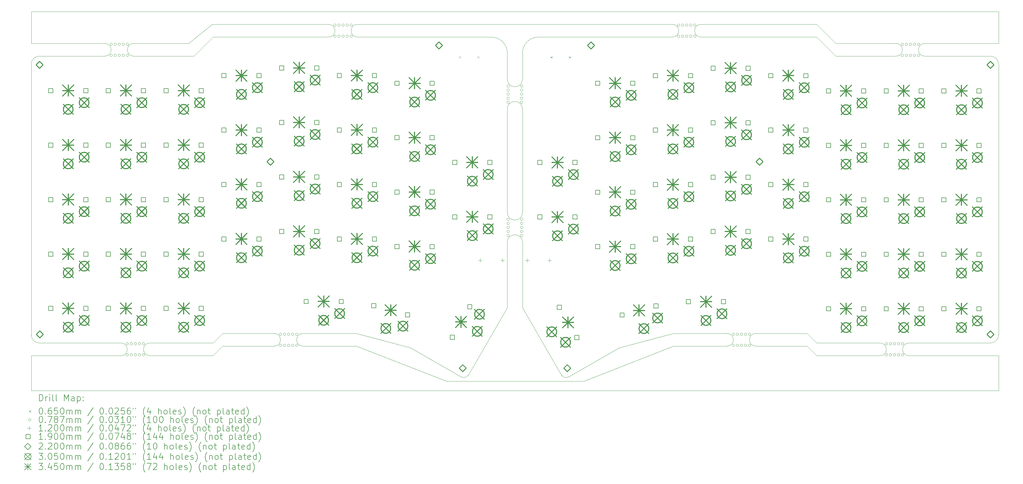
<source format=gbr>
%TF.GenerationSoftware,KiCad,Pcbnew,7.0.8*%
%TF.CreationDate,2023-12-22T16:39:09-05:00*%
%TF.ProjectId,Sango,53616e67-6f2e-46b6-9963-61645f706362,rev?*%
%TF.SameCoordinates,Original*%
%TF.FileFunction,Drillmap*%
%TF.FilePolarity,Positive*%
%FSLAX45Y45*%
G04 Gerber Fmt 4.5, Leading zero omitted, Abs format (unit mm)*
G04 Created by KiCad (PCBNEW 7.0.8) date 2023-12-22 16:39:09*
%MOMM*%
%LPD*%
G01*
G04 APERTURE LIST*
%ADD10C,0.100000*%
%ADD11C,0.200000*%
%ADD12C,0.065000*%
%ADD13C,0.078740*%
%ADD14C,0.120000*%
%ADD15C,0.190000*%
%ADD16C,0.220000*%
%ADD17C,0.305000*%
%ADD18C,0.345000*%
G04 APERTURE END LIST*
D10*
X32000000Y-28500000D02*
X32300000Y-28800000D01*
X7673000Y-18400000D02*
X7673000Y-19400000D01*
X16194000Y-28900000D02*
X17873000Y-28900000D01*
X22598000Y-24702500D02*
X22598000Y-21460500D01*
X7673000Y-30300000D02*
X38000000Y-30300000D01*
X28672000Y-19200000D02*
X32000000Y-19200000D01*
X7673000Y-29200000D02*
X7673000Y-30200000D01*
X32900000Y-19400000D02*
X32300000Y-18800000D01*
X13673000Y-19200000D02*
X13373000Y-19200000D01*
X16194000Y-28500000D02*
G75*
G03*
X16194000Y-28900000I0J-200000D01*
G01*
X11394000Y-28800000D02*
X13373000Y-28800000D01*
X22598000Y-25641500D02*
X22598000Y-27700000D01*
X37750000Y-19800000D02*
X37575000Y-19800000D01*
X35689000Y-19400000D02*
G75*
G03*
X35689000Y-19800000I0J-200000D01*
G01*
X9978000Y-19800000D02*
G75*
G03*
X9978000Y-19400000I0J200000D01*
G01*
X13373000Y-29200000D02*
X11394000Y-29200000D01*
X12773000Y-19800000D02*
X13373000Y-19200000D01*
X38000000Y-28550000D02*
X38000000Y-21203000D01*
X23075000Y-21460500D02*
G75*
G03*
X22598000Y-21460500I-238500J0D01*
G01*
X38000000Y-20400000D02*
X38000000Y-20050000D01*
X22598000Y-19700000D02*
G75*
G03*
X22098000Y-19200000I-500000J0D01*
G01*
X16996000Y-18800000D02*
X13350000Y-18800000D01*
X27772000Y-18800000D02*
X17902000Y-18800000D01*
X22598000Y-27700000D02*
X21385520Y-29799280D01*
X13673000Y-28500000D02*
X13373000Y-28800000D01*
X21140231Y-29859400D02*
G75*
G03*
X21385520Y-29799280I92890J151460D01*
G01*
X28672000Y-18800000D02*
X32300000Y-18800000D01*
X22598000Y-20521500D02*
X22598000Y-19700000D01*
X35193000Y-28800000D02*
G75*
G03*
X35193000Y-29200000I0J-200000D01*
G01*
X37750000Y-28800000D02*
X35193000Y-28800000D01*
X35193000Y-29200000D02*
X38000000Y-29200000D01*
X38000000Y-20050000D02*
G75*
G03*
X37750000Y-19800000I-250000J0D01*
G01*
X23075000Y-25641500D02*
G75*
G03*
X22598000Y-25641500I-238500J0D01*
G01*
X7673000Y-28550000D02*
G75*
G03*
X7923000Y-28800000I250000J0D01*
G01*
X7923000Y-19800000D02*
G75*
G03*
X7673000Y-20050000I0J-250000D01*
G01*
X17902000Y-18800000D02*
G75*
G03*
X17902000Y-19200000I0J-200000D01*
G01*
X21140230Y-29859400D02*
X19565949Y-28951666D01*
X38000000Y-18400000D02*
X38000000Y-19400000D01*
X32000000Y-28900000D02*
X30391000Y-28900000D01*
X30391000Y-28500000D02*
X32000000Y-28500000D01*
X38000000Y-20400000D02*
X38000000Y-21203000D01*
X27800000Y-28900000D02*
X25000000Y-30000000D01*
X7673000Y-18400000D02*
X38000000Y-18400000D01*
X32300000Y-19200000D02*
X32000000Y-19200000D01*
X38000000Y-30200000D02*
X38000000Y-30300000D01*
X15286000Y-28500000D02*
X13673000Y-28500000D01*
X15286000Y-28900000D02*
G75*
G03*
X15286000Y-28500000I0J200000D01*
G01*
X10485000Y-29200000D02*
G75*
G03*
X10485000Y-28800000I0J200000D01*
G01*
X35689000Y-19800000D02*
X37575000Y-19800000D01*
X37750000Y-28800000D02*
G75*
G03*
X38000000Y-28550000I0J250000D01*
G01*
X24287480Y-29799280D02*
X23075000Y-27700000D01*
X22098000Y-19200000D02*
X17902000Y-19200000D01*
X34282000Y-29200000D02*
G75*
G03*
X34282000Y-28800000I0J200000D01*
G01*
X34282000Y-29200000D02*
X32300000Y-29200000D01*
X7673000Y-28550000D02*
X7673000Y-21203000D01*
X32900000Y-19800000D02*
X32300000Y-19200000D01*
X34782000Y-19800000D02*
X32900000Y-19800000D01*
X23075000Y-20521500D02*
X23075000Y-19700000D01*
X23575000Y-19200000D02*
X27772000Y-19200000D01*
X38000000Y-30200000D02*
X38000000Y-29200000D01*
X9978000Y-19400000D02*
X7673000Y-19400000D01*
X13673000Y-28900000D02*
X13373000Y-29200000D01*
X28672000Y-18800000D02*
G75*
G03*
X28672000Y-19200000I0J-200000D01*
G01*
X30391000Y-28500000D02*
G75*
G03*
X30391000Y-28900000I0J-200000D01*
G01*
X23075000Y-21460500D02*
X23075000Y-24702500D01*
X7673000Y-30200000D02*
X7673000Y-30300000D01*
X10889000Y-19400000D02*
X12600000Y-19400000D01*
X16996000Y-19200000D02*
X13673000Y-19200000D01*
X7673000Y-20050000D02*
X7673000Y-21203000D01*
X32300000Y-29200000D02*
X32000000Y-28900000D01*
X13673000Y-28900000D02*
X15286000Y-28900000D01*
X38000000Y-19400000D02*
X35689000Y-19400000D01*
X29485000Y-28900000D02*
G75*
G03*
X29485000Y-28500000I0J200000D01*
G01*
X27800000Y-28500000D02*
X29485000Y-28500000D01*
X23075000Y-25641500D02*
X23075000Y-27700000D01*
X26107051Y-28951666D02*
X24532770Y-29859400D01*
X19565949Y-28951666D02*
X17873000Y-28500000D01*
X10889000Y-19800000D02*
X12773000Y-19800000D01*
X34782000Y-19400000D02*
X32900000Y-19400000D01*
X20700000Y-30000000D02*
X17873000Y-28900000D01*
X8273000Y-19800000D02*
X7923000Y-19800000D01*
X34282000Y-28800000D02*
X32300000Y-28800000D01*
X27772000Y-19200000D02*
G75*
G03*
X27772000Y-18800000I0J200000D01*
G01*
X25000000Y-30000000D02*
X20700000Y-30000000D01*
X23575000Y-19200000D02*
G75*
G03*
X23075000Y-19700000I0J-500000D01*
G01*
X29485000Y-28900000D02*
X27800000Y-28900000D01*
X24287480Y-29799280D02*
G75*
G03*
X24532770Y-29859400I152400J91340D01*
G01*
X34782000Y-19800000D02*
G75*
G03*
X34782000Y-19400000I0J200000D01*
G01*
X22598000Y-20521500D02*
G75*
G03*
X23075000Y-20521500I238500J0D01*
G01*
X9978000Y-19800000D02*
X8273000Y-19800000D01*
X7923000Y-28800000D02*
X10485000Y-28800000D01*
X16996000Y-19200000D02*
G75*
G03*
X16996000Y-18800000I0J200000D01*
G01*
X11394000Y-28800000D02*
G75*
G03*
X11394000Y-29200000I0J-200000D01*
G01*
X7673000Y-29200000D02*
X10485000Y-29200000D01*
X10889000Y-19400000D02*
G75*
G03*
X10889000Y-19800000I0J-200000D01*
G01*
X22598000Y-24702500D02*
G75*
G03*
X23075000Y-24702500I238500J0D01*
G01*
X13350000Y-18800000D02*
X12600000Y-19400000D01*
X16194000Y-28500000D02*
X17873000Y-28500000D01*
X27800000Y-28500000D02*
X26107051Y-28951666D01*
D11*
D12*
X21079000Y-19801900D02*
X21144000Y-19866900D01*
X21144000Y-19801900D02*
X21079000Y-19866900D01*
X21657000Y-19801900D02*
X21722000Y-19866900D01*
X21722000Y-19801900D02*
X21657000Y-19866900D01*
X23951000Y-19805000D02*
X24016000Y-19870000D01*
X24016000Y-19805000D02*
X23951000Y-19870000D01*
X24529000Y-19805000D02*
X24594000Y-19870000D01*
X24594000Y-19805000D02*
X24529000Y-19870000D01*
D13*
X10218370Y-19427515D02*
G75*
G03*
X10218370Y-19427515I-39370J0D01*
G01*
X10218370Y-19774600D02*
G75*
G03*
X10218370Y-19774600I-39370J0D01*
G01*
X10345370Y-19427515D02*
G75*
G03*
X10345370Y-19427515I-39370J0D01*
G01*
X10345370Y-19774600D02*
G75*
G03*
X10345370Y-19774600I-39370J0D01*
G01*
X10472370Y-19427515D02*
G75*
G03*
X10472370Y-19427515I-39370J0D01*
G01*
X10472370Y-19774600D02*
G75*
G03*
X10472370Y-19774600I-39370J0D01*
G01*
X10599370Y-19427515D02*
G75*
G03*
X10599370Y-19427515I-39370J0D01*
G01*
X10599370Y-19774600D02*
G75*
G03*
X10599370Y-19774600I-39370J0D01*
G01*
X10725370Y-28826515D02*
G75*
G03*
X10725370Y-28826515I-39370J0D01*
G01*
X10725370Y-29173485D02*
G75*
G03*
X10725370Y-29173485I-39370J0D01*
G01*
X10726370Y-19427515D02*
G75*
G03*
X10726370Y-19427515I-39370J0D01*
G01*
X10726370Y-19774600D02*
G75*
G03*
X10726370Y-19774600I-39370J0D01*
G01*
X10852370Y-28826515D02*
G75*
G03*
X10852370Y-28826515I-39370J0D01*
G01*
X10852370Y-29173485D02*
G75*
G03*
X10852370Y-29173485I-39370J0D01*
G01*
X10979370Y-28826515D02*
G75*
G03*
X10979370Y-28826515I-39370J0D01*
G01*
X10979370Y-29173485D02*
G75*
G03*
X10979370Y-29173485I-39370J0D01*
G01*
X11106370Y-28826515D02*
G75*
G03*
X11106370Y-28826515I-39370J0D01*
G01*
X11106370Y-29173485D02*
G75*
G03*
X11106370Y-29173485I-39370J0D01*
G01*
X11233370Y-28826515D02*
G75*
G03*
X11233370Y-28826515I-39370J0D01*
G01*
X11233370Y-29173485D02*
G75*
G03*
X11233370Y-29173485I-39370J0D01*
G01*
X15524370Y-28873485D02*
G75*
G03*
X15524370Y-28873485I-39370J0D01*
G01*
X15525370Y-28526515D02*
G75*
G03*
X15525370Y-28526515I-39370J0D01*
G01*
X15651370Y-28873485D02*
G75*
G03*
X15651370Y-28873485I-39370J0D01*
G01*
X15652370Y-28526515D02*
G75*
G03*
X15652370Y-28526515I-39370J0D01*
G01*
X15778370Y-28873485D02*
G75*
G03*
X15778370Y-28873485I-39370J0D01*
G01*
X15779370Y-28526515D02*
G75*
G03*
X15779370Y-28526515I-39370J0D01*
G01*
X15905370Y-28873485D02*
G75*
G03*
X15905370Y-28873485I-39370J0D01*
G01*
X15906370Y-28526515D02*
G75*
G03*
X15906370Y-28526515I-39370J0D01*
G01*
X16032370Y-28873485D02*
G75*
G03*
X16032370Y-28873485I-39370J0D01*
G01*
X16033370Y-28526515D02*
G75*
G03*
X16033370Y-28526515I-39370J0D01*
G01*
X17235370Y-18825515D02*
G75*
G03*
X17235370Y-18825515I-39370J0D01*
G01*
X17235370Y-19174600D02*
G75*
G03*
X17235370Y-19174600I-39370J0D01*
G01*
X17362370Y-18825515D02*
G75*
G03*
X17362370Y-18825515I-39370J0D01*
G01*
X17362370Y-19174600D02*
G75*
G03*
X17362370Y-19174600I-39370J0D01*
G01*
X17489370Y-18825515D02*
G75*
G03*
X17489370Y-18825515I-39370J0D01*
G01*
X17489370Y-19174600D02*
G75*
G03*
X17489370Y-19174600I-39370J0D01*
G01*
X17616370Y-18825515D02*
G75*
G03*
X17616370Y-18825515I-39370J0D01*
G01*
X17616370Y-19174600D02*
G75*
G03*
X17616370Y-19174600I-39370J0D01*
G01*
X17743370Y-18825515D02*
G75*
G03*
X17743370Y-18825515I-39370J0D01*
G01*
X17743370Y-19174600D02*
G75*
G03*
X17743370Y-19174600I-39370J0D01*
G01*
X22663770Y-20739000D02*
G75*
G03*
X22663770Y-20739000I-39370J0D01*
G01*
X22663770Y-20866000D02*
G75*
G03*
X22663770Y-20866000I-39370J0D01*
G01*
X22663770Y-20993000D02*
G75*
G03*
X22663770Y-20993000I-39370J0D01*
G01*
X22663770Y-21120000D02*
G75*
G03*
X22663770Y-21120000I-39370J0D01*
G01*
X22663770Y-21247000D02*
G75*
G03*
X22663770Y-21247000I-39370J0D01*
G01*
X22664270Y-24920000D02*
G75*
G03*
X22664270Y-24920000I-39370J0D01*
G01*
X22664270Y-25047000D02*
G75*
G03*
X22664270Y-25047000I-39370J0D01*
G01*
X22664270Y-25174000D02*
G75*
G03*
X22664270Y-25174000I-39370J0D01*
G01*
X22664270Y-25301000D02*
G75*
G03*
X22664270Y-25301000I-39370J0D01*
G01*
X22664270Y-25428000D02*
G75*
G03*
X22664270Y-25428000I-39370J0D01*
G01*
X23087855Y-20739000D02*
G75*
G03*
X23087855Y-20739000I-39370J0D01*
G01*
X23087855Y-20866000D02*
G75*
G03*
X23087855Y-20866000I-39370J0D01*
G01*
X23087855Y-20993000D02*
G75*
G03*
X23087855Y-20993000I-39370J0D01*
G01*
X23087855Y-21120000D02*
G75*
G03*
X23087855Y-21120000I-39370J0D01*
G01*
X23087855Y-21247000D02*
G75*
G03*
X23087855Y-21247000I-39370J0D01*
G01*
X23088355Y-24920000D02*
G75*
G03*
X23088355Y-24920000I-39370J0D01*
G01*
X23088355Y-25047000D02*
G75*
G03*
X23088355Y-25047000I-39370J0D01*
G01*
X23088355Y-25174000D02*
G75*
G03*
X23088355Y-25174000I-39370J0D01*
G01*
X23088355Y-25301000D02*
G75*
G03*
X23088355Y-25301000I-39370J0D01*
G01*
X23088355Y-25428000D02*
G75*
G03*
X23088355Y-25428000I-39370J0D01*
G01*
X28008370Y-18825515D02*
G75*
G03*
X28008370Y-18825515I-39370J0D01*
G01*
X28008370Y-19174600D02*
G75*
G03*
X28008370Y-19174600I-39370J0D01*
G01*
X28135370Y-18825515D02*
G75*
G03*
X28135370Y-18825515I-39370J0D01*
G01*
X28135370Y-19174600D02*
G75*
G03*
X28135370Y-19174600I-39370J0D01*
G01*
X28262370Y-18825515D02*
G75*
G03*
X28262370Y-18825515I-39370J0D01*
G01*
X28262370Y-19174600D02*
G75*
G03*
X28262370Y-19174600I-39370J0D01*
G01*
X28389370Y-18825515D02*
G75*
G03*
X28389370Y-18825515I-39370J0D01*
G01*
X28389370Y-19174600D02*
G75*
G03*
X28389370Y-19174600I-39370J0D01*
G01*
X28516370Y-18825515D02*
G75*
G03*
X28516370Y-18825515I-39370J0D01*
G01*
X28516370Y-19174600D02*
G75*
G03*
X28516370Y-19174600I-39370J0D01*
G01*
X29722870Y-28526515D02*
G75*
G03*
X29722870Y-28526515I-39370J0D01*
G01*
X29722870Y-28873485D02*
G75*
G03*
X29722870Y-28873485I-39370J0D01*
G01*
X29849870Y-28526515D02*
G75*
G03*
X29849870Y-28526515I-39370J0D01*
G01*
X29849870Y-28873485D02*
G75*
G03*
X29849870Y-28873485I-39370J0D01*
G01*
X29976870Y-28526515D02*
G75*
G03*
X29976870Y-28526515I-39370J0D01*
G01*
X29976870Y-28873485D02*
G75*
G03*
X29976870Y-28873485I-39370J0D01*
G01*
X30103870Y-28526515D02*
G75*
G03*
X30103870Y-28526515I-39370J0D01*
G01*
X30103870Y-28873485D02*
G75*
G03*
X30103870Y-28873485I-39370J0D01*
G01*
X30230870Y-28526515D02*
G75*
G03*
X30230870Y-28526515I-39370J0D01*
G01*
X30230870Y-28873485D02*
G75*
G03*
X30230870Y-28873485I-39370J0D01*
G01*
X34522870Y-28826515D02*
G75*
G03*
X34522870Y-28826515I-39370J0D01*
G01*
X34522870Y-29174485D02*
G75*
G03*
X34522870Y-29174485I-39370J0D01*
G01*
X34649870Y-28826515D02*
G75*
G03*
X34649870Y-28826515I-39370J0D01*
G01*
X34649870Y-29174485D02*
G75*
G03*
X34649870Y-29174485I-39370J0D01*
G01*
X34776870Y-28826515D02*
G75*
G03*
X34776870Y-28826515I-39370J0D01*
G01*
X34776870Y-29174485D02*
G75*
G03*
X34776870Y-29174485I-39370J0D01*
G01*
X34903870Y-28826515D02*
G75*
G03*
X34903870Y-28826515I-39370J0D01*
G01*
X34903870Y-29174485D02*
G75*
G03*
X34903870Y-29174485I-39370J0D01*
G01*
X35022870Y-19427000D02*
G75*
G03*
X35022870Y-19427000I-39370J0D01*
G01*
X35022870Y-19774600D02*
G75*
G03*
X35022870Y-19774600I-39370J0D01*
G01*
X35030870Y-28826515D02*
G75*
G03*
X35030870Y-28826515I-39370J0D01*
G01*
X35030870Y-29174485D02*
G75*
G03*
X35030870Y-29174485I-39370J0D01*
G01*
X35149870Y-19427000D02*
G75*
G03*
X35149870Y-19427000I-39370J0D01*
G01*
X35149870Y-19774600D02*
G75*
G03*
X35149870Y-19774600I-39370J0D01*
G01*
X35276870Y-19427000D02*
G75*
G03*
X35276870Y-19427000I-39370J0D01*
G01*
X35276870Y-19774600D02*
G75*
G03*
X35276870Y-19774600I-39370J0D01*
G01*
X35403870Y-19427000D02*
G75*
G03*
X35403870Y-19427000I-39370J0D01*
G01*
X35403870Y-19774600D02*
G75*
G03*
X35403870Y-19774600I-39370J0D01*
G01*
X35530870Y-19427000D02*
G75*
G03*
X35530870Y-19427000I-39370J0D01*
G01*
X35530870Y-19774600D02*
G75*
G03*
X35530870Y-19774600I-39370J0D01*
G01*
D14*
X21747750Y-26150000D02*
X21747750Y-26270000D01*
X21687750Y-26210000D02*
X21807750Y-26210000D01*
X22447750Y-26150000D02*
X22447750Y-26270000D01*
X22387750Y-26210000D02*
X22507750Y-26210000D01*
X23225000Y-26150000D02*
X23225000Y-26270000D01*
X23165000Y-26210000D02*
X23285000Y-26210000D01*
X23925000Y-26150000D02*
X23925000Y-26270000D01*
X23865000Y-26210000D02*
X23985000Y-26210000D01*
D15*
X8350176Y-20946576D02*
X8350176Y-20812224D01*
X8215824Y-20812224D01*
X8215824Y-20946576D01*
X8350176Y-20946576D01*
X8350176Y-22656576D02*
X8350176Y-22522224D01*
X8215824Y-22522224D01*
X8215824Y-22656576D01*
X8350176Y-22656576D01*
X8350176Y-24366576D02*
X8350176Y-24232224D01*
X8215824Y-24232224D01*
X8215824Y-24366576D01*
X8350176Y-24366576D01*
X8350176Y-26076576D02*
X8350176Y-25942224D01*
X8215824Y-25942224D01*
X8215824Y-26076576D01*
X8350176Y-26076576D01*
X8350176Y-27784076D02*
X8350176Y-27649724D01*
X8215824Y-27649724D01*
X8215824Y-27784076D01*
X8350176Y-27784076D01*
X9450176Y-20946576D02*
X9450176Y-20812224D01*
X9315824Y-20812224D01*
X9315824Y-20946576D01*
X9450176Y-20946576D01*
X9450176Y-22656576D02*
X9450176Y-22522224D01*
X9315824Y-22522224D01*
X9315824Y-22656576D01*
X9450176Y-22656576D01*
X9450176Y-24366576D02*
X9450176Y-24232224D01*
X9315824Y-24232224D01*
X9315824Y-24366576D01*
X9450176Y-24366576D01*
X9450176Y-26076576D02*
X9450176Y-25942224D01*
X9315824Y-25942224D01*
X9315824Y-26076576D01*
X9450176Y-26076576D01*
X9450176Y-27784076D02*
X9450176Y-27649724D01*
X9315824Y-27649724D01*
X9315824Y-27784076D01*
X9450176Y-27784076D01*
X10160176Y-20946576D02*
X10160176Y-20812224D01*
X10025824Y-20812224D01*
X10025824Y-20946576D01*
X10160176Y-20946576D01*
X10160176Y-22656576D02*
X10160176Y-22522224D01*
X10025824Y-22522224D01*
X10025824Y-22656576D01*
X10160176Y-22656576D01*
X10160176Y-24366576D02*
X10160176Y-24232224D01*
X10025824Y-24232224D01*
X10025824Y-24366576D01*
X10160176Y-24366576D01*
X10160176Y-26076576D02*
X10160176Y-25942224D01*
X10025824Y-25942224D01*
X10025824Y-26076576D01*
X10160176Y-26076576D01*
X10160176Y-27784076D02*
X10160176Y-27649724D01*
X10025824Y-27649724D01*
X10025824Y-27784076D01*
X10160176Y-27784076D01*
X11260176Y-20946576D02*
X11260176Y-20812224D01*
X11125824Y-20812224D01*
X11125824Y-20946576D01*
X11260176Y-20946576D01*
X11260176Y-22656576D02*
X11260176Y-22522224D01*
X11125824Y-22522224D01*
X11125824Y-22656576D01*
X11260176Y-22656576D01*
X11260176Y-24366576D02*
X11260176Y-24232224D01*
X11125824Y-24232224D01*
X11125824Y-24366576D01*
X11260176Y-24366576D01*
X11260176Y-26076576D02*
X11260176Y-25942224D01*
X11125824Y-25942224D01*
X11125824Y-26076576D01*
X11260176Y-26076576D01*
X11260176Y-27784076D02*
X11260176Y-27649724D01*
X11125824Y-27649724D01*
X11125824Y-27784076D01*
X11260176Y-27784076D01*
X11970176Y-20946576D02*
X11970176Y-20812224D01*
X11835824Y-20812224D01*
X11835824Y-20946576D01*
X11970176Y-20946576D01*
X11970176Y-22656576D02*
X11970176Y-22522224D01*
X11835824Y-22522224D01*
X11835824Y-22656576D01*
X11970176Y-22656576D01*
X11970176Y-24366576D02*
X11970176Y-24232224D01*
X11835824Y-24232224D01*
X11835824Y-24366576D01*
X11970176Y-24366576D01*
X11970176Y-26076576D02*
X11970176Y-25942224D01*
X11835824Y-25942224D01*
X11835824Y-26076576D01*
X11970176Y-26076576D01*
X11970176Y-27784076D02*
X11970176Y-27649724D01*
X11835824Y-27649724D01*
X11835824Y-27784076D01*
X11970176Y-27784076D01*
X13070176Y-20946576D02*
X13070176Y-20812224D01*
X12935824Y-20812224D01*
X12935824Y-20946576D01*
X13070176Y-20946576D01*
X13070176Y-22656576D02*
X13070176Y-22522224D01*
X12935824Y-22522224D01*
X12935824Y-22656576D01*
X13070176Y-22656576D01*
X13070176Y-24366576D02*
X13070176Y-24232224D01*
X12935824Y-24232224D01*
X12935824Y-24366576D01*
X13070176Y-24366576D01*
X13070176Y-26076576D02*
X13070176Y-25942224D01*
X12935824Y-25942224D01*
X12935824Y-26076576D01*
X13070176Y-26076576D01*
X13070176Y-27784076D02*
X13070176Y-27649724D01*
X12935824Y-27649724D01*
X12935824Y-27784076D01*
X13070176Y-27784076D01*
X13780176Y-20476576D02*
X13780176Y-20342224D01*
X13645824Y-20342224D01*
X13645824Y-20476576D01*
X13780176Y-20476576D01*
X13780176Y-22186576D02*
X13780176Y-22052224D01*
X13645824Y-22052224D01*
X13645824Y-22186576D01*
X13780176Y-22186576D01*
X13780176Y-23894076D02*
X13780176Y-23759724D01*
X13645824Y-23759724D01*
X13645824Y-23894076D01*
X13780176Y-23894076D01*
X13780176Y-25603434D02*
X13780176Y-25469082D01*
X13645824Y-25469082D01*
X13645824Y-25603434D01*
X13780176Y-25603434D01*
X14880176Y-20476576D02*
X14880176Y-20342224D01*
X14745824Y-20342224D01*
X14745824Y-20476576D01*
X14880176Y-20476576D01*
X14880176Y-22186576D02*
X14880176Y-22052224D01*
X14745824Y-22052224D01*
X14745824Y-22186576D01*
X14880176Y-22186576D01*
X14880176Y-23894076D02*
X14880176Y-23759724D01*
X14745824Y-23759724D01*
X14745824Y-23894076D01*
X14880176Y-23894076D01*
X14880176Y-25603434D02*
X14880176Y-25469082D01*
X14745824Y-25469082D01*
X14745824Y-25603434D01*
X14880176Y-25603434D01*
X15590176Y-20236576D02*
X15590176Y-20102224D01*
X15455824Y-20102224D01*
X15455824Y-20236576D01*
X15590176Y-20236576D01*
X15590176Y-21946576D02*
X15590176Y-21812224D01*
X15455824Y-21812224D01*
X15455824Y-21946576D01*
X15590176Y-21946576D01*
X15590176Y-23656576D02*
X15590176Y-23522224D01*
X15455824Y-23522224D01*
X15455824Y-23656576D01*
X15590176Y-23656576D01*
X15590176Y-25365934D02*
X15590176Y-25231582D01*
X15455824Y-25231582D01*
X15455824Y-25365934D01*
X15590176Y-25365934D01*
X16358833Y-27565934D02*
X16358833Y-27431582D01*
X16224482Y-27431582D01*
X16224482Y-27565934D01*
X16358833Y-27565934D01*
X16690176Y-20236576D02*
X16690176Y-20102224D01*
X16555824Y-20102224D01*
X16555824Y-20236576D01*
X16690176Y-20236576D01*
X16690176Y-21946576D02*
X16690176Y-21812224D01*
X16555824Y-21812224D01*
X16555824Y-21946576D01*
X16690176Y-21946576D01*
X16690176Y-23656576D02*
X16690176Y-23522224D01*
X16555824Y-23522224D01*
X16555824Y-23656576D01*
X16690176Y-23656576D01*
X16690176Y-25365934D02*
X16690176Y-25231582D01*
X16555824Y-25231582D01*
X16555824Y-25365934D01*
X16690176Y-25365934D01*
X17400176Y-20474076D02*
X17400176Y-20339724D01*
X17265824Y-20339724D01*
X17265824Y-20474076D01*
X17400176Y-20474076D01*
X17400176Y-22184076D02*
X17400176Y-22049724D01*
X17265824Y-22049724D01*
X17265824Y-22184076D01*
X17400176Y-22184076D01*
X17400176Y-23894076D02*
X17400176Y-23759724D01*
X17265824Y-23759724D01*
X17265824Y-23894076D01*
X17400176Y-23894076D01*
X17400176Y-25603434D02*
X17400176Y-25469082D01*
X17265824Y-25469082D01*
X17265824Y-25603434D01*
X17400176Y-25603434D01*
X17458834Y-27565934D02*
X17458834Y-27431582D01*
X17324482Y-27431582D01*
X17324482Y-27565934D01*
X17458834Y-27565934D01*
X18478499Y-27699811D02*
X18478499Y-27565459D01*
X18344148Y-27565459D01*
X18344148Y-27699811D01*
X18478499Y-27699811D01*
X18500176Y-20474076D02*
X18500176Y-20339724D01*
X18365824Y-20339724D01*
X18365824Y-20474076D01*
X18500176Y-20474076D01*
X18500176Y-22184076D02*
X18500176Y-22049724D01*
X18365824Y-22049724D01*
X18365824Y-22184076D01*
X18500176Y-22184076D01*
X18500176Y-23894076D02*
X18500176Y-23759724D01*
X18365824Y-23759724D01*
X18365824Y-23894076D01*
X18500176Y-23894076D01*
X18500176Y-25603434D02*
X18500176Y-25469082D01*
X18365824Y-25469082D01*
X18365824Y-25603434D01*
X18500176Y-25603434D01*
X19207676Y-24131576D02*
X19207676Y-23997224D01*
X19073324Y-23997224D01*
X19073324Y-24131576D01*
X19207676Y-24131576D01*
X19208834Y-25840934D02*
X19208834Y-25706582D01*
X19074482Y-25706582D01*
X19074482Y-25840934D01*
X19208834Y-25840934D01*
X19210176Y-20716576D02*
X19210176Y-20582224D01*
X19075824Y-20582224D01*
X19075824Y-20716576D01*
X19210176Y-20716576D01*
X19210176Y-22424076D02*
X19210176Y-22289724D01*
X19075824Y-22289724D01*
X19075824Y-22424076D01*
X19210176Y-22424076D01*
X19541018Y-27984512D02*
X19541018Y-27850160D01*
X19406666Y-27850160D01*
X19406666Y-27984512D01*
X19541018Y-27984512D01*
X20307676Y-24131576D02*
X20307676Y-23997224D01*
X20173324Y-23997224D01*
X20173324Y-24131576D01*
X20307676Y-24131576D01*
X20308834Y-25840934D02*
X20308834Y-25706582D01*
X20174482Y-25706582D01*
X20174482Y-25840934D01*
X20308834Y-25840934D01*
X20310176Y-20716576D02*
X20310176Y-20582224D01*
X20175824Y-20582224D01*
X20175824Y-20716576D01*
X20310176Y-20716576D01*
X20310176Y-22424076D02*
X20310176Y-22289724D01*
X20175824Y-22289724D01*
X20175824Y-22424076D01*
X20310176Y-22424076D01*
X20939561Y-28685381D02*
X20939561Y-28551029D01*
X20805209Y-28551029D01*
X20805209Y-28685381D01*
X20939561Y-28685381D01*
X21017676Y-23199076D02*
X21017676Y-23064724D01*
X20883324Y-23064724D01*
X20883324Y-23199076D01*
X21017676Y-23199076D01*
X21017676Y-24908434D02*
X21017676Y-24774082D01*
X20883324Y-24774082D01*
X20883324Y-24908434D01*
X21017676Y-24908434D01*
X21489561Y-27732753D02*
X21489561Y-27598401D01*
X21355209Y-27598401D01*
X21355209Y-27732753D01*
X21489561Y-27732753D01*
X22117676Y-23199076D02*
X22117676Y-23064724D01*
X21983324Y-23064724D01*
X21983324Y-23199076D01*
X22117676Y-23199076D01*
X22117676Y-24908434D02*
X22117676Y-24774082D01*
X21983324Y-24774082D01*
X21983324Y-24908434D01*
X22117676Y-24908434D01*
X23689676Y-23204034D02*
X23689676Y-23069682D01*
X23555324Y-23069682D01*
X23555324Y-23204034D01*
X23689676Y-23204034D01*
X23689676Y-24914034D02*
X23689676Y-24779682D01*
X23555324Y-24779682D01*
X23555324Y-24914034D01*
X23689676Y-24914034D01*
X24295935Y-27745369D02*
X24295935Y-27611018D01*
X24161583Y-27611018D01*
X24161583Y-27745369D01*
X24295935Y-27745369D01*
X24789676Y-23204034D02*
X24789676Y-23069682D01*
X24655324Y-23069682D01*
X24655324Y-23204034D01*
X24789676Y-23204034D01*
X24789676Y-24914034D02*
X24789676Y-24779682D01*
X24655324Y-24779682D01*
X24655324Y-24914034D01*
X24789676Y-24914034D01*
X24845935Y-28697997D02*
X24845935Y-28563646D01*
X24711583Y-28563646D01*
X24711583Y-28697997D01*
X24845935Y-28697997D01*
X25497176Y-20716534D02*
X25497176Y-20582182D01*
X25362824Y-20582182D01*
X25362824Y-20716534D01*
X25497176Y-20716534D01*
X25497176Y-22426534D02*
X25497176Y-22292182D01*
X25362824Y-22292182D01*
X25362824Y-22426534D01*
X25497176Y-22426534D01*
X25497176Y-24136534D02*
X25497176Y-24002182D01*
X25362824Y-24002182D01*
X25362824Y-24136534D01*
X25497176Y-24136534D01*
X25497176Y-25846534D02*
X25497176Y-25712182D01*
X25362824Y-25712182D01*
X25362824Y-25846534D01*
X25497176Y-25846534D01*
X26264676Y-27989034D02*
X26264676Y-27854682D01*
X26130324Y-27854682D01*
X26130324Y-27989034D01*
X26264676Y-27989034D01*
X26597176Y-20716534D02*
X26597176Y-20582182D01*
X26462824Y-20582182D01*
X26462824Y-20716534D01*
X26597176Y-20716534D01*
X26597176Y-22426534D02*
X26597176Y-22292182D01*
X26462824Y-22292182D01*
X26462824Y-22426534D01*
X26597176Y-22426534D01*
X26597176Y-24136534D02*
X26597176Y-24002182D01*
X26462824Y-24002182D01*
X26462824Y-24136534D01*
X26597176Y-24136534D01*
X26597176Y-25846534D02*
X26597176Y-25712182D01*
X26462824Y-25712182D01*
X26462824Y-25846534D01*
X26597176Y-25846534D01*
X27307176Y-20479034D02*
X27307176Y-20344682D01*
X27172824Y-20344682D01*
X27172824Y-20479034D01*
X27307176Y-20479034D01*
X27307176Y-22189034D02*
X27307176Y-22054682D01*
X27172824Y-22054682D01*
X27172824Y-22189034D01*
X27307176Y-22189034D01*
X27307176Y-23899034D02*
X27307176Y-23764682D01*
X27172824Y-23764682D01*
X27172824Y-23899034D01*
X27307176Y-23899034D01*
X27307176Y-25609034D02*
X27307176Y-25474682D01*
X27172824Y-25474682D01*
X27172824Y-25609034D01*
X27307176Y-25609034D01*
X27327194Y-27704333D02*
X27327194Y-27569981D01*
X27192843Y-27569981D01*
X27192843Y-27704333D01*
X27327194Y-27704333D01*
X28345935Y-27571683D02*
X28345935Y-27437332D01*
X28211583Y-27437332D01*
X28211583Y-27571683D01*
X28345935Y-27571683D01*
X28407176Y-20479034D02*
X28407176Y-20344682D01*
X28272824Y-20344682D01*
X28272824Y-20479034D01*
X28407176Y-20479034D01*
X28407176Y-22189034D02*
X28407176Y-22054682D01*
X28272824Y-22054682D01*
X28272824Y-22189034D01*
X28407176Y-22189034D01*
X28407176Y-23899034D02*
X28407176Y-23764682D01*
X28272824Y-23764682D01*
X28272824Y-23899034D01*
X28407176Y-23899034D01*
X28407176Y-25609034D02*
X28407176Y-25474682D01*
X28272824Y-25474682D01*
X28272824Y-25609034D01*
X28407176Y-25609034D01*
X29117176Y-20244034D02*
X29117176Y-20109682D01*
X28982824Y-20109682D01*
X28982824Y-20244034D01*
X29117176Y-20244034D01*
X29117176Y-21954034D02*
X29117176Y-21819682D01*
X28982824Y-21819682D01*
X28982824Y-21954034D01*
X29117176Y-21954034D01*
X29117176Y-23664034D02*
X29117176Y-23529682D01*
X28982824Y-23529682D01*
X28982824Y-23664034D01*
X29117176Y-23664034D01*
X29117176Y-25371534D02*
X29117176Y-25237182D01*
X28982824Y-25237182D01*
X28982824Y-25371534D01*
X29117176Y-25371534D01*
X29445935Y-27571683D02*
X29445935Y-27437332D01*
X29311583Y-27437332D01*
X29311583Y-27571683D01*
X29445935Y-27571683D01*
X30217176Y-20244034D02*
X30217176Y-20109682D01*
X30082824Y-20109682D01*
X30082824Y-20244034D01*
X30217176Y-20244034D01*
X30217176Y-21954034D02*
X30217176Y-21819682D01*
X30082824Y-21819682D01*
X30082824Y-21954034D01*
X30217176Y-21954034D01*
X30217176Y-23664034D02*
X30217176Y-23529682D01*
X30082824Y-23529682D01*
X30082824Y-23664034D01*
X30217176Y-23664034D01*
X30217176Y-25371534D02*
X30217176Y-25237182D01*
X30082824Y-25237182D01*
X30082824Y-25371534D01*
X30217176Y-25371534D01*
X30924676Y-20479034D02*
X30924676Y-20344682D01*
X30790324Y-20344682D01*
X30790324Y-20479034D01*
X30924676Y-20479034D01*
X30927176Y-22189034D02*
X30927176Y-22054682D01*
X30792824Y-22054682D01*
X30792824Y-22189034D01*
X30927176Y-22189034D01*
X30927176Y-23899034D02*
X30927176Y-23764682D01*
X30792824Y-23764682D01*
X30792824Y-23899034D01*
X30927176Y-23899034D01*
X30927176Y-25609034D02*
X30927176Y-25474682D01*
X30792824Y-25474682D01*
X30792824Y-25609034D01*
X30927176Y-25609034D01*
X32024676Y-20479034D02*
X32024676Y-20344682D01*
X31890324Y-20344682D01*
X31890324Y-20479034D01*
X32024676Y-20479034D01*
X32027176Y-22189034D02*
X32027176Y-22054682D01*
X31892824Y-22054682D01*
X31892824Y-22189034D01*
X32027176Y-22189034D01*
X32027176Y-23899034D02*
X32027176Y-23764682D01*
X31892824Y-23764682D01*
X31892824Y-23899034D01*
X32027176Y-23899034D01*
X32027176Y-25609034D02*
X32027176Y-25474682D01*
X31892824Y-25474682D01*
X31892824Y-25609034D01*
X32027176Y-25609034D01*
X32734676Y-20956534D02*
X32734676Y-20822182D01*
X32600324Y-20822182D01*
X32600324Y-20956534D01*
X32734676Y-20956534D01*
X32734676Y-22666534D02*
X32734676Y-22532182D01*
X32600324Y-22532182D01*
X32600324Y-22666534D01*
X32734676Y-22666534D01*
X32734676Y-24374034D02*
X32734676Y-24239682D01*
X32600324Y-24239682D01*
X32600324Y-24374034D01*
X32734676Y-24374034D01*
X32734676Y-26084034D02*
X32734676Y-25949682D01*
X32600324Y-25949682D01*
X32600324Y-26084034D01*
X32734676Y-26084034D01*
X32734676Y-27794034D02*
X32734676Y-27659682D01*
X32600324Y-27659682D01*
X32600324Y-27794034D01*
X32734676Y-27794034D01*
X33834676Y-20956534D02*
X33834676Y-20822182D01*
X33700324Y-20822182D01*
X33700324Y-20956534D01*
X33834676Y-20956534D01*
X33834676Y-22666534D02*
X33834676Y-22532182D01*
X33700324Y-22532182D01*
X33700324Y-22666534D01*
X33834676Y-22666534D01*
X33834676Y-24374034D02*
X33834676Y-24239682D01*
X33700324Y-24239682D01*
X33700324Y-24374034D01*
X33834676Y-24374034D01*
X33834676Y-26084034D02*
X33834676Y-25949682D01*
X33700324Y-25949682D01*
X33700324Y-26084034D01*
X33834676Y-26084034D01*
X33834676Y-27794034D02*
X33834676Y-27659682D01*
X33700324Y-27659682D01*
X33700324Y-27794034D01*
X33834676Y-27794034D01*
X34544676Y-20956534D02*
X34544676Y-20822182D01*
X34410324Y-20822182D01*
X34410324Y-20956534D01*
X34544676Y-20956534D01*
X34544676Y-22666534D02*
X34544676Y-22532182D01*
X34410324Y-22532182D01*
X34410324Y-22666534D01*
X34544676Y-22666534D01*
X34544676Y-24374034D02*
X34544676Y-24239682D01*
X34410324Y-24239682D01*
X34410324Y-24374034D01*
X34544676Y-24374034D01*
X34544676Y-26084034D02*
X34544676Y-25949682D01*
X34410324Y-25949682D01*
X34410324Y-26084034D01*
X34544676Y-26084034D01*
X34544676Y-27794034D02*
X34544676Y-27659682D01*
X34410324Y-27659682D01*
X34410324Y-27794034D01*
X34544676Y-27794034D01*
X35644676Y-20956534D02*
X35644676Y-20822182D01*
X35510324Y-20822182D01*
X35510324Y-20956534D01*
X35644676Y-20956534D01*
X35644676Y-22666534D02*
X35644676Y-22532182D01*
X35510324Y-22532182D01*
X35510324Y-22666534D01*
X35644676Y-22666534D01*
X35644676Y-24374034D02*
X35644676Y-24239682D01*
X35510324Y-24239682D01*
X35510324Y-24374034D01*
X35644676Y-24374034D01*
X35644676Y-26084034D02*
X35644676Y-25949682D01*
X35510324Y-25949682D01*
X35510324Y-26084034D01*
X35644676Y-26084034D01*
X35644676Y-27794034D02*
X35644676Y-27659682D01*
X35510324Y-27659682D01*
X35510324Y-27794034D01*
X35644676Y-27794034D01*
X36354676Y-20956534D02*
X36354676Y-20822182D01*
X36220324Y-20822182D01*
X36220324Y-20956534D01*
X36354676Y-20956534D01*
X36354676Y-22666534D02*
X36354676Y-22532182D01*
X36220324Y-22532182D01*
X36220324Y-22666534D01*
X36354676Y-22666534D01*
X36354676Y-24374034D02*
X36354676Y-24239682D01*
X36220324Y-24239682D01*
X36220324Y-24374034D01*
X36354676Y-24374034D01*
X36354676Y-26084034D02*
X36354676Y-25949682D01*
X36220324Y-25949682D01*
X36220324Y-26084034D01*
X36354676Y-26084034D01*
X36354676Y-27794034D02*
X36354676Y-27659682D01*
X36220324Y-27659682D01*
X36220324Y-27794034D01*
X36354676Y-27794034D01*
X37454676Y-20956534D02*
X37454676Y-20822182D01*
X37320324Y-20822182D01*
X37320324Y-20956534D01*
X37454676Y-20956534D01*
X37454676Y-22666534D02*
X37454676Y-22532182D01*
X37320324Y-22532182D01*
X37320324Y-22666534D01*
X37454676Y-22666534D01*
X37454676Y-24374034D02*
X37454676Y-24239682D01*
X37320324Y-24239682D01*
X37320324Y-24374034D01*
X37454676Y-24374034D01*
X37454676Y-26084034D02*
X37454676Y-25949682D01*
X37320324Y-25949682D01*
X37320324Y-26084034D01*
X37454676Y-26084034D01*
X37454676Y-27794034D02*
X37454676Y-27659682D01*
X37320324Y-27659682D01*
X37320324Y-27794034D01*
X37454676Y-27794034D01*
D16*
X7933000Y-20180000D02*
X8043000Y-20070000D01*
X7933000Y-19960000D01*
X7823000Y-20070000D01*
X7933000Y-20180000D01*
X7940000Y-28640000D02*
X8050000Y-28530000D01*
X7940000Y-28420000D01*
X7830000Y-28530000D01*
X7940000Y-28640000D01*
X15168000Y-23218000D02*
X15278000Y-23108000D01*
X15168000Y-22998000D01*
X15058000Y-23108000D01*
X15168000Y-23218000D01*
X20450000Y-19570000D02*
X20560000Y-19460000D01*
X20450000Y-19350000D01*
X20340000Y-19460000D01*
X20450000Y-19570000D01*
X21200000Y-29700000D02*
X21310000Y-29590000D01*
X21200000Y-29480000D01*
X21090000Y-29590000D01*
X21200000Y-29700000D01*
X24471342Y-29700000D02*
X24581342Y-29590000D01*
X24471342Y-29480000D01*
X24361342Y-29590000D01*
X24471342Y-29700000D01*
X25223000Y-19570000D02*
X25333000Y-19460000D01*
X25223000Y-19350000D01*
X25113000Y-19460000D01*
X25223000Y-19570000D01*
X30505000Y-23218000D02*
X30615000Y-23108000D01*
X30505000Y-22998000D01*
X30395000Y-23108000D01*
X30505000Y-23218000D01*
X37737500Y-20180000D02*
X37847500Y-20070000D01*
X37737500Y-19960000D01*
X37627500Y-20070000D01*
X37737500Y-20180000D01*
X37737500Y-28640000D02*
X37847500Y-28530000D01*
X37737500Y-28420000D01*
X37627500Y-28530000D01*
X37737500Y-28640000D01*
D17*
X8680500Y-21316900D02*
X8985500Y-21621900D01*
X8985500Y-21316900D02*
X8680500Y-21621900D01*
X8985500Y-21469400D02*
G75*
G03*
X8985500Y-21469400I-152500J0D01*
G01*
X8680500Y-23026900D02*
X8985500Y-23331900D01*
X8985500Y-23026900D02*
X8680500Y-23331900D01*
X8985500Y-23179400D02*
G75*
G03*
X8985500Y-23179400I-152500J0D01*
G01*
X8680500Y-24736900D02*
X8985500Y-25041900D01*
X8985500Y-24736900D02*
X8680500Y-25041900D01*
X8985500Y-24889400D02*
G75*
G03*
X8985500Y-24889400I-152500J0D01*
G01*
X8680500Y-26446900D02*
X8985500Y-26751900D01*
X8985500Y-26446900D02*
X8680500Y-26751900D01*
X8985500Y-26599400D02*
G75*
G03*
X8985500Y-26599400I-152500J0D01*
G01*
X8680500Y-28154400D02*
X8985500Y-28459400D01*
X8985500Y-28154400D02*
X8680500Y-28459400D01*
X8985500Y-28306900D02*
G75*
G03*
X8985500Y-28306900I-152500J0D01*
G01*
X9180500Y-21106900D02*
X9485500Y-21411900D01*
X9485500Y-21106900D02*
X9180500Y-21411900D01*
X9485500Y-21259400D02*
G75*
G03*
X9485500Y-21259400I-152500J0D01*
G01*
X9180500Y-22816900D02*
X9485500Y-23121900D01*
X9485500Y-22816900D02*
X9180500Y-23121900D01*
X9485500Y-22969400D02*
G75*
G03*
X9485500Y-22969400I-152500J0D01*
G01*
X9180500Y-24526900D02*
X9485500Y-24831900D01*
X9485500Y-24526900D02*
X9180500Y-24831900D01*
X9485500Y-24679400D02*
G75*
G03*
X9485500Y-24679400I-152500J0D01*
G01*
X9180500Y-26236900D02*
X9485500Y-26541900D01*
X9485500Y-26236900D02*
X9180500Y-26541900D01*
X9485500Y-26389400D02*
G75*
G03*
X9485500Y-26389400I-152500J0D01*
G01*
X9180500Y-27944400D02*
X9485500Y-28249400D01*
X9485500Y-27944400D02*
X9180500Y-28249400D01*
X9485500Y-28096900D02*
G75*
G03*
X9485500Y-28096900I-152500J0D01*
G01*
X10490500Y-21316900D02*
X10795500Y-21621900D01*
X10795500Y-21316900D02*
X10490500Y-21621900D01*
X10795500Y-21469400D02*
G75*
G03*
X10795500Y-21469400I-152500J0D01*
G01*
X10490500Y-23026900D02*
X10795500Y-23331900D01*
X10795500Y-23026900D02*
X10490500Y-23331900D01*
X10795500Y-23179400D02*
G75*
G03*
X10795500Y-23179400I-152500J0D01*
G01*
X10490500Y-24736900D02*
X10795500Y-25041900D01*
X10795500Y-24736900D02*
X10490500Y-25041900D01*
X10795500Y-24889400D02*
G75*
G03*
X10795500Y-24889400I-152500J0D01*
G01*
X10490500Y-26446900D02*
X10795500Y-26751900D01*
X10795500Y-26446900D02*
X10490500Y-26751900D01*
X10795500Y-26599400D02*
G75*
G03*
X10795500Y-26599400I-152500J0D01*
G01*
X10490500Y-28154400D02*
X10795500Y-28459400D01*
X10795500Y-28154400D02*
X10490500Y-28459400D01*
X10795500Y-28306900D02*
G75*
G03*
X10795500Y-28306900I-152500J0D01*
G01*
X10990500Y-21106900D02*
X11295500Y-21411900D01*
X11295500Y-21106900D02*
X10990500Y-21411900D01*
X11295500Y-21259400D02*
G75*
G03*
X11295500Y-21259400I-152500J0D01*
G01*
X10990500Y-22816900D02*
X11295500Y-23121900D01*
X11295500Y-22816900D02*
X10990500Y-23121900D01*
X11295500Y-22969400D02*
G75*
G03*
X11295500Y-22969400I-152500J0D01*
G01*
X10990500Y-24526900D02*
X11295500Y-24831900D01*
X11295500Y-24526900D02*
X10990500Y-24831900D01*
X11295500Y-24679400D02*
G75*
G03*
X11295500Y-24679400I-152500J0D01*
G01*
X10990500Y-26236900D02*
X11295500Y-26541900D01*
X11295500Y-26236900D02*
X10990500Y-26541900D01*
X11295500Y-26389400D02*
G75*
G03*
X11295500Y-26389400I-152500J0D01*
G01*
X10990500Y-27944400D02*
X11295500Y-28249400D01*
X11295500Y-27944400D02*
X10990500Y-28249400D01*
X11295500Y-28096900D02*
G75*
G03*
X11295500Y-28096900I-152500J0D01*
G01*
X12300500Y-21316900D02*
X12605500Y-21621900D01*
X12605500Y-21316900D02*
X12300500Y-21621900D01*
X12605500Y-21469400D02*
G75*
G03*
X12605500Y-21469400I-152500J0D01*
G01*
X12300500Y-23026900D02*
X12605500Y-23331900D01*
X12605500Y-23026900D02*
X12300500Y-23331900D01*
X12605500Y-23179400D02*
G75*
G03*
X12605500Y-23179400I-152500J0D01*
G01*
X12300500Y-24736900D02*
X12605500Y-25041900D01*
X12605500Y-24736900D02*
X12300500Y-25041900D01*
X12605500Y-24889400D02*
G75*
G03*
X12605500Y-24889400I-152500J0D01*
G01*
X12300500Y-26446900D02*
X12605500Y-26751900D01*
X12605500Y-26446900D02*
X12300500Y-26751900D01*
X12605500Y-26599400D02*
G75*
G03*
X12605500Y-26599400I-152500J0D01*
G01*
X12300500Y-28154400D02*
X12605500Y-28459400D01*
X12605500Y-28154400D02*
X12300500Y-28459400D01*
X12605500Y-28306900D02*
G75*
G03*
X12605500Y-28306900I-152500J0D01*
G01*
X12800500Y-21106900D02*
X13105500Y-21411900D01*
X13105500Y-21106900D02*
X12800500Y-21411900D01*
X13105500Y-21259400D02*
G75*
G03*
X13105500Y-21259400I-152500J0D01*
G01*
X12800500Y-22816900D02*
X13105500Y-23121900D01*
X13105500Y-22816900D02*
X12800500Y-23121900D01*
X13105500Y-22969400D02*
G75*
G03*
X13105500Y-22969400I-152500J0D01*
G01*
X12800500Y-24526900D02*
X13105500Y-24831900D01*
X13105500Y-24526900D02*
X12800500Y-24831900D01*
X13105500Y-24679400D02*
G75*
G03*
X13105500Y-24679400I-152500J0D01*
G01*
X12800500Y-26236900D02*
X13105500Y-26541900D01*
X13105500Y-26236900D02*
X12800500Y-26541900D01*
X13105500Y-26389400D02*
G75*
G03*
X13105500Y-26389400I-152500J0D01*
G01*
X12800500Y-27944400D02*
X13105500Y-28249400D01*
X13105500Y-27944400D02*
X12800500Y-28249400D01*
X13105500Y-28096900D02*
G75*
G03*
X13105500Y-28096900I-152500J0D01*
G01*
X14110500Y-20846900D02*
X14415500Y-21151900D01*
X14415500Y-20846900D02*
X14110500Y-21151900D01*
X14415500Y-20999400D02*
G75*
G03*
X14415500Y-20999400I-152500J0D01*
G01*
X14110500Y-22556900D02*
X14415500Y-22861900D01*
X14415500Y-22556900D02*
X14110500Y-22861900D01*
X14415500Y-22709400D02*
G75*
G03*
X14415500Y-22709400I-152500J0D01*
G01*
X14110500Y-24264400D02*
X14415500Y-24569400D01*
X14415500Y-24264400D02*
X14110500Y-24569400D01*
X14415500Y-24416900D02*
G75*
G03*
X14415500Y-24416900I-152500J0D01*
G01*
X14110500Y-25973758D02*
X14415500Y-26278758D01*
X14415500Y-25973758D02*
X14110500Y-26278758D01*
X14415500Y-26126258D02*
G75*
G03*
X14415500Y-26126258I-152500J0D01*
G01*
X14610500Y-20636900D02*
X14915500Y-20941900D01*
X14915500Y-20636900D02*
X14610500Y-20941900D01*
X14915500Y-20789400D02*
G75*
G03*
X14915500Y-20789400I-152500J0D01*
G01*
X14610500Y-22346900D02*
X14915500Y-22651900D01*
X14915500Y-22346900D02*
X14610500Y-22651900D01*
X14915500Y-22499400D02*
G75*
G03*
X14915500Y-22499400I-152500J0D01*
G01*
X14610500Y-24054400D02*
X14915500Y-24359400D01*
X14915500Y-24054400D02*
X14610500Y-24359400D01*
X14915500Y-24206900D02*
G75*
G03*
X14915500Y-24206900I-152500J0D01*
G01*
X14610500Y-25763758D02*
X14915500Y-26068758D01*
X14915500Y-25763758D02*
X14610500Y-26068758D01*
X14915500Y-25916258D02*
G75*
G03*
X14915500Y-25916258I-152500J0D01*
G01*
X15920500Y-20606900D02*
X16225500Y-20911900D01*
X16225500Y-20606900D02*
X15920500Y-20911900D01*
X16225500Y-20759400D02*
G75*
G03*
X16225500Y-20759400I-152500J0D01*
G01*
X15920500Y-22316900D02*
X16225500Y-22621900D01*
X16225500Y-22316900D02*
X15920500Y-22621900D01*
X16225500Y-22469400D02*
G75*
G03*
X16225500Y-22469400I-152500J0D01*
G01*
X15920500Y-24026900D02*
X16225500Y-24331900D01*
X16225500Y-24026900D02*
X15920500Y-24331900D01*
X16225500Y-24179400D02*
G75*
G03*
X16225500Y-24179400I-152500J0D01*
G01*
X15920500Y-25736258D02*
X16225500Y-26041258D01*
X16225500Y-25736258D02*
X15920500Y-26041258D01*
X16225500Y-25888758D02*
G75*
G03*
X16225500Y-25888758I-152500J0D01*
G01*
X16420500Y-20396900D02*
X16725500Y-20701900D01*
X16725500Y-20396900D02*
X16420500Y-20701900D01*
X16725500Y-20549400D02*
G75*
G03*
X16725500Y-20549400I-152500J0D01*
G01*
X16420500Y-22106900D02*
X16725500Y-22411900D01*
X16725500Y-22106900D02*
X16420500Y-22411900D01*
X16725500Y-22259400D02*
G75*
G03*
X16725500Y-22259400I-152500J0D01*
G01*
X16420500Y-23816900D02*
X16725500Y-24121900D01*
X16725500Y-23816900D02*
X16420500Y-24121900D01*
X16725500Y-23969400D02*
G75*
G03*
X16725500Y-23969400I-152500J0D01*
G01*
X16420500Y-25526258D02*
X16725500Y-25831258D01*
X16725500Y-25526258D02*
X16420500Y-25831258D01*
X16725500Y-25678758D02*
G75*
G03*
X16725500Y-25678758I-152500J0D01*
G01*
X16689158Y-27936258D02*
X16994158Y-28241258D01*
X16994158Y-27936258D02*
X16689158Y-28241258D01*
X16994158Y-28088758D02*
G75*
G03*
X16994158Y-28088758I-152500J0D01*
G01*
X17189158Y-27726258D02*
X17494158Y-28031258D01*
X17494158Y-27726258D02*
X17189158Y-28031258D01*
X17494158Y-27878758D02*
G75*
G03*
X17494158Y-27878758I-152500J0D01*
G01*
X17730500Y-20844400D02*
X18035500Y-21149400D01*
X18035500Y-20844400D02*
X17730500Y-21149400D01*
X18035500Y-20996900D02*
G75*
G03*
X18035500Y-20996900I-152500J0D01*
G01*
X17730500Y-22554400D02*
X18035500Y-22859400D01*
X18035500Y-22554400D02*
X17730500Y-22859400D01*
X18035500Y-22706900D02*
G75*
G03*
X18035500Y-22706900I-152500J0D01*
G01*
X17730500Y-24264400D02*
X18035500Y-24569400D01*
X18035500Y-24264400D02*
X17730500Y-24569400D01*
X18035500Y-24416900D02*
G75*
G03*
X18035500Y-24416900I-152500J0D01*
G01*
X17730500Y-25973758D02*
X18035500Y-26278758D01*
X18035500Y-25973758D02*
X17730500Y-26278758D01*
X18035500Y-26126258D02*
G75*
G03*
X18035500Y-26126258I-152500J0D01*
G01*
X18230500Y-20634400D02*
X18535500Y-20939400D01*
X18535500Y-20634400D02*
X18230500Y-20939400D01*
X18535500Y-20786900D02*
G75*
G03*
X18535500Y-20786900I-152500J0D01*
G01*
X18230500Y-22344400D02*
X18535500Y-22649400D01*
X18535500Y-22344400D02*
X18230500Y-22649400D01*
X18535500Y-22496900D02*
G75*
G03*
X18535500Y-22496900I-152500J0D01*
G01*
X18230500Y-24054400D02*
X18535500Y-24359400D01*
X18535500Y-24054400D02*
X18230500Y-24359400D01*
X18535500Y-24206900D02*
G75*
G03*
X18535500Y-24206900I-152500J0D01*
G01*
X18230500Y-25763758D02*
X18535500Y-26068758D01*
X18535500Y-25763758D02*
X18230500Y-26068758D01*
X18535500Y-25916258D02*
G75*
G03*
X18535500Y-25916258I-152500J0D01*
G01*
X18637380Y-28192381D02*
X18942380Y-28497381D01*
X18942380Y-28192381D02*
X18637380Y-28497381D01*
X18942380Y-28344881D02*
G75*
G03*
X18942380Y-28344881I-152500J0D01*
G01*
X19174694Y-28118947D02*
X19479694Y-28423947D01*
X19479694Y-28118947D02*
X19174694Y-28423947D01*
X19479694Y-28271447D02*
G75*
G03*
X19479694Y-28271447I-152500J0D01*
G01*
X19538000Y-24501900D02*
X19843000Y-24806900D01*
X19843000Y-24501900D02*
X19538000Y-24806900D01*
X19843000Y-24654400D02*
G75*
G03*
X19843000Y-24654400I-152500J0D01*
G01*
X19539158Y-26211258D02*
X19844158Y-26516258D01*
X19844158Y-26211258D02*
X19539158Y-26516258D01*
X19844158Y-26363758D02*
G75*
G03*
X19844158Y-26363758I-152500J0D01*
G01*
X19540500Y-21086900D02*
X19845500Y-21391900D01*
X19845500Y-21086900D02*
X19540500Y-21391900D01*
X19845500Y-21239400D02*
G75*
G03*
X19845500Y-21239400I-152500J0D01*
G01*
X19540500Y-22794400D02*
X19845500Y-23099400D01*
X19845500Y-22794400D02*
X19540500Y-23099400D01*
X19845500Y-22946900D02*
G75*
G03*
X19845500Y-22946900I-152500J0D01*
G01*
X20038000Y-24291900D02*
X20343000Y-24596900D01*
X20343000Y-24291900D02*
X20038000Y-24596900D01*
X20343000Y-24444400D02*
G75*
G03*
X20343000Y-24444400I-152500J0D01*
G01*
X20039158Y-26001258D02*
X20344158Y-26306258D01*
X20344158Y-26001258D02*
X20039158Y-26306258D01*
X20344158Y-26153758D02*
G75*
G03*
X20344158Y-26153758I-152500J0D01*
G01*
X20040500Y-20876900D02*
X20345500Y-21181900D01*
X20345500Y-20876900D02*
X20040500Y-21181900D01*
X20345500Y-21029400D02*
G75*
G03*
X20345500Y-21029400I-152500J0D01*
G01*
X20040500Y-22584400D02*
X20345500Y-22889400D01*
X20345500Y-22584400D02*
X20040500Y-22889400D01*
X20345500Y-22736900D02*
G75*
G03*
X20345500Y-22736900I-152500J0D01*
G01*
X21348000Y-23569400D02*
X21653000Y-23874400D01*
X21653000Y-23569400D02*
X21348000Y-23874400D01*
X21653000Y-23721900D02*
G75*
G03*
X21653000Y-23721900I-152500J0D01*
G01*
X21348000Y-25278758D02*
X21653000Y-25583758D01*
X21653000Y-25278758D02*
X21348000Y-25583758D01*
X21653000Y-25431258D02*
G75*
G03*
X21653000Y-25431258I-152500J0D01*
G01*
X21505840Y-28284391D02*
X21810840Y-28589391D01*
X21810840Y-28284391D02*
X21505840Y-28589391D01*
X21810840Y-28436891D02*
G75*
G03*
X21810840Y-28436891I-152500J0D01*
G01*
X21573975Y-27746378D02*
X21878975Y-28051378D01*
X21878975Y-27746378D02*
X21573975Y-28051378D01*
X21878975Y-27898878D02*
G75*
G03*
X21878975Y-27898878I-152500J0D01*
G01*
X21848000Y-23359400D02*
X22153000Y-23664400D01*
X22153000Y-23359400D02*
X21848000Y-23664400D01*
X22153000Y-23511900D02*
G75*
G03*
X22153000Y-23511900I-152500J0D01*
G01*
X21848000Y-25068758D02*
X22153000Y-25373758D01*
X22153000Y-25068758D02*
X21848000Y-25373758D01*
X22153000Y-25221258D02*
G75*
G03*
X22153000Y-25221258I-152500J0D01*
G01*
X23840304Y-28297008D02*
X24145304Y-28602008D01*
X24145304Y-28297008D02*
X23840304Y-28602008D01*
X24145304Y-28449508D02*
G75*
G03*
X24145304Y-28449508I-152500J0D01*
G01*
X24020000Y-23574358D02*
X24325000Y-23879358D01*
X24325000Y-23574358D02*
X24020000Y-23879358D01*
X24325000Y-23726858D02*
G75*
G03*
X24325000Y-23726858I-152500J0D01*
G01*
X24020000Y-25284358D02*
X24325000Y-25589358D01*
X24325000Y-25284358D02*
X24020000Y-25589358D01*
X24325000Y-25436858D02*
G75*
G03*
X24325000Y-25436858I-152500J0D01*
G01*
X24272169Y-28625020D02*
X24577169Y-28930020D01*
X24577169Y-28625020D02*
X24272169Y-28930020D01*
X24577169Y-28777520D02*
G75*
G03*
X24577169Y-28777520I-152500J0D01*
G01*
X24520000Y-23364358D02*
X24825000Y-23669358D01*
X24825000Y-23364358D02*
X24520000Y-23669358D01*
X24825000Y-23516858D02*
G75*
G03*
X24825000Y-23516858I-152500J0D01*
G01*
X24520000Y-25074358D02*
X24825000Y-25379358D01*
X24825000Y-25074358D02*
X24520000Y-25379358D01*
X24825000Y-25226858D02*
G75*
G03*
X24825000Y-25226858I-152500J0D01*
G01*
X25827500Y-21086858D02*
X26132500Y-21391858D01*
X26132500Y-21086858D02*
X25827500Y-21391858D01*
X26132500Y-21239358D02*
G75*
G03*
X26132500Y-21239358I-152500J0D01*
G01*
X25827500Y-22796858D02*
X26132500Y-23101858D01*
X26132500Y-22796858D02*
X25827500Y-23101858D01*
X26132500Y-22949358D02*
G75*
G03*
X26132500Y-22949358I-152500J0D01*
G01*
X25827500Y-24506858D02*
X26132500Y-24811858D01*
X26132500Y-24506858D02*
X25827500Y-24811858D01*
X26132500Y-24659358D02*
G75*
G03*
X26132500Y-24659358I-152500J0D01*
G01*
X25827500Y-26216858D02*
X26132500Y-26521858D01*
X26132500Y-26216858D02*
X25827500Y-26521858D01*
X26132500Y-26369358D02*
G75*
G03*
X26132500Y-26369358I-152500J0D01*
G01*
X26327500Y-20876858D02*
X26632500Y-21181858D01*
X26632500Y-20876858D02*
X26327500Y-21181858D01*
X26632500Y-21029358D02*
G75*
G03*
X26632500Y-21029358I-152500J0D01*
G01*
X26327500Y-22586858D02*
X26632500Y-22891858D01*
X26632500Y-22586858D02*
X26327500Y-22891858D01*
X26632500Y-22739358D02*
G75*
G03*
X26632500Y-22739358I-152500J0D01*
G01*
X26327500Y-24296858D02*
X26632500Y-24601858D01*
X26632500Y-24296858D02*
X26327500Y-24601858D01*
X26632500Y-24449358D02*
G75*
G03*
X26632500Y-24449358I-152500J0D01*
G01*
X26327500Y-26006858D02*
X26632500Y-26311858D01*
X26632500Y-26006858D02*
X26327500Y-26311858D01*
X26632500Y-26159358D02*
G75*
G03*
X26632500Y-26159358I-152500J0D01*
G01*
X26728962Y-28196904D02*
X27033962Y-28501904D01*
X27033962Y-28196904D02*
X26728962Y-28501904D01*
X27033962Y-28349404D02*
G75*
G03*
X27033962Y-28349404I-152500J0D01*
G01*
X27157573Y-27864650D02*
X27462573Y-28169650D01*
X27462573Y-27864650D02*
X27157573Y-28169650D01*
X27462573Y-28017150D02*
G75*
G03*
X27462573Y-28017150I-152500J0D01*
G01*
X27637500Y-20849358D02*
X27942500Y-21154358D01*
X27942500Y-20849358D02*
X27637500Y-21154358D01*
X27942500Y-21001858D02*
G75*
G03*
X27942500Y-21001858I-152500J0D01*
G01*
X27637500Y-22559358D02*
X27942500Y-22864358D01*
X27942500Y-22559358D02*
X27637500Y-22864358D01*
X27942500Y-22711858D02*
G75*
G03*
X27942500Y-22711858I-152500J0D01*
G01*
X27637500Y-24269358D02*
X27942500Y-24574358D01*
X27942500Y-24269358D02*
X27637500Y-24574358D01*
X27942500Y-24421858D02*
G75*
G03*
X27942500Y-24421858I-152500J0D01*
G01*
X27637500Y-25979358D02*
X27942500Y-26284358D01*
X27942500Y-25979358D02*
X27637500Y-26284358D01*
X27942500Y-26131858D02*
G75*
G03*
X27942500Y-26131858I-152500J0D01*
G01*
X28137500Y-20639358D02*
X28442500Y-20944358D01*
X28442500Y-20639358D02*
X28137500Y-20944358D01*
X28442500Y-20791858D02*
G75*
G03*
X28442500Y-20791858I-152500J0D01*
G01*
X28137500Y-22349358D02*
X28442500Y-22654358D01*
X28442500Y-22349358D02*
X28137500Y-22654358D01*
X28442500Y-22501858D02*
G75*
G03*
X28442500Y-22501858I-152500J0D01*
G01*
X28137500Y-24059358D02*
X28442500Y-24364358D01*
X28442500Y-24059358D02*
X28137500Y-24364358D01*
X28442500Y-24211858D02*
G75*
G03*
X28442500Y-24211858I-152500J0D01*
G01*
X28137500Y-25769358D02*
X28442500Y-26074358D01*
X28442500Y-25769358D02*
X28137500Y-26074358D01*
X28442500Y-25921858D02*
G75*
G03*
X28442500Y-25921858I-152500J0D01*
G01*
X28676259Y-27942008D02*
X28981259Y-28247008D01*
X28981259Y-27942008D02*
X28676259Y-28247008D01*
X28981259Y-28094508D02*
G75*
G03*
X28981259Y-28094508I-152500J0D01*
G01*
X29176259Y-27732008D02*
X29481259Y-28037008D01*
X29481259Y-27732008D02*
X29176259Y-28037008D01*
X29481259Y-27884508D02*
G75*
G03*
X29481259Y-27884508I-152500J0D01*
G01*
X29447500Y-20614358D02*
X29752500Y-20919358D01*
X29752500Y-20614358D02*
X29447500Y-20919358D01*
X29752500Y-20766858D02*
G75*
G03*
X29752500Y-20766858I-152500J0D01*
G01*
X29447500Y-22324358D02*
X29752500Y-22629358D01*
X29752500Y-22324358D02*
X29447500Y-22629358D01*
X29752500Y-22476858D02*
G75*
G03*
X29752500Y-22476858I-152500J0D01*
G01*
X29447500Y-24034358D02*
X29752500Y-24339358D01*
X29752500Y-24034358D02*
X29447500Y-24339358D01*
X29752500Y-24186858D02*
G75*
G03*
X29752500Y-24186858I-152500J0D01*
G01*
X29447500Y-25741858D02*
X29752500Y-26046858D01*
X29752500Y-25741858D02*
X29447500Y-26046858D01*
X29752500Y-25894358D02*
G75*
G03*
X29752500Y-25894358I-152500J0D01*
G01*
X29947500Y-20404358D02*
X30252500Y-20709358D01*
X30252500Y-20404358D02*
X29947500Y-20709358D01*
X30252500Y-20556858D02*
G75*
G03*
X30252500Y-20556858I-152500J0D01*
G01*
X29947500Y-22114358D02*
X30252500Y-22419358D01*
X30252500Y-22114358D02*
X29947500Y-22419358D01*
X30252500Y-22266858D02*
G75*
G03*
X30252500Y-22266858I-152500J0D01*
G01*
X29947500Y-23824358D02*
X30252500Y-24129358D01*
X30252500Y-23824358D02*
X29947500Y-24129358D01*
X30252500Y-23976858D02*
G75*
G03*
X30252500Y-23976858I-152500J0D01*
G01*
X29947500Y-25531858D02*
X30252500Y-25836858D01*
X30252500Y-25531858D02*
X29947500Y-25836858D01*
X30252500Y-25684358D02*
G75*
G03*
X30252500Y-25684358I-152500J0D01*
G01*
X31255000Y-20849358D02*
X31560000Y-21154358D01*
X31560000Y-20849358D02*
X31255000Y-21154358D01*
X31560000Y-21001858D02*
G75*
G03*
X31560000Y-21001858I-152500J0D01*
G01*
X31257500Y-22559358D02*
X31562500Y-22864358D01*
X31562500Y-22559358D02*
X31257500Y-22864358D01*
X31562500Y-22711858D02*
G75*
G03*
X31562500Y-22711858I-152500J0D01*
G01*
X31257500Y-24269358D02*
X31562500Y-24574358D01*
X31562500Y-24269358D02*
X31257500Y-24574358D01*
X31562500Y-24421858D02*
G75*
G03*
X31562500Y-24421858I-152500J0D01*
G01*
X31257500Y-25979358D02*
X31562500Y-26284358D01*
X31562500Y-25979358D02*
X31257500Y-26284358D01*
X31562500Y-26131858D02*
G75*
G03*
X31562500Y-26131858I-152500J0D01*
G01*
X31755000Y-20639358D02*
X32060000Y-20944358D01*
X32060000Y-20639358D02*
X31755000Y-20944358D01*
X32060000Y-20791858D02*
G75*
G03*
X32060000Y-20791858I-152500J0D01*
G01*
X31757500Y-22349358D02*
X32062500Y-22654358D01*
X32062500Y-22349358D02*
X31757500Y-22654358D01*
X32062500Y-22501858D02*
G75*
G03*
X32062500Y-22501858I-152500J0D01*
G01*
X31757500Y-24059358D02*
X32062500Y-24364358D01*
X32062500Y-24059358D02*
X31757500Y-24364358D01*
X32062500Y-24211858D02*
G75*
G03*
X32062500Y-24211858I-152500J0D01*
G01*
X31757500Y-25769358D02*
X32062500Y-26074358D01*
X32062500Y-25769358D02*
X31757500Y-26074358D01*
X32062500Y-25921858D02*
G75*
G03*
X32062500Y-25921858I-152500J0D01*
G01*
X33065000Y-21326858D02*
X33370000Y-21631858D01*
X33370000Y-21326858D02*
X33065000Y-21631858D01*
X33370000Y-21479358D02*
G75*
G03*
X33370000Y-21479358I-152500J0D01*
G01*
X33065000Y-23036858D02*
X33370000Y-23341858D01*
X33370000Y-23036858D02*
X33065000Y-23341858D01*
X33370000Y-23189358D02*
G75*
G03*
X33370000Y-23189358I-152500J0D01*
G01*
X33065000Y-24744358D02*
X33370000Y-25049358D01*
X33370000Y-24744358D02*
X33065000Y-25049358D01*
X33370000Y-24896858D02*
G75*
G03*
X33370000Y-24896858I-152500J0D01*
G01*
X33065000Y-26454358D02*
X33370000Y-26759358D01*
X33370000Y-26454358D02*
X33065000Y-26759358D01*
X33370000Y-26606858D02*
G75*
G03*
X33370000Y-26606858I-152500J0D01*
G01*
X33065000Y-28164358D02*
X33370000Y-28469358D01*
X33370000Y-28164358D02*
X33065000Y-28469358D01*
X33370000Y-28316858D02*
G75*
G03*
X33370000Y-28316858I-152500J0D01*
G01*
X33565000Y-21116858D02*
X33870000Y-21421858D01*
X33870000Y-21116858D02*
X33565000Y-21421858D01*
X33870000Y-21269358D02*
G75*
G03*
X33870000Y-21269358I-152500J0D01*
G01*
X33565000Y-22826858D02*
X33870000Y-23131858D01*
X33870000Y-22826858D02*
X33565000Y-23131858D01*
X33870000Y-22979358D02*
G75*
G03*
X33870000Y-22979358I-152500J0D01*
G01*
X33565000Y-24534358D02*
X33870000Y-24839358D01*
X33870000Y-24534358D02*
X33565000Y-24839358D01*
X33870000Y-24686858D02*
G75*
G03*
X33870000Y-24686858I-152500J0D01*
G01*
X33565000Y-26244358D02*
X33870000Y-26549358D01*
X33870000Y-26244358D02*
X33565000Y-26549358D01*
X33870000Y-26396858D02*
G75*
G03*
X33870000Y-26396858I-152500J0D01*
G01*
X33565000Y-27954358D02*
X33870000Y-28259358D01*
X33870000Y-27954358D02*
X33565000Y-28259358D01*
X33870000Y-28106858D02*
G75*
G03*
X33870000Y-28106858I-152500J0D01*
G01*
X34875000Y-21326858D02*
X35180000Y-21631858D01*
X35180000Y-21326858D02*
X34875000Y-21631858D01*
X35180000Y-21479358D02*
G75*
G03*
X35180000Y-21479358I-152500J0D01*
G01*
X34875000Y-23036858D02*
X35180000Y-23341858D01*
X35180000Y-23036858D02*
X34875000Y-23341858D01*
X35180000Y-23189358D02*
G75*
G03*
X35180000Y-23189358I-152500J0D01*
G01*
X34875000Y-24744358D02*
X35180000Y-25049358D01*
X35180000Y-24744358D02*
X34875000Y-25049358D01*
X35180000Y-24896858D02*
G75*
G03*
X35180000Y-24896858I-152500J0D01*
G01*
X34875000Y-26454358D02*
X35180000Y-26759358D01*
X35180000Y-26454358D02*
X34875000Y-26759358D01*
X35180000Y-26606858D02*
G75*
G03*
X35180000Y-26606858I-152500J0D01*
G01*
X34875000Y-28164358D02*
X35180000Y-28469358D01*
X35180000Y-28164358D02*
X34875000Y-28469358D01*
X35180000Y-28316858D02*
G75*
G03*
X35180000Y-28316858I-152500J0D01*
G01*
X35375000Y-21116858D02*
X35680000Y-21421858D01*
X35680000Y-21116858D02*
X35375000Y-21421858D01*
X35680000Y-21269358D02*
G75*
G03*
X35680000Y-21269358I-152500J0D01*
G01*
X35375000Y-22826858D02*
X35680000Y-23131858D01*
X35680000Y-22826858D02*
X35375000Y-23131858D01*
X35680000Y-22979358D02*
G75*
G03*
X35680000Y-22979358I-152500J0D01*
G01*
X35375000Y-24534358D02*
X35680000Y-24839358D01*
X35680000Y-24534358D02*
X35375000Y-24839358D01*
X35680000Y-24686858D02*
G75*
G03*
X35680000Y-24686858I-152500J0D01*
G01*
X35375000Y-26244358D02*
X35680000Y-26549358D01*
X35680000Y-26244358D02*
X35375000Y-26549358D01*
X35680000Y-26396858D02*
G75*
G03*
X35680000Y-26396858I-152500J0D01*
G01*
X35375000Y-27954358D02*
X35680000Y-28259358D01*
X35680000Y-27954358D02*
X35375000Y-28259358D01*
X35680000Y-28106858D02*
G75*
G03*
X35680000Y-28106858I-152500J0D01*
G01*
X36685000Y-21326858D02*
X36990000Y-21631858D01*
X36990000Y-21326858D02*
X36685000Y-21631858D01*
X36990000Y-21479358D02*
G75*
G03*
X36990000Y-21479358I-152500J0D01*
G01*
X36685000Y-23036858D02*
X36990000Y-23341858D01*
X36990000Y-23036858D02*
X36685000Y-23341858D01*
X36990000Y-23189358D02*
G75*
G03*
X36990000Y-23189358I-152500J0D01*
G01*
X36685000Y-24744358D02*
X36990000Y-25049358D01*
X36990000Y-24744358D02*
X36685000Y-25049358D01*
X36990000Y-24896858D02*
G75*
G03*
X36990000Y-24896858I-152500J0D01*
G01*
X36685000Y-26454358D02*
X36990000Y-26759358D01*
X36990000Y-26454358D02*
X36685000Y-26759358D01*
X36990000Y-26606858D02*
G75*
G03*
X36990000Y-26606858I-152500J0D01*
G01*
X36685000Y-28164358D02*
X36990000Y-28469358D01*
X36990000Y-28164358D02*
X36685000Y-28469358D01*
X36990000Y-28316858D02*
G75*
G03*
X36990000Y-28316858I-152500J0D01*
G01*
X37185000Y-21116858D02*
X37490000Y-21421858D01*
X37490000Y-21116858D02*
X37185000Y-21421858D01*
X37490000Y-21269358D02*
G75*
G03*
X37490000Y-21269358I-152500J0D01*
G01*
X37185000Y-22826858D02*
X37490000Y-23131858D01*
X37490000Y-22826858D02*
X37185000Y-23131858D01*
X37490000Y-22979358D02*
G75*
G03*
X37490000Y-22979358I-152500J0D01*
G01*
X37185000Y-24534358D02*
X37490000Y-24839358D01*
X37490000Y-24534358D02*
X37185000Y-24839358D01*
X37490000Y-24686858D02*
G75*
G03*
X37490000Y-24686858I-152500J0D01*
G01*
X37185000Y-26244358D02*
X37490000Y-26549358D01*
X37490000Y-26244358D02*
X37185000Y-26549358D01*
X37490000Y-26396858D02*
G75*
G03*
X37490000Y-26396858I-152500J0D01*
G01*
X37185000Y-27954358D02*
X37490000Y-28259358D01*
X37490000Y-27954358D02*
X37185000Y-28259358D01*
X37490000Y-28106858D02*
G75*
G03*
X37490000Y-28106858I-152500J0D01*
G01*
D18*
X8660500Y-20706900D02*
X9005500Y-21051900D01*
X9005500Y-20706900D02*
X8660500Y-21051900D01*
X8833000Y-20706900D02*
X8833000Y-21051900D01*
X8660500Y-20879400D02*
X9005500Y-20879400D01*
X8660500Y-22416900D02*
X9005500Y-22761900D01*
X9005500Y-22416900D02*
X8660500Y-22761900D01*
X8833000Y-22416900D02*
X8833000Y-22761900D01*
X8660500Y-22589400D02*
X9005500Y-22589400D01*
X8660500Y-24126900D02*
X9005500Y-24471900D01*
X9005500Y-24126900D02*
X8660500Y-24471900D01*
X8833000Y-24126900D02*
X8833000Y-24471900D01*
X8660500Y-24299400D02*
X9005500Y-24299400D01*
X8660500Y-25836900D02*
X9005500Y-26181900D01*
X9005500Y-25836900D02*
X8660500Y-26181900D01*
X8833000Y-25836900D02*
X8833000Y-26181900D01*
X8660500Y-26009400D02*
X9005500Y-26009400D01*
X8660500Y-27544400D02*
X9005500Y-27889400D01*
X9005500Y-27544400D02*
X8660500Y-27889400D01*
X8833000Y-27544400D02*
X8833000Y-27889400D01*
X8660500Y-27716900D02*
X9005500Y-27716900D01*
X10470500Y-20706900D02*
X10815500Y-21051900D01*
X10815500Y-20706900D02*
X10470500Y-21051900D01*
X10643000Y-20706900D02*
X10643000Y-21051900D01*
X10470500Y-20879400D02*
X10815500Y-20879400D01*
X10470500Y-22416900D02*
X10815500Y-22761900D01*
X10815500Y-22416900D02*
X10470500Y-22761900D01*
X10643000Y-22416900D02*
X10643000Y-22761900D01*
X10470500Y-22589400D02*
X10815500Y-22589400D01*
X10470500Y-24126900D02*
X10815500Y-24471900D01*
X10815500Y-24126900D02*
X10470500Y-24471900D01*
X10643000Y-24126900D02*
X10643000Y-24471900D01*
X10470500Y-24299400D02*
X10815500Y-24299400D01*
X10470500Y-25836900D02*
X10815500Y-26181900D01*
X10815500Y-25836900D02*
X10470500Y-26181900D01*
X10643000Y-25836900D02*
X10643000Y-26181900D01*
X10470500Y-26009400D02*
X10815500Y-26009400D01*
X10470500Y-27544400D02*
X10815500Y-27889400D01*
X10815500Y-27544400D02*
X10470500Y-27889400D01*
X10643000Y-27544400D02*
X10643000Y-27889400D01*
X10470500Y-27716900D02*
X10815500Y-27716900D01*
X12280500Y-20706900D02*
X12625500Y-21051900D01*
X12625500Y-20706900D02*
X12280500Y-21051900D01*
X12453000Y-20706900D02*
X12453000Y-21051900D01*
X12280500Y-20879400D02*
X12625500Y-20879400D01*
X12280500Y-22416900D02*
X12625500Y-22761900D01*
X12625500Y-22416900D02*
X12280500Y-22761900D01*
X12453000Y-22416900D02*
X12453000Y-22761900D01*
X12280500Y-22589400D02*
X12625500Y-22589400D01*
X12280500Y-24126900D02*
X12625500Y-24471900D01*
X12625500Y-24126900D02*
X12280500Y-24471900D01*
X12453000Y-24126900D02*
X12453000Y-24471900D01*
X12280500Y-24299400D02*
X12625500Y-24299400D01*
X12280500Y-25836900D02*
X12625500Y-26181900D01*
X12625500Y-25836900D02*
X12280500Y-26181900D01*
X12453000Y-25836900D02*
X12453000Y-26181900D01*
X12280500Y-26009400D02*
X12625500Y-26009400D01*
X12280500Y-27544400D02*
X12625500Y-27889400D01*
X12625500Y-27544400D02*
X12280500Y-27889400D01*
X12453000Y-27544400D02*
X12453000Y-27889400D01*
X12280500Y-27716900D02*
X12625500Y-27716900D01*
X14090500Y-20236900D02*
X14435500Y-20581900D01*
X14435500Y-20236900D02*
X14090500Y-20581900D01*
X14263000Y-20236900D02*
X14263000Y-20581900D01*
X14090500Y-20409400D02*
X14435500Y-20409400D01*
X14090500Y-21946900D02*
X14435500Y-22291900D01*
X14435500Y-21946900D02*
X14090500Y-22291900D01*
X14263000Y-21946900D02*
X14263000Y-22291900D01*
X14090500Y-22119400D02*
X14435500Y-22119400D01*
X14090500Y-23654400D02*
X14435500Y-23999400D01*
X14435500Y-23654400D02*
X14090500Y-23999400D01*
X14263000Y-23654400D02*
X14263000Y-23999400D01*
X14090500Y-23826900D02*
X14435500Y-23826900D01*
X14090500Y-25363758D02*
X14435500Y-25708758D01*
X14435500Y-25363758D02*
X14090500Y-25708758D01*
X14263000Y-25363758D02*
X14263000Y-25708758D01*
X14090500Y-25536258D02*
X14435500Y-25536258D01*
X15900500Y-19996900D02*
X16245500Y-20341900D01*
X16245500Y-19996900D02*
X15900500Y-20341900D01*
X16073000Y-19996900D02*
X16073000Y-20341900D01*
X15900500Y-20169400D02*
X16245500Y-20169400D01*
X15900500Y-21706900D02*
X16245500Y-22051900D01*
X16245500Y-21706900D02*
X15900500Y-22051900D01*
X16073000Y-21706900D02*
X16073000Y-22051900D01*
X15900500Y-21879400D02*
X16245500Y-21879400D01*
X15900500Y-23416900D02*
X16245500Y-23761900D01*
X16245500Y-23416900D02*
X15900500Y-23761900D01*
X16073000Y-23416900D02*
X16073000Y-23761900D01*
X15900500Y-23589400D02*
X16245500Y-23589400D01*
X15900500Y-25126258D02*
X16245500Y-25471258D01*
X16245500Y-25126258D02*
X15900500Y-25471258D01*
X16073000Y-25126258D02*
X16073000Y-25471258D01*
X15900500Y-25298758D02*
X16245500Y-25298758D01*
X16669158Y-27326258D02*
X17014158Y-27671258D01*
X17014158Y-27326258D02*
X16669158Y-27671258D01*
X16841658Y-27326258D02*
X16841658Y-27671258D01*
X16669158Y-27498758D02*
X17014158Y-27498758D01*
X17710500Y-20234400D02*
X18055500Y-20579400D01*
X18055500Y-20234400D02*
X17710500Y-20579400D01*
X17883000Y-20234400D02*
X17883000Y-20579400D01*
X17710500Y-20406900D02*
X18055500Y-20406900D01*
X17710500Y-21944400D02*
X18055500Y-22289400D01*
X18055500Y-21944400D02*
X17710500Y-22289400D01*
X17883000Y-21944400D02*
X17883000Y-22289400D01*
X17710500Y-22116900D02*
X18055500Y-22116900D01*
X17710500Y-23654400D02*
X18055500Y-23999400D01*
X18055500Y-23654400D02*
X17710500Y-23999400D01*
X17883000Y-23654400D02*
X17883000Y-23999400D01*
X17710500Y-23826900D02*
X18055500Y-23826900D01*
X17710500Y-25363758D02*
X18055500Y-25708758D01*
X18055500Y-25363758D02*
X17710500Y-25708758D01*
X17883000Y-25363758D02*
X17883000Y-25708758D01*
X17710500Y-25536258D02*
X18055500Y-25536258D01*
X18770083Y-27602485D02*
X19115083Y-27947485D01*
X19115083Y-27602485D02*
X18770083Y-27947485D01*
X18942583Y-27602485D02*
X18942583Y-27947485D01*
X18770083Y-27774985D02*
X19115083Y-27774985D01*
X19518000Y-23891900D02*
X19863000Y-24236900D01*
X19863000Y-23891900D02*
X19518000Y-24236900D01*
X19690500Y-23891900D02*
X19690500Y-24236900D01*
X19518000Y-24064400D02*
X19863000Y-24064400D01*
X19519158Y-25601258D02*
X19864158Y-25946258D01*
X19864158Y-25601258D02*
X19519158Y-25946258D01*
X19691658Y-25601258D02*
X19691658Y-25946258D01*
X19519158Y-25773758D02*
X19864158Y-25773758D01*
X19520500Y-20476900D02*
X19865500Y-20821900D01*
X19865500Y-20476900D02*
X19520500Y-20821900D01*
X19693000Y-20476900D02*
X19693000Y-20821900D01*
X19520500Y-20649400D02*
X19865500Y-20649400D01*
X19520500Y-22184400D02*
X19865500Y-22529400D01*
X19865500Y-22184400D02*
X19520500Y-22529400D01*
X19693000Y-22184400D02*
X19693000Y-22529400D01*
X19520500Y-22356900D02*
X19865500Y-22356900D01*
X20974885Y-27969391D02*
X21319885Y-28314391D01*
X21319885Y-27969391D02*
X20974885Y-28314391D01*
X21147385Y-27969391D02*
X21147385Y-28314391D01*
X20974885Y-28141891D02*
X21319885Y-28141891D01*
X21328000Y-22959400D02*
X21673000Y-23304400D01*
X21673000Y-22959400D02*
X21328000Y-23304400D01*
X21500500Y-22959400D02*
X21500500Y-23304400D01*
X21328000Y-23131900D02*
X21673000Y-23131900D01*
X21328000Y-24668758D02*
X21673000Y-25013758D01*
X21673000Y-24668758D02*
X21328000Y-25013758D01*
X21500500Y-24668758D02*
X21500500Y-25013758D01*
X21328000Y-24841258D02*
X21673000Y-24841258D01*
X24000000Y-22964358D02*
X24345000Y-23309358D01*
X24345000Y-22964358D02*
X24000000Y-23309358D01*
X24172500Y-22964358D02*
X24172500Y-23309358D01*
X24000000Y-23136858D02*
X24345000Y-23136858D01*
X24000000Y-24674358D02*
X24345000Y-25019358D01*
X24345000Y-24674358D02*
X24000000Y-25019358D01*
X24172500Y-24674358D02*
X24172500Y-25019358D01*
X24000000Y-24846858D02*
X24345000Y-24846858D01*
X24331259Y-27982008D02*
X24676259Y-28327008D01*
X24676259Y-27982008D02*
X24331259Y-28327008D01*
X24503759Y-27982008D02*
X24503759Y-28327008D01*
X24331259Y-28154508D02*
X24676259Y-28154508D01*
X25807500Y-20476858D02*
X26152500Y-20821858D01*
X26152500Y-20476858D02*
X25807500Y-20821858D01*
X25980000Y-20476858D02*
X25980000Y-20821858D01*
X25807500Y-20649358D02*
X26152500Y-20649358D01*
X25807500Y-22186858D02*
X26152500Y-22531858D01*
X26152500Y-22186858D02*
X25807500Y-22531858D01*
X25980000Y-22186858D02*
X25980000Y-22531858D01*
X25807500Y-22359358D02*
X26152500Y-22359358D01*
X25807500Y-23896858D02*
X26152500Y-24241858D01*
X26152500Y-23896858D02*
X25807500Y-24241858D01*
X25980000Y-23896858D02*
X25980000Y-24241858D01*
X25807500Y-24069358D02*
X26152500Y-24069358D01*
X25807500Y-25606858D02*
X26152500Y-25951858D01*
X26152500Y-25606858D02*
X25807500Y-25951858D01*
X25980000Y-25606858D02*
X25980000Y-25951858D01*
X25807500Y-25779358D02*
X26152500Y-25779358D01*
X26556259Y-27607008D02*
X26901259Y-27952008D01*
X26901259Y-27607008D02*
X26556259Y-27952008D01*
X26728759Y-27607008D02*
X26728759Y-27952008D01*
X26556259Y-27779508D02*
X26901259Y-27779508D01*
X27617500Y-20239358D02*
X27962500Y-20584358D01*
X27962500Y-20239358D02*
X27617500Y-20584358D01*
X27790000Y-20239358D02*
X27790000Y-20584358D01*
X27617500Y-20411858D02*
X27962500Y-20411858D01*
X27617500Y-21949358D02*
X27962500Y-22294358D01*
X27962500Y-21949358D02*
X27617500Y-22294358D01*
X27790000Y-21949358D02*
X27790000Y-22294358D01*
X27617500Y-22121858D02*
X27962500Y-22121858D01*
X27617500Y-23659358D02*
X27962500Y-24004358D01*
X27962500Y-23659358D02*
X27617500Y-24004358D01*
X27790000Y-23659358D02*
X27790000Y-24004358D01*
X27617500Y-23831858D02*
X27962500Y-23831858D01*
X27617500Y-25369358D02*
X27962500Y-25714358D01*
X27962500Y-25369358D02*
X27617500Y-25714358D01*
X27790000Y-25369358D02*
X27790000Y-25714358D01*
X27617500Y-25541858D02*
X27962500Y-25541858D01*
X28656259Y-27332008D02*
X29001259Y-27677008D01*
X29001259Y-27332008D02*
X28656259Y-27677008D01*
X28828759Y-27332008D02*
X28828759Y-27677008D01*
X28656259Y-27504508D02*
X29001259Y-27504508D01*
X29427500Y-20004358D02*
X29772500Y-20349358D01*
X29772500Y-20004358D02*
X29427500Y-20349358D01*
X29600000Y-20004358D02*
X29600000Y-20349358D01*
X29427500Y-20176858D02*
X29772500Y-20176858D01*
X29427500Y-21714358D02*
X29772500Y-22059358D01*
X29772500Y-21714358D02*
X29427500Y-22059358D01*
X29600000Y-21714358D02*
X29600000Y-22059358D01*
X29427500Y-21886858D02*
X29772500Y-21886858D01*
X29427500Y-23424358D02*
X29772500Y-23769358D01*
X29772500Y-23424358D02*
X29427500Y-23769358D01*
X29600000Y-23424358D02*
X29600000Y-23769358D01*
X29427500Y-23596858D02*
X29772500Y-23596858D01*
X29427500Y-25131858D02*
X29772500Y-25476858D01*
X29772500Y-25131858D02*
X29427500Y-25476858D01*
X29600000Y-25131858D02*
X29600000Y-25476858D01*
X29427500Y-25304358D02*
X29772500Y-25304358D01*
X31235000Y-20239358D02*
X31580000Y-20584358D01*
X31580000Y-20239358D02*
X31235000Y-20584358D01*
X31407500Y-20239358D02*
X31407500Y-20584358D01*
X31235000Y-20411858D02*
X31580000Y-20411858D01*
X31237500Y-21949358D02*
X31582500Y-22294358D01*
X31582500Y-21949358D02*
X31237500Y-22294358D01*
X31410000Y-21949358D02*
X31410000Y-22294358D01*
X31237500Y-22121858D02*
X31582500Y-22121858D01*
X31237500Y-23659358D02*
X31582500Y-24004358D01*
X31582500Y-23659358D02*
X31237500Y-24004358D01*
X31410000Y-23659358D02*
X31410000Y-24004358D01*
X31237500Y-23831858D02*
X31582500Y-23831858D01*
X31237500Y-25369358D02*
X31582500Y-25714358D01*
X31582500Y-25369358D02*
X31237500Y-25714358D01*
X31410000Y-25369358D02*
X31410000Y-25714358D01*
X31237500Y-25541858D02*
X31582500Y-25541858D01*
X33045000Y-20716858D02*
X33390000Y-21061858D01*
X33390000Y-20716858D02*
X33045000Y-21061858D01*
X33217500Y-20716858D02*
X33217500Y-21061858D01*
X33045000Y-20889358D02*
X33390000Y-20889358D01*
X33045000Y-22426858D02*
X33390000Y-22771858D01*
X33390000Y-22426858D02*
X33045000Y-22771858D01*
X33217500Y-22426858D02*
X33217500Y-22771858D01*
X33045000Y-22599358D02*
X33390000Y-22599358D01*
X33045000Y-24134358D02*
X33390000Y-24479358D01*
X33390000Y-24134358D02*
X33045000Y-24479358D01*
X33217500Y-24134358D02*
X33217500Y-24479358D01*
X33045000Y-24306858D02*
X33390000Y-24306858D01*
X33045000Y-25844358D02*
X33390000Y-26189358D01*
X33390000Y-25844358D02*
X33045000Y-26189358D01*
X33217500Y-25844358D02*
X33217500Y-26189358D01*
X33045000Y-26016858D02*
X33390000Y-26016858D01*
X33045000Y-27554358D02*
X33390000Y-27899358D01*
X33390000Y-27554358D02*
X33045000Y-27899358D01*
X33217500Y-27554358D02*
X33217500Y-27899358D01*
X33045000Y-27726858D02*
X33390000Y-27726858D01*
X34855000Y-20716858D02*
X35200000Y-21061858D01*
X35200000Y-20716858D02*
X34855000Y-21061858D01*
X35027500Y-20716858D02*
X35027500Y-21061858D01*
X34855000Y-20889358D02*
X35200000Y-20889358D01*
X34855000Y-22426858D02*
X35200000Y-22771858D01*
X35200000Y-22426858D02*
X34855000Y-22771858D01*
X35027500Y-22426858D02*
X35027500Y-22771858D01*
X34855000Y-22599358D02*
X35200000Y-22599358D01*
X34855000Y-24134358D02*
X35200000Y-24479358D01*
X35200000Y-24134358D02*
X34855000Y-24479358D01*
X35027500Y-24134358D02*
X35027500Y-24479358D01*
X34855000Y-24306858D02*
X35200000Y-24306858D01*
X34855000Y-25844358D02*
X35200000Y-26189358D01*
X35200000Y-25844358D02*
X34855000Y-26189358D01*
X35027500Y-25844358D02*
X35027500Y-26189358D01*
X34855000Y-26016858D02*
X35200000Y-26016858D01*
X34855000Y-27554358D02*
X35200000Y-27899358D01*
X35200000Y-27554358D02*
X34855000Y-27899358D01*
X35027500Y-27554358D02*
X35027500Y-27899358D01*
X34855000Y-27726858D02*
X35200000Y-27726858D01*
X36665000Y-20716858D02*
X37010000Y-21061858D01*
X37010000Y-20716858D02*
X36665000Y-21061858D01*
X36837500Y-20716858D02*
X36837500Y-21061858D01*
X36665000Y-20889358D02*
X37010000Y-20889358D01*
X36665000Y-22426858D02*
X37010000Y-22771858D01*
X37010000Y-22426858D02*
X36665000Y-22771858D01*
X36837500Y-22426858D02*
X36837500Y-22771858D01*
X36665000Y-22599358D02*
X37010000Y-22599358D01*
X36665000Y-24134358D02*
X37010000Y-24479358D01*
X37010000Y-24134358D02*
X36665000Y-24479358D01*
X36837500Y-24134358D02*
X36837500Y-24479358D01*
X36665000Y-24306858D02*
X37010000Y-24306858D01*
X36665000Y-25844358D02*
X37010000Y-26189358D01*
X37010000Y-25844358D02*
X36665000Y-26189358D01*
X36837500Y-25844358D02*
X36837500Y-26189358D01*
X36665000Y-26016858D02*
X37010000Y-26016858D01*
X36665000Y-27554358D02*
X37010000Y-27899358D01*
X37010000Y-27554358D02*
X36665000Y-27899358D01*
X36837500Y-27554358D02*
X36837500Y-27899358D01*
X36665000Y-27726858D02*
X37010000Y-27726858D01*
D11*
X7928777Y-30616484D02*
X7928777Y-30416484D01*
X7928777Y-30416484D02*
X7976396Y-30416484D01*
X7976396Y-30416484D02*
X8004967Y-30426008D01*
X8004967Y-30426008D02*
X8024015Y-30445055D01*
X8024015Y-30445055D02*
X8033539Y-30464103D01*
X8033539Y-30464103D02*
X8043062Y-30502198D01*
X8043062Y-30502198D02*
X8043062Y-30530769D01*
X8043062Y-30530769D02*
X8033539Y-30568865D01*
X8033539Y-30568865D02*
X8024015Y-30587912D01*
X8024015Y-30587912D02*
X8004967Y-30606960D01*
X8004967Y-30606960D02*
X7976396Y-30616484D01*
X7976396Y-30616484D02*
X7928777Y-30616484D01*
X8128777Y-30616484D02*
X8128777Y-30483150D01*
X8128777Y-30521246D02*
X8138301Y-30502198D01*
X8138301Y-30502198D02*
X8147824Y-30492674D01*
X8147824Y-30492674D02*
X8166872Y-30483150D01*
X8166872Y-30483150D02*
X8185920Y-30483150D01*
X8252586Y-30616484D02*
X8252586Y-30483150D01*
X8252586Y-30416484D02*
X8243062Y-30426008D01*
X8243062Y-30426008D02*
X8252586Y-30435531D01*
X8252586Y-30435531D02*
X8262110Y-30426008D01*
X8262110Y-30426008D02*
X8252586Y-30416484D01*
X8252586Y-30416484D02*
X8252586Y-30435531D01*
X8376396Y-30616484D02*
X8357348Y-30606960D01*
X8357348Y-30606960D02*
X8347824Y-30587912D01*
X8347824Y-30587912D02*
X8347824Y-30416484D01*
X8481158Y-30616484D02*
X8462110Y-30606960D01*
X8462110Y-30606960D02*
X8452586Y-30587912D01*
X8452586Y-30587912D02*
X8452586Y-30416484D01*
X8709729Y-30616484D02*
X8709729Y-30416484D01*
X8709729Y-30416484D02*
X8776396Y-30559341D01*
X8776396Y-30559341D02*
X8843063Y-30416484D01*
X8843063Y-30416484D02*
X8843063Y-30616484D01*
X9024015Y-30616484D02*
X9024015Y-30511722D01*
X9024015Y-30511722D02*
X9014491Y-30492674D01*
X9014491Y-30492674D02*
X8995444Y-30483150D01*
X8995444Y-30483150D02*
X8957348Y-30483150D01*
X8957348Y-30483150D02*
X8938301Y-30492674D01*
X9024015Y-30606960D02*
X9004967Y-30616484D01*
X9004967Y-30616484D02*
X8957348Y-30616484D01*
X8957348Y-30616484D02*
X8938301Y-30606960D01*
X8938301Y-30606960D02*
X8928777Y-30587912D01*
X8928777Y-30587912D02*
X8928777Y-30568865D01*
X8928777Y-30568865D02*
X8938301Y-30549817D01*
X8938301Y-30549817D02*
X8957348Y-30540293D01*
X8957348Y-30540293D02*
X9004967Y-30540293D01*
X9004967Y-30540293D02*
X9024015Y-30530769D01*
X9119253Y-30483150D02*
X9119253Y-30683150D01*
X9119253Y-30492674D02*
X9138301Y-30483150D01*
X9138301Y-30483150D02*
X9176396Y-30483150D01*
X9176396Y-30483150D02*
X9195444Y-30492674D01*
X9195444Y-30492674D02*
X9204967Y-30502198D01*
X9204967Y-30502198D02*
X9214491Y-30521246D01*
X9214491Y-30521246D02*
X9214491Y-30578388D01*
X9214491Y-30578388D02*
X9204967Y-30597436D01*
X9204967Y-30597436D02*
X9195444Y-30606960D01*
X9195444Y-30606960D02*
X9176396Y-30616484D01*
X9176396Y-30616484D02*
X9138301Y-30616484D01*
X9138301Y-30616484D02*
X9119253Y-30606960D01*
X9300205Y-30597436D02*
X9309729Y-30606960D01*
X9309729Y-30606960D02*
X9300205Y-30616484D01*
X9300205Y-30616484D02*
X9290682Y-30606960D01*
X9290682Y-30606960D02*
X9300205Y-30597436D01*
X9300205Y-30597436D02*
X9300205Y-30616484D01*
X9300205Y-30492674D02*
X9309729Y-30502198D01*
X9309729Y-30502198D02*
X9300205Y-30511722D01*
X9300205Y-30511722D02*
X9290682Y-30502198D01*
X9290682Y-30502198D02*
X9300205Y-30492674D01*
X9300205Y-30492674D02*
X9300205Y-30511722D01*
D12*
X7603000Y-30912500D02*
X7668000Y-30977500D01*
X7668000Y-30912500D02*
X7603000Y-30977500D01*
D11*
X7966872Y-30836484D02*
X7985920Y-30836484D01*
X7985920Y-30836484D02*
X8004967Y-30846008D01*
X8004967Y-30846008D02*
X8014491Y-30855531D01*
X8014491Y-30855531D02*
X8024015Y-30874579D01*
X8024015Y-30874579D02*
X8033539Y-30912674D01*
X8033539Y-30912674D02*
X8033539Y-30960293D01*
X8033539Y-30960293D02*
X8024015Y-30998388D01*
X8024015Y-30998388D02*
X8014491Y-31017436D01*
X8014491Y-31017436D02*
X8004967Y-31026960D01*
X8004967Y-31026960D02*
X7985920Y-31036484D01*
X7985920Y-31036484D02*
X7966872Y-31036484D01*
X7966872Y-31036484D02*
X7947824Y-31026960D01*
X7947824Y-31026960D02*
X7938301Y-31017436D01*
X7938301Y-31017436D02*
X7928777Y-30998388D01*
X7928777Y-30998388D02*
X7919253Y-30960293D01*
X7919253Y-30960293D02*
X7919253Y-30912674D01*
X7919253Y-30912674D02*
X7928777Y-30874579D01*
X7928777Y-30874579D02*
X7938301Y-30855531D01*
X7938301Y-30855531D02*
X7947824Y-30846008D01*
X7947824Y-30846008D02*
X7966872Y-30836484D01*
X8119253Y-31017436D02*
X8128777Y-31026960D01*
X8128777Y-31026960D02*
X8119253Y-31036484D01*
X8119253Y-31036484D02*
X8109729Y-31026960D01*
X8109729Y-31026960D02*
X8119253Y-31017436D01*
X8119253Y-31017436D02*
X8119253Y-31036484D01*
X8300205Y-30836484D02*
X8262110Y-30836484D01*
X8262110Y-30836484D02*
X8243062Y-30846008D01*
X8243062Y-30846008D02*
X8233539Y-30855531D01*
X8233539Y-30855531D02*
X8214491Y-30884103D01*
X8214491Y-30884103D02*
X8204967Y-30922198D01*
X8204967Y-30922198D02*
X8204967Y-30998388D01*
X8204967Y-30998388D02*
X8214491Y-31017436D01*
X8214491Y-31017436D02*
X8224015Y-31026960D01*
X8224015Y-31026960D02*
X8243062Y-31036484D01*
X8243062Y-31036484D02*
X8281158Y-31036484D01*
X8281158Y-31036484D02*
X8300205Y-31026960D01*
X8300205Y-31026960D02*
X8309729Y-31017436D01*
X8309729Y-31017436D02*
X8319253Y-30998388D01*
X8319253Y-30998388D02*
X8319253Y-30950769D01*
X8319253Y-30950769D02*
X8309729Y-30931722D01*
X8309729Y-30931722D02*
X8300205Y-30922198D01*
X8300205Y-30922198D02*
X8281158Y-30912674D01*
X8281158Y-30912674D02*
X8243062Y-30912674D01*
X8243062Y-30912674D02*
X8224015Y-30922198D01*
X8224015Y-30922198D02*
X8214491Y-30931722D01*
X8214491Y-30931722D02*
X8204967Y-30950769D01*
X8500205Y-30836484D02*
X8404967Y-30836484D01*
X8404967Y-30836484D02*
X8395444Y-30931722D01*
X8395444Y-30931722D02*
X8404967Y-30922198D01*
X8404967Y-30922198D02*
X8424015Y-30912674D01*
X8424015Y-30912674D02*
X8471634Y-30912674D01*
X8471634Y-30912674D02*
X8490682Y-30922198D01*
X8490682Y-30922198D02*
X8500205Y-30931722D01*
X8500205Y-30931722D02*
X8509729Y-30950769D01*
X8509729Y-30950769D02*
X8509729Y-30998388D01*
X8509729Y-30998388D02*
X8500205Y-31017436D01*
X8500205Y-31017436D02*
X8490682Y-31026960D01*
X8490682Y-31026960D02*
X8471634Y-31036484D01*
X8471634Y-31036484D02*
X8424015Y-31036484D01*
X8424015Y-31036484D02*
X8404967Y-31026960D01*
X8404967Y-31026960D02*
X8395444Y-31017436D01*
X8633539Y-30836484D02*
X8652586Y-30836484D01*
X8652586Y-30836484D02*
X8671634Y-30846008D01*
X8671634Y-30846008D02*
X8681158Y-30855531D01*
X8681158Y-30855531D02*
X8690682Y-30874579D01*
X8690682Y-30874579D02*
X8700205Y-30912674D01*
X8700205Y-30912674D02*
X8700205Y-30960293D01*
X8700205Y-30960293D02*
X8690682Y-30998388D01*
X8690682Y-30998388D02*
X8681158Y-31017436D01*
X8681158Y-31017436D02*
X8671634Y-31026960D01*
X8671634Y-31026960D02*
X8652586Y-31036484D01*
X8652586Y-31036484D02*
X8633539Y-31036484D01*
X8633539Y-31036484D02*
X8614491Y-31026960D01*
X8614491Y-31026960D02*
X8604967Y-31017436D01*
X8604967Y-31017436D02*
X8595444Y-30998388D01*
X8595444Y-30998388D02*
X8585920Y-30960293D01*
X8585920Y-30960293D02*
X8585920Y-30912674D01*
X8585920Y-30912674D02*
X8595444Y-30874579D01*
X8595444Y-30874579D02*
X8604967Y-30855531D01*
X8604967Y-30855531D02*
X8614491Y-30846008D01*
X8614491Y-30846008D02*
X8633539Y-30836484D01*
X8785920Y-31036484D02*
X8785920Y-30903150D01*
X8785920Y-30922198D02*
X8795444Y-30912674D01*
X8795444Y-30912674D02*
X8814491Y-30903150D01*
X8814491Y-30903150D02*
X8843063Y-30903150D01*
X8843063Y-30903150D02*
X8862110Y-30912674D01*
X8862110Y-30912674D02*
X8871634Y-30931722D01*
X8871634Y-30931722D02*
X8871634Y-31036484D01*
X8871634Y-30931722D02*
X8881158Y-30912674D01*
X8881158Y-30912674D02*
X8900205Y-30903150D01*
X8900205Y-30903150D02*
X8928777Y-30903150D01*
X8928777Y-30903150D02*
X8947825Y-30912674D01*
X8947825Y-30912674D02*
X8957348Y-30931722D01*
X8957348Y-30931722D02*
X8957348Y-31036484D01*
X9052586Y-31036484D02*
X9052586Y-30903150D01*
X9052586Y-30922198D02*
X9062110Y-30912674D01*
X9062110Y-30912674D02*
X9081158Y-30903150D01*
X9081158Y-30903150D02*
X9109729Y-30903150D01*
X9109729Y-30903150D02*
X9128777Y-30912674D01*
X9128777Y-30912674D02*
X9138301Y-30931722D01*
X9138301Y-30931722D02*
X9138301Y-31036484D01*
X9138301Y-30931722D02*
X9147825Y-30912674D01*
X9147825Y-30912674D02*
X9166872Y-30903150D01*
X9166872Y-30903150D02*
X9195444Y-30903150D01*
X9195444Y-30903150D02*
X9214491Y-30912674D01*
X9214491Y-30912674D02*
X9224015Y-30931722D01*
X9224015Y-30931722D02*
X9224015Y-31036484D01*
X9614491Y-30826960D02*
X9443063Y-31084103D01*
X9871634Y-30836484D02*
X9890682Y-30836484D01*
X9890682Y-30836484D02*
X9909729Y-30846008D01*
X9909729Y-30846008D02*
X9919253Y-30855531D01*
X9919253Y-30855531D02*
X9928777Y-30874579D01*
X9928777Y-30874579D02*
X9938301Y-30912674D01*
X9938301Y-30912674D02*
X9938301Y-30960293D01*
X9938301Y-30960293D02*
X9928777Y-30998388D01*
X9928777Y-30998388D02*
X9919253Y-31017436D01*
X9919253Y-31017436D02*
X9909729Y-31026960D01*
X9909729Y-31026960D02*
X9890682Y-31036484D01*
X9890682Y-31036484D02*
X9871634Y-31036484D01*
X9871634Y-31036484D02*
X9852587Y-31026960D01*
X9852587Y-31026960D02*
X9843063Y-31017436D01*
X9843063Y-31017436D02*
X9833539Y-30998388D01*
X9833539Y-30998388D02*
X9824015Y-30960293D01*
X9824015Y-30960293D02*
X9824015Y-30912674D01*
X9824015Y-30912674D02*
X9833539Y-30874579D01*
X9833539Y-30874579D02*
X9843063Y-30855531D01*
X9843063Y-30855531D02*
X9852587Y-30846008D01*
X9852587Y-30846008D02*
X9871634Y-30836484D01*
X10024015Y-31017436D02*
X10033539Y-31026960D01*
X10033539Y-31026960D02*
X10024015Y-31036484D01*
X10024015Y-31036484D02*
X10014491Y-31026960D01*
X10014491Y-31026960D02*
X10024015Y-31017436D01*
X10024015Y-31017436D02*
X10024015Y-31036484D01*
X10157348Y-30836484D02*
X10176396Y-30836484D01*
X10176396Y-30836484D02*
X10195444Y-30846008D01*
X10195444Y-30846008D02*
X10204968Y-30855531D01*
X10204968Y-30855531D02*
X10214491Y-30874579D01*
X10214491Y-30874579D02*
X10224015Y-30912674D01*
X10224015Y-30912674D02*
X10224015Y-30960293D01*
X10224015Y-30960293D02*
X10214491Y-30998388D01*
X10214491Y-30998388D02*
X10204968Y-31017436D01*
X10204968Y-31017436D02*
X10195444Y-31026960D01*
X10195444Y-31026960D02*
X10176396Y-31036484D01*
X10176396Y-31036484D02*
X10157348Y-31036484D01*
X10157348Y-31036484D02*
X10138301Y-31026960D01*
X10138301Y-31026960D02*
X10128777Y-31017436D01*
X10128777Y-31017436D02*
X10119253Y-30998388D01*
X10119253Y-30998388D02*
X10109729Y-30960293D01*
X10109729Y-30960293D02*
X10109729Y-30912674D01*
X10109729Y-30912674D02*
X10119253Y-30874579D01*
X10119253Y-30874579D02*
X10128777Y-30855531D01*
X10128777Y-30855531D02*
X10138301Y-30846008D01*
X10138301Y-30846008D02*
X10157348Y-30836484D01*
X10300206Y-30855531D02*
X10309729Y-30846008D01*
X10309729Y-30846008D02*
X10328777Y-30836484D01*
X10328777Y-30836484D02*
X10376396Y-30836484D01*
X10376396Y-30836484D02*
X10395444Y-30846008D01*
X10395444Y-30846008D02*
X10404968Y-30855531D01*
X10404968Y-30855531D02*
X10414491Y-30874579D01*
X10414491Y-30874579D02*
X10414491Y-30893627D01*
X10414491Y-30893627D02*
X10404968Y-30922198D01*
X10404968Y-30922198D02*
X10290682Y-31036484D01*
X10290682Y-31036484D02*
X10414491Y-31036484D01*
X10595444Y-30836484D02*
X10500206Y-30836484D01*
X10500206Y-30836484D02*
X10490682Y-30931722D01*
X10490682Y-30931722D02*
X10500206Y-30922198D01*
X10500206Y-30922198D02*
X10519253Y-30912674D01*
X10519253Y-30912674D02*
X10566872Y-30912674D01*
X10566872Y-30912674D02*
X10585920Y-30922198D01*
X10585920Y-30922198D02*
X10595444Y-30931722D01*
X10595444Y-30931722D02*
X10604968Y-30950769D01*
X10604968Y-30950769D02*
X10604968Y-30998388D01*
X10604968Y-30998388D02*
X10595444Y-31017436D01*
X10595444Y-31017436D02*
X10585920Y-31026960D01*
X10585920Y-31026960D02*
X10566872Y-31036484D01*
X10566872Y-31036484D02*
X10519253Y-31036484D01*
X10519253Y-31036484D02*
X10500206Y-31026960D01*
X10500206Y-31026960D02*
X10490682Y-31017436D01*
X10776396Y-30836484D02*
X10738301Y-30836484D01*
X10738301Y-30836484D02*
X10719253Y-30846008D01*
X10719253Y-30846008D02*
X10709729Y-30855531D01*
X10709729Y-30855531D02*
X10690682Y-30884103D01*
X10690682Y-30884103D02*
X10681158Y-30922198D01*
X10681158Y-30922198D02*
X10681158Y-30998388D01*
X10681158Y-30998388D02*
X10690682Y-31017436D01*
X10690682Y-31017436D02*
X10700206Y-31026960D01*
X10700206Y-31026960D02*
X10719253Y-31036484D01*
X10719253Y-31036484D02*
X10757349Y-31036484D01*
X10757349Y-31036484D02*
X10776396Y-31026960D01*
X10776396Y-31026960D02*
X10785920Y-31017436D01*
X10785920Y-31017436D02*
X10795444Y-30998388D01*
X10795444Y-30998388D02*
X10795444Y-30950769D01*
X10795444Y-30950769D02*
X10785920Y-30931722D01*
X10785920Y-30931722D02*
X10776396Y-30922198D01*
X10776396Y-30922198D02*
X10757349Y-30912674D01*
X10757349Y-30912674D02*
X10719253Y-30912674D01*
X10719253Y-30912674D02*
X10700206Y-30922198D01*
X10700206Y-30922198D02*
X10690682Y-30931722D01*
X10690682Y-30931722D02*
X10681158Y-30950769D01*
X10871634Y-30836484D02*
X10871634Y-30874579D01*
X10947825Y-30836484D02*
X10947825Y-30874579D01*
X11243063Y-31112674D02*
X11233539Y-31103150D01*
X11233539Y-31103150D02*
X11214491Y-31074579D01*
X11214491Y-31074579D02*
X11204968Y-31055531D01*
X11204968Y-31055531D02*
X11195444Y-31026960D01*
X11195444Y-31026960D02*
X11185920Y-30979341D01*
X11185920Y-30979341D02*
X11185920Y-30941246D01*
X11185920Y-30941246D02*
X11195444Y-30893627D01*
X11195444Y-30893627D02*
X11204968Y-30865055D01*
X11204968Y-30865055D02*
X11214491Y-30846008D01*
X11214491Y-30846008D02*
X11233539Y-30817436D01*
X11233539Y-30817436D02*
X11243063Y-30807912D01*
X11404968Y-30903150D02*
X11404968Y-31036484D01*
X11357348Y-30826960D02*
X11309729Y-30969817D01*
X11309729Y-30969817D02*
X11433539Y-30969817D01*
X11662110Y-31036484D02*
X11662110Y-30836484D01*
X11747825Y-31036484D02*
X11747825Y-30931722D01*
X11747825Y-30931722D02*
X11738301Y-30912674D01*
X11738301Y-30912674D02*
X11719253Y-30903150D01*
X11719253Y-30903150D02*
X11690682Y-30903150D01*
X11690682Y-30903150D02*
X11671634Y-30912674D01*
X11671634Y-30912674D02*
X11662110Y-30922198D01*
X11871634Y-31036484D02*
X11852587Y-31026960D01*
X11852587Y-31026960D02*
X11843063Y-31017436D01*
X11843063Y-31017436D02*
X11833539Y-30998388D01*
X11833539Y-30998388D02*
X11833539Y-30941246D01*
X11833539Y-30941246D02*
X11843063Y-30922198D01*
X11843063Y-30922198D02*
X11852587Y-30912674D01*
X11852587Y-30912674D02*
X11871634Y-30903150D01*
X11871634Y-30903150D02*
X11900206Y-30903150D01*
X11900206Y-30903150D02*
X11919253Y-30912674D01*
X11919253Y-30912674D02*
X11928777Y-30922198D01*
X11928777Y-30922198D02*
X11938301Y-30941246D01*
X11938301Y-30941246D02*
X11938301Y-30998388D01*
X11938301Y-30998388D02*
X11928777Y-31017436D01*
X11928777Y-31017436D02*
X11919253Y-31026960D01*
X11919253Y-31026960D02*
X11900206Y-31036484D01*
X11900206Y-31036484D02*
X11871634Y-31036484D01*
X12052587Y-31036484D02*
X12033539Y-31026960D01*
X12033539Y-31026960D02*
X12024015Y-31007912D01*
X12024015Y-31007912D02*
X12024015Y-30836484D01*
X12204968Y-31026960D02*
X12185920Y-31036484D01*
X12185920Y-31036484D02*
X12147825Y-31036484D01*
X12147825Y-31036484D02*
X12128777Y-31026960D01*
X12128777Y-31026960D02*
X12119253Y-31007912D01*
X12119253Y-31007912D02*
X12119253Y-30931722D01*
X12119253Y-30931722D02*
X12128777Y-30912674D01*
X12128777Y-30912674D02*
X12147825Y-30903150D01*
X12147825Y-30903150D02*
X12185920Y-30903150D01*
X12185920Y-30903150D02*
X12204968Y-30912674D01*
X12204968Y-30912674D02*
X12214491Y-30931722D01*
X12214491Y-30931722D02*
X12214491Y-30950769D01*
X12214491Y-30950769D02*
X12119253Y-30969817D01*
X12290682Y-31026960D02*
X12309730Y-31036484D01*
X12309730Y-31036484D02*
X12347825Y-31036484D01*
X12347825Y-31036484D02*
X12366872Y-31026960D01*
X12366872Y-31026960D02*
X12376396Y-31007912D01*
X12376396Y-31007912D02*
X12376396Y-30998388D01*
X12376396Y-30998388D02*
X12366872Y-30979341D01*
X12366872Y-30979341D02*
X12347825Y-30969817D01*
X12347825Y-30969817D02*
X12319253Y-30969817D01*
X12319253Y-30969817D02*
X12300206Y-30960293D01*
X12300206Y-30960293D02*
X12290682Y-30941246D01*
X12290682Y-30941246D02*
X12290682Y-30931722D01*
X12290682Y-30931722D02*
X12300206Y-30912674D01*
X12300206Y-30912674D02*
X12319253Y-30903150D01*
X12319253Y-30903150D02*
X12347825Y-30903150D01*
X12347825Y-30903150D02*
X12366872Y-30912674D01*
X12443063Y-31112674D02*
X12452587Y-31103150D01*
X12452587Y-31103150D02*
X12471634Y-31074579D01*
X12471634Y-31074579D02*
X12481158Y-31055531D01*
X12481158Y-31055531D02*
X12490682Y-31026960D01*
X12490682Y-31026960D02*
X12500206Y-30979341D01*
X12500206Y-30979341D02*
X12500206Y-30941246D01*
X12500206Y-30941246D02*
X12490682Y-30893627D01*
X12490682Y-30893627D02*
X12481158Y-30865055D01*
X12481158Y-30865055D02*
X12471634Y-30846008D01*
X12471634Y-30846008D02*
X12452587Y-30817436D01*
X12452587Y-30817436D02*
X12443063Y-30807912D01*
X12804968Y-31112674D02*
X12795444Y-31103150D01*
X12795444Y-31103150D02*
X12776396Y-31074579D01*
X12776396Y-31074579D02*
X12766872Y-31055531D01*
X12766872Y-31055531D02*
X12757349Y-31026960D01*
X12757349Y-31026960D02*
X12747825Y-30979341D01*
X12747825Y-30979341D02*
X12747825Y-30941246D01*
X12747825Y-30941246D02*
X12757349Y-30893627D01*
X12757349Y-30893627D02*
X12766872Y-30865055D01*
X12766872Y-30865055D02*
X12776396Y-30846008D01*
X12776396Y-30846008D02*
X12795444Y-30817436D01*
X12795444Y-30817436D02*
X12804968Y-30807912D01*
X12881158Y-30903150D02*
X12881158Y-31036484D01*
X12881158Y-30922198D02*
X12890682Y-30912674D01*
X12890682Y-30912674D02*
X12909730Y-30903150D01*
X12909730Y-30903150D02*
X12938301Y-30903150D01*
X12938301Y-30903150D02*
X12957349Y-30912674D01*
X12957349Y-30912674D02*
X12966872Y-30931722D01*
X12966872Y-30931722D02*
X12966872Y-31036484D01*
X13090682Y-31036484D02*
X13071634Y-31026960D01*
X13071634Y-31026960D02*
X13062111Y-31017436D01*
X13062111Y-31017436D02*
X13052587Y-30998388D01*
X13052587Y-30998388D02*
X13052587Y-30941246D01*
X13052587Y-30941246D02*
X13062111Y-30922198D01*
X13062111Y-30922198D02*
X13071634Y-30912674D01*
X13071634Y-30912674D02*
X13090682Y-30903150D01*
X13090682Y-30903150D02*
X13119253Y-30903150D01*
X13119253Y-30903150D02*
X13138301Y-30912674D01*
X13138301Y-30912674D02*
X13147825Y-30922198D01*
X13147825Y-30922198D02*
X13157349Y-30941246D01*
X13157349Y-30941246D02*
X13157349Y-30998388D01*
X13157349Y-30998388D02*
X13147825Y-31017436D01*
X13147825Y-31017436D02*
X13138301Y-31026960D01*
X13138301Y-31026960D02*
X13119253Y-31036484D01*
X13119253Y-31036484D02*
X13090682Y-31036484D01*
X13214492Y-30903150D02*
X13290682Y-30903150D01*
X13243063Y-30836484D02*
X13243063Y-31007912D01*
X13243063Y-31007912D02*
X13252587Y-31026960D01*
X13252587Y-31026960D02*
X13271634Y-31036484D01*
X13271634Y-31036484D02*
X13290682Y-31036484D01*
X13509730Y-30903150D02*
X13509730Y-31103150D01*
X13509730Y-30912674D02*
X13528777Y-30903150D01*
X13528777Y-30903150D02*
X13566873Y-30903150D01*
X13566873Y-30903150D02*
X13585920Y-30912674D01*
X13585920Y-30912674D02*
X13595444Y-30922198D01*
X13595444Y-30922198D02*
X13604968Y-30941246D01*
X13604968Y-30941246D02*
X13604968Y-30998388D01*
X13604968Y-30998388D02*
X13595444Y-31017436D01*
X13595444Y-31017436D02*
X13585920Y-31026960D01*
X13585920Y-31026960D02*
X13566873Y-31036484D01*
X13566873Y-31036484D02*
X13528777Y-31036484D01*
X13528777Y-31036484D02*
X13509730Y-31026960D01*
X13719253Y-31036484D02*
X13700206Y-31026960D01*
X13700206Y-31026960D02*
X13690682Y-31007912D01*
X13690682Y-31007912D02*
X13690682Y-30836484D01*
X13881158Y-31036484D02*
X13881158Y-30931722D01*
X13881158Y-30931722D02*
X13871634Y-30912674D01*
X13871634Y-30912674D02*
X13852587Y-30903150D01*
X13852587Y-30903150D02*
X13814492Y-30903150D01*
X13814492Y-30903150D02*
X13795444Y-30912674D01*
X13881158Y-31026960D02*
X13862111Y-31036484D01*
X13862111Y-31036484D02*
X13814492Y-31036484D01*
X13814492Y-31036484D02*
X13795444Y-31026960D01*
X13795444Y-31026960D02*
X13785920Y-31007912D01*
X13785920Y-31007912D02*
X13785920Y-30988865D01*
X13785920Y-30988865D02*
X13795444Y-30969817D01*
X13795444Y-30969817D02*
X13814492Y-30960293D01*
X13814492Y-30960293D02*
X13862111Y-30960293D01*
X13862111Y-30960293D02*
X13881158Y-30950769D01*
X13947825Y-30903150D02*
X14024015Y-30903150D01*
X13976396Y-30836484D02*
X13976396Y-31007912D01*
X13976396Y-31007912D02*
X13985920Y-31026960D01*
X13985920Y-31026960D02*
X14004968Y-31036484D01*
X14004968Y-31036484D02*
X14024015Y-31036484D01*
X14166873Y-31026960D02*
X14147825Y-31036484D01*
X14147825Y-31036484D02*
X14109730Y-31036484D01*
X14109730Y-31036484D02*
X14090682Y-31026960D01*
X14090682Y-31026960D02*
X14081158Y-31007912D01*
X14081158Y-31007912D02*
X14081158Y-30931722D01*
X14081158Y-30931722D02*
X14090682Y-30912674D01*
X14090682Y-30912674D02*
X14109730Y-30903150D01*
X14109730Y-30903150D02*
X14147825Y-30903150D01*
X14147825Y-30903150D02*
X14166873Y-30912674D01*
X14166873Y-30912674D02*
X14176396Y-30931722D01*
X14176396Y-30931722D02*
X14176396Y-30950769D01*
X14176396Y-30950769D02*
X14081158Y-30969817D01*
X14347825Y-31036484D02*
X14347825Y-30836484D01*
X14347825Y-31026960D02*
X14328777Y-31036484D01*
X14328777Y-31036484D02*
X14290682Y-31036484D01*
X14290682Y-31036484D02*
X14271634Y-31026960D01*
X14271634Y-31026960D02*
X14262111Y-31017436D01*
X14262111Y-31017436D02*
X14252587Y-30998388D01*
X14252587Y-30998388D02*
X14252587Y-30941246D01*
X14252587Y-30941246D02*
X14262111Y-30922198D01*
X14262111Y-30922198D02*
X14271634Y-30912674D01*
X14271634Y-30912674D02*
X14290682Y-30903150D01*
X14290682Y-30903150D02*
X14328777Y-30903150D01*
X14328777Y-30903150D02*
X14347825Y-30912674D01*
X14424015Y-31112674D02*
X14433539Y-31103150D01*
X14433539Y-31103150D02*
X14452587Y-31074579D01*
X14452587Y-31074579D02*
X14462111Y-31055531D01*
X14462111Y-31055531D02*
X14471634Y-31026960D01*
X14471634Y-31026960D02*
X14481158Y-30979341D01*
X14481158Y-30979341D02*
X14481158Y-30941246D01*
X14481158Y-30941246D02*
X14471634Y-30893627D01*
X14471634Y-30893627D02*
X14462111Y-30865055D01*
X14462111Y-30865055D02*
X14452587Y-30846008D01*
X14452587Y-30846008D02*
X14433539Y-30817436D01*
X14433539Y-30817436D02*
X14424015Y-30807912D01*
D13*
X7668000Y-31209000D02*
G75*
G03*
X7668000Y-31209000I-39370J0D01*
G01*
D11*
X7966872Y-31100484D02*
X7985920Y-31100484D01*
X7985920Y-31100484D02*
X8004967Y-31110008D01*
X8004967Y-31110008D02*
X8014491Y-31119531D01*
X8014491Y-31119531D02*
X8024015Y-31138579D01*
X8024015Y-31138579D02*
X8033539Y-31176674D01*
X8033539Y-31176674D02*
X8033539Y-31224293D01*
X8033539Y-31224293D02*
X8024015Y-31262388D01*
X8024015Y-31262388D02*
X8014491Y-31281436D01*
X8014491Y-31281436D02*
X8004967Y-31290960D01*
X8004967Y-31290960D02*
X7985920Y-31300484D01*
X7985920Y-31300484D02*
X7966872Y-31300484D01*
X7966872Y-31300484D02*
X7947824Y-31290960D01*
X7947824Y-31290960D02*
X7938301Y-31281436D01*
X7938301Y-31281436D02*
X7928777Y-31262388D01*
X7928777Y-31262388D02*
X7919253Y-31224293D01*
X7919253Y-31224293D02*
X7919253Y-31176674D01*
X7919253Y-31176674D02*
X7928777Y-31138579D01*
X7928777Y-31138579D02*
X7938301Y-31119531D01*
X7938301Y-31119531D02*
X7947824Y-31110008D01*
X7947824Y-31110008D02*
X7966872Y-31100484D01*
X8119253Y-31281436D02*
X8128777Y-31290960D01*
X8128777Y-31290960D02*
X8119253Y-31300484D01*
X8119253Y-31300484D02*
X8109729Y-31290960D01*
X8109729Y-31290960D02*
X8119253Y-31281436D01*
X8119253Y-31281436D02*
X8119253Y-31300484D01*
X8195443Y-31100484D02*
X8328777Y-31100484D01*
X8328777Y-31100484D02*
X8243062Y-31300484D01*
X8433539Y-31186198D02*
X8414491Y-31176674D01*
X8414491Y-31176674D02*
X8404967Y-31167150D01*
X8404967Y-31167150D02*
X8395444Y-31148103D01*
X8395444Y-31148103D02*
X8395444Y-31138579D01*
X8395444Y-31138579D02*
X8404967Y-31119531D01*
X8404967Y-31119531D02*
X8414491Y-31110008D01*
X8414491Y-31110008D02*
X8433539Y-31100484D01*
X8433539Y-31100484D02*
X8471634Y-31100484D01*
X8471634Y-31100484D02*
X8490682Y-31110008D01*
X8490682Y-31110008D02*
X8500205Y-31119531D01*
X8500205Y-31119531D02*
X8509729Y-31138579D01*
X8509729Y-31138579D02*
X8509729Y-31148103D01*
X8509729Y-31148103D02*
X8500205Y-31167150D01*
X8500205Y-31167150D02*
X8490682Y-31176674D01*
X8490682Y-31176674D02*
X8471634Y-31186198D01*
X8471634Y-31186198D02*
X8433539Y-31186198D01*
X8433539Y-31186198D02*
X8414491Y-31195722D01*
X8414491Y-31195722D02*
X8404967Y-31205246D01*
X8404967Y-31205246D02*
X8395444Y-31224293D01*
X8395444Y-31224293D02*
X8395444Y-31262388D01*
X8395444Y-31262388D02*
X8404967Y-31281436D01*
X8404967Y-31281436D02*
X8414491Y-31290960D01*
X8414491Y-31290960D02*
X8433539Y-31300484D01*
X8433539Y-31300484D02*
X8471634Y-31300484D01*
X8471634Y-31300484D02*
X8490682Y-31290960D01*
X8490682Y-31290960D02*
X8500205Y-31281436D01*
X8500205Y-31281436D02*
X8509729Y-31262388D01*
X8509729Y-31262388D02*
X8509729Y-31224293D01*
X8509729Y-31224293D02*
X8500205Y-31205246D01*
X8500205Y-31205246D02*
X8490682Y-31195722D01*
X8490682Y-31195722D02*
X8471634Y-31186198D01*
X8576396Y-31100484D02*
X8709729Y-31100484D01*
X8709729Y-31100484D02*
X8624015Y-31300484D01*
X8785920Y-31300484D02*
X8785920Y-31167150D01*
X8785920Y-31186198D02*
X8795444Y-31176674D01*
X8795444Y-31176674D02*
X8814491Y-31167150D01*
X8814491Y-31167150D02*
X8843063Y-31167150D01*
X8843063Y-31167150D02*
X8862110Y-31176674D01*
X8862110Y-31176674D02*
X8871634Y-31195722D01*
X8871634Y-31195722D02*
X8871634Y-31300484D01*
X8871634Y-31195722D02*
X8881158Y-31176674D01*
X8881158Y-31176674D02*
X8900205Y-31167150D01*
X8900205Y-31167150D02*
X8928777Y-31167150D01*
X8928777Y-31167150D02*
X8947825Y-31176674D01*
X8947825Y-31176674D02*
X8957348Y-31195722D01*
X8957348Y-31195722D02*
X8957348Y-31300484D01*
X9052586Y-31300484D02*
X9052586Y-31167150D01*
X9052586Y-31186198D02*
X9062110Y-31176674D01*
X9062110Y-31176674D02*
X9081158Y-31167150D01*
X9081158Y-31167150D02*
X9109729Y-31167150D01*
X9109729Y-31167150D02*
X9128777Y-31176674D01*
X9128777Y-31176674D02*
X9138301Y-31195722D01*
X9138301Y-31195722D02*
X9138301Y-31300484D01*
X9138301Y-31195722D02*
X9147825Y-31176674D01*
X9147825Y-31176674D02*
X9166872Y-31167150D01*
X9166872Y-31167150D02*
X9195444Y-31167150D01*
X9195444Y-31167150D02*
X9214491Y-31176674D01*
X9214491Y-31176674D02*
X9224015Y-31195722D01*
X9224015Y-31195722D02*
X9224015Y-31300484D01*
X9614491Y-31090960D02*
X9443063Y-31348103D01*
X9871634Y-31100484D02*
X9890682Y-31100484D01*
X9890682Y-31100484D02*
X9909729Y-31110008D01*
X9909729Y-31110008D02*
X9919253Y-31119531D01*
X9919253Y-31119531D02*
X9928777Y-31138579D01*
X9928777Y-31138579D02*
X9938301Y-31176674D01*
X9938301Y-31176674D02*
X9938301Y-31224293D01*
X9938301Y-31224293D02*
X9928777Y-31262388D01*
X9928777Y-31262388D02*
X9919253Y-31281436D01*
X9919253Y-31281436D02*
X9909729Y-31290960D01*
X9909729Y-31290960D02*
X9890682Y-31300484D01*
X9890682Y-31300484D02*
X9871634Y-31300484D01*
X9871634Y-31300484D02*
X9852587Y-31290960D01*
X9852587Y-31290960D02*
X9843063Y-31281436D01*
X9843063Y-31281436D02*
X9833539Y-31262388D01*
X9833539Y-31262388D02*
X9824015Y-31224293D01*
X9824015Y-31224293D02*
X9824015Y-31176674D01*
X9824015Y-31176674D02*
X9833539Y-31138579D01*
X9833539Y-31138579D02*
X9843063Y-31119531D01*
X9843063Y-31119531D02*
X9852587Y-31110008D01*
X9852587Y-31110008D02*
X9871634Y-31100484D01*
X10024015Y-31281436D02*
X10033539Y-31290960D01*
X10033539Y-31290960D02*
X10024015Y-31300484D01*
X10024015Y-31300484D02*
X10014491Y-31290960D01*
X10014491Y-31290960D02*
X10024015Y-31281436D01*
X10024015Y-31281436D02*
X10024015Y-31300484D01*
X10157348Y-31100484D02*
X10176396Y-31100484D01*
X10176396Y-31100484D02*
X10195444Y-31110008D01*
X10195444Y-31110008D02*
X10204968Y-31119531D01*
X10204968Y-31119531D02*
X10214491Y-31138579D01*
X10214491Y-31138579D02*
X10224015Y-31176674D01*
X10224015Y-31176674D02*
X10224015Y-31224293D01*
X10224015Y-31224293D02*
X10214491Y-31262388D01*
X10214491Y-31262388D02*
X10204968Y-31281436D01*
X10204968Y-31281436D02*
X10195444Y-31290960D01*
X10195444Y-31290960D02*
X10176396Y-31300484D01*
X10176396Y-31300484D02*
X10157348Y-31300484D01*
X10157348Y-31300484D02*
X10138301Y-31290960D01*
X10138301Y-31290960D02*
X10128777Y-31281436D01*
X10128777Y-31281436D02*
X10119253Y-31262388D01*
X10119253Y-31262388D02*
X10109729Y-31224293D01*
X10109729Y-31224293D02*
X10109729Y-31176674D01*
X10109729Y-31176674D02*
X10119253Y-31138579D01*
X10119253Y-31138579D02*
X10128777Y-31119531D01*
X10128777Y-31119531D02*
X10138301Y-31110008D01*
X10138301Y-31110008D02*
X10157348Y-31100484D01*
X10290682Y-31100484D02*
X10414491Y-31100484D01*
X10414491Y-31100484D02*
X10347825Y-31176674D01*
X10347825Y-31176674D02*
X10376396Y-31176674D01*
X10376396Y-31176674D02*
X10395444Y-31186198D01*
X10395444Y-31186198D02*
X10404968Y-31195722D01*
X10404968Y-31195722D02*
X10414491Y-31214769D01*
X10414491Y-31214769D02*
X10414491Y-31262388D01*
X10414491Y-31262388D02*
X10404968Y-31281436D01*
X10404968Y-31281436D02*
X10395444Y-31290960D01*
X10395444Y-31290960D02*
X10376396Y-31300484D01*
X10376396Y-31300484D02*
X10319253Y-31300484D01*
X10319253Y-31300484D02*
X10300206Y-31290960D01*
X10300206Y-31290960D02*
X10290682Y-31281436D01*
X10604968Y-31300484D02*
X10490682Y-31300484D01*
X10547825Y-31300484D02*
X10547825Y-31100484D01*
X10547825Y-31100484D02*
X10528777Y-31129055D01*
X10528777Y-31129055D02*
X10509729Y-31148103D01*
X10509729Y-31148103D02*
X10490682Y-31157627D01*
X10728777Y-31100484D02*
X10747825Y-31100484D01*
X10747825Y-31100484D02*
X10766872Y-31110008D01*
X10766872Y-31110008D02*
X10776396Y-31119531D01*
X10776396Y-31119531D02*
X10785920Y-31138579D01*
X10785920Y-31138579D02*
X10795444Y-31176674D01*
X10795444Y-31176674D02*
X10795444Y-31224293D01*
X10795444Y-31224293D02*
X10785920Y-31262388D01*
X10785920Y-31262388D02*
X10776396Y-31281436D01*
X10776396Y-31281436D02*
X10766872Y-31290960D01*
X10766872Y-31290960D02*
X10747825Y-31300484D01*
X10747825Y-31300484D02*
X10728777Y-31300484D01*
X10728777Y-31300484D02*
X10709729Y-31290960D01*
X10709729Y-31290960D02*
X10700206Y-31281436D01*
X10700206Y-31281436D02*
X10690682Y-31262388D01*
X10690682Y-31262388D02*
X10681158Y-31224293D01*
X10681158Y-31224293D02*
X10681158Y-31176674D01*
X10681158Y-31176674D02*
X10690682Y-31138579D01*
X10690682Y-31138579D02*
X10700206Y-31119531D01*
X10700206Y-31119531D02*
X10709729Y-31110008D01*
X10709729Y-31110008D02*
X10728777Y-31100484D01*
X10871634Y-31100484D02*
X10871634Y-31138579D01*
X10947825Y-31100484D02*
X10947825Y-31138579D01*
X11243063Y-31376674D02*
X11233539Y-31367150D01*
X11233539Y-31367150D02*
X11214491Y-31338579D01*
X11214491Y-31338579D02*
X11204968Y-31319531D01*
X11204968Y-31319531D02*
X11195444Y-31290960D01*
X11195444Y-31290960D02*
X11185920Y-31243341D01*
X11185920Y-31243341D02*
X11185920Y-31205246D01*
X11185920Y-31205246D02*
X11195444Y-31157627D01*
X11195444Y-31157627D02*
X11204968Y-31129055D01*
X11204968Y-31129055D02*
X11214491Y-31110008D01*
X11214491Y-31110008D02*
X11233539Y-31081436D01*
X11233539Y-31081436D02*
X11243063Y-31071912D01*
X11424015Y-31300484D02*
X11309729Y-31300484D01*
X11366872Y-31300484D02*
X11366872Y-31100484D01*
X11366872Y-31100484D02*
X11347825Y-31129055D01*
X11347825Y-31129055D02*
X11328777Y-31148103D01*
X11328777Y-31148103D02*
X11309729Y-31157627D01*
X11547825Y-31100484D02*
X11566872Y-31100484D01*
X11566872Y-31100484D02*
X11585920Y-31110008D01*
X11585920Y-31110008D02*
X11595444Y-31119531D01*
X11595444Y-31119531D02*
X11604968Y-31138579D01*
X11604968Y-31138579D02*
X11614491Y-31176674D01*
X11614491Y-31176674D02*
X11614491Y-31224293D01*
X11614491Y-31224293D02*
X11604968Y-31262388D01*
X11604968Y-31262388D02*
X11595444Y-31281436D01*
X11595444Y-31281436D02*
X11585920Y-31290960D01*
X11585920Y-31290960D02*
X11566872Y-31300484D01*
X11566872Y-31300484D02*
X11547825Y-31300484D01*
X11547825Y-31300484D02*
X11528777Y-31290960D01*
X11528777Y-31290960D02*
X11519253Y-31281436D01*
X11519253Y-31281436D02*
X11509729Y-31262388D01*
X11509729Y-31262388D02*
X11500206Y-31224293D01*
X11500206Y-31224293D02*
X11500206Y-31176674D01*
X11500206Y-31176674D02*
X11509729Y-31138579D01*
X11509729Y-31138579D02*
X11519253Y-31119531D01*
X11519253Y-31119531D02*
X11528777Y-31110008D01*
X11528777Y-31110008D02*
X11547825Y-31100484D01*
X11738301Y-31100484D02*
X11757349Y-31100484D01*
X11757349Y-31100484D02*
X11776396Y-31110008D01*
X11776396Y-31110008D02*
X11785920Y-31119531D01*
X11785920Y-31119531D02*
X11795444Y-31138579D01*
X11795444Y-31138579D02*
X11804968Y-31176674D01*
X11804968Y-31176674D02*
X11804968Y-31224293D01*
X11804968Y-31224293D02*
X11795444Y-31262388D01*
X11795444Y-31262388D02*
X11785920Y-31281436D01*
X11785920Y-31281436D02*
X11776396Y-31290960D01*
X11776396Y-31290960D02*
X11757349Y-31300484D01*
X11757349Y-31300484D02*
X11738301Y-31300484D01*
X11738301Y-31300484D02*
X11719253Y-31290960D01*
X11719253Y-31290960D02*
X11709729Y-31281436D01*
X11709729Y-31281436D02*
X11700206Y-31262388D01*
X11700206Y-31262388D02*
X11690682Y-31224293D01*
X11690682Y-31224293D02*
X11690682Y-31176674D01*
X11690682Y-31176674D02*
X11700206Y-31138579D01*
X11700206Y-31138579D02*
X11709729Y-31119531D01*
X11709729Y-31119531D02*
X11719253Y-31110008D01*
X11719253Y-31110008D02*
X11738301Y-31100484D01*
X12043063Y-31300484D02*
X12043063Y-31100484D01*
X12128777Y-31300484D02*
X12128777Y-31195722D01*
X12128777Y-31195722D02*
X12119253Y-31176674D01*
X12119253Y-31176674D02*
X12100206Y-31167150D01*
X12100206Y-31167150D02*
X12071634Y-31167150D01*
X12071634Y-31167150D02*
X12052587Y-31176674D01*
X12052587Y-31176674D02*
X12043063Y-31186198D01*
X12252587Y-31300484D02*
X12233539Y-31290960D01*
X12233539Y-31290960D02*
X12224015Y-31281436D01*
X12224015Y-31281436D02*
X12214491Y-31262388D01*
X12214491Y-31262388D02*
X12214491Y-31205246D01*
X12214491Y-31205246D02*
X12224015Y-31186198D01*
X12224015Y-31186198D02*
X12233539Y-31176674D01*
X12233539Y-31176674D02*
X12252587Y-31167150D01*
X12252587Y-31167150D02*
X12281158Y-31167150D01*
X12281158Y-31167150D02*
X12300206Y-31176674D01*
X12300206Y-31176674D02*
X12309730Y-31186198D01*
X12309730Y-31186198D02*
X12319253Y-31205246D01*
X12319253Y-31205246D02*
X12319253Y-31262388D01*
X12319253Y-31262388D02*
X12309730Y-31281436D01*
X12309730Y-31281436D02*
X12300206Y-31290960D01*
X12300206Y-31290960D02*
X12281158Y-31300484D01*
X12281158Y-31300484D02*
X12252587Y-31300484D01*
X12433539Y-31300484D02*
X12414491Y-31290960D01*
X12414491Y-31290960D02*
X12404968Y-31271912D01*
X12404968Y-31271912D02*
X12404968Y-31100484D01*
X12585920Y-31290960D02*
X12566872Y-31300484D01*
X12566872Y-31300484D02*
X12528777Y-31300484D01*
X12528777Y-31300484D02*
X12509730Y-31290960D01*
X12509730Y-31290960D02*
X12500206Y-31271912D01*
X12500206Y-31271912D02*
X12500206Y-31195722D01*
X12500206Y-31195722D02*
X12509730Y-31176674D01*
X12509730Y-31176674D02*
X12528777Y-31167150D01*
X12528777Y-31167150D02*
X12566872Y-31167150D01*
X12566872Y-31167150D02*
X12585920Y-31176674D01*
X12585920Y-31176674D02*
X12595444Y-31195722D01*
X12595444Y-31195722D02*
X12595444Y-31214769D01*
X12595444Y-31214769D02*
X12500206Y-31233817D01*
X12671634Y-31290960D02*
X12690682Y-31300484D01*
X12690682Y-31300484D02*
X12728777Y-31300484D01*
X12728777Y-31300484D02*
X12747825Y-31290960D01*
X12747825Y-31290960D02*
X12757349Y-31271912D01*
X12757349Y-31271912D02*
X12757349Y-31262388D01*
X12757349Y-31262388D02*
X12747825Y-31243341D01*
X12747825Y-31243341D02*
X12728777Y-31233817D01*
X12728777Y-31233817D02*
X12700206Y-31233817D01*
X12700206Y-31233817D02*
X12681158Y-31224293D01*
X12681158Y-31224293D02*
X12671634Y-31205246D01*
X12671634Y-31205246D02*
X12671634Y-31195722D01*
X12671634Y-31195722D02*
X12681158Y-31176674D01*
X12681158Y-31176674D02*
X12700206Y-31167150D01*
X12700206Y-31167150D02*
X12728777Y-31167150D01*
X12728777Y-31167150D02*
X12747825Y-31176674D01*
X12824015Y-31376674D02*
X12833539Y-31367150D01*
X12833539Y-31367150D02*
X12852587Y-31338579D01*
X12852587Y-31338579D02*
X12862111Y-31319531D01*
X12862111Y-31319531D02*
X12871634Y-31290960D01*
X12871634Y-31290960D02*
X12881158Y-31243341D01*
X12881158Y-31243341D02*
X12881158Y-31205246D01*
X12881158Y-31205246D02*
X12871634Y-31157627D01*
X12871634Y-31157627D02*
X12862111Y-31129055D01*
X12862111Y-31129055D02*
X12852587Y-31110008D01*
X12852587Y-31110008D02*
X12833539Y-31081436D01*
X12833539Y-31081436D02*
X12824015Y-31071912D01*
X13185920Y-31376674D02*
X13176396Y-31367150D01*
X13176396Y-31367150D02*
X13157349Y-31338579D01*
X13157349Y-31338579D02*
X13147825Y-31319531D01*
X13147825Y-31319531D02*
X13138301Y-31290960D01*
X13138301Y-31290960D02*
X13128777Y-31243341D01*
X13128777Y-31243341D02*
X13128777Y-31205246D01*
X13128777Y-31205246D02*
X13138301Y-31157627D01*
X13138301Y-31157627D02*
X13147825Y-31129055D01*
X13147825Y-31129055D02*
X13157349Y-31110008D01*
X13157349Y-31110008D02*
X13176396Y-31081436D01*
X13176396Y-31081436D02*
X13185920Y-31071912D01*
X13262111Y-31167150D02*
X13262111Y-31300484D01*
X13262111Y-31186198D02*
X13271634Y-31176674D01*
X13271634Y-31176674D02*
X13290682Y-31167150D01*
X13290682Y-31167150D02*
X13319253Y-31167150D01*
X13319253Y-31167150D02*
X13338301Y-31176674D01*
X13338301Y-31176674D02*
X13347825Y-31195722D01*
X13347825Y-31195722D02*
X13347825Y-31300484D01*
X13471634Y-31300484D02*
X13452587Y-31290960D01*
X13452587Y-31290960D02*
X13443063Y-31281436D01*
X13443063Y-31281436D02*
X13433539Y-31262388D01*
X13433539Y-31262388D02*
X13433539Y-31205246D01*
X13433539Y-31205246D02*
X13443063Y-31186198D01*
X13443063Y-31186198D02*
X13452587Y-31176674D01*
X13452587Y-31176674D02*
X13471634Y-31167150D01*
X13471634Y-31167150D02*
X13500206Y-31167150D01*
X13500206Y-31167150D02*
X13519253Y-31176674D01*
X13519253Y-31176674D02*
X13528777Y-31186198D01*
X13528777Y-31186198D02*
X13538301Y-31205246D01*
X13538301Y-31205246D02*
X13538301Y-31262388D01*
X13538301Y-31262388D02*
X13528777Y-31281436D01*
X13528777Y-31281436D02*
X13519253Y-31290960D01*
X13519253Y-31290960D02*
X13500206Y-31300484D01*
X13500206Y-31300484D02*
X13471634Y-31300484D01*
X13595444Y-31167150D02*
X13671634Y-31167150D01*
X13624015Y-31100484D02*
X13624015Y-31271912D01*
X13624015Y-31271912D02*
X13633539Y-31290960D01*
X13633539Y-31290960D02*
X13652587Y-31300484D01*
X13652587Y-31300484D02*
X13671634Y-31300484D01*
X13890682Y-31167150D02*
X13890682Y-31367150D01*
X13890682Y-31176674D02*
X13909730Y-31167150D01*
X13909730Y-31167150D02*
X13947825Y-31167150D01*
X13947825Y-31167150D02*
X13966873Y-31176674D01*
X13966873Y-31176674D02*
X13976396Y-31186198D01*
X13976396Y-31186198D02*
X13985920Y-31205246D01*
X13985920Y-31205246D02*
X13985920Y-31262388D01*
X13985920Y-31262388D02*
X13976396Y-31281436D01*
X13976396Y-31281436D02*
X13966873Y-31290960D01*
X13966873Y-31290960D02*
X13947825Y-31300484D01*
X13947825Y-31300484D02*
X13909730Y-31300484D01*
X13909730Y-31300484D02*
X13890682Y-31290960D01*
X14100206Y-31300484D02*
X14081158Y-31290960D01*
X14081158Y-31290960D02*
X14071634Y-31271912D01*
X14071634Y-31271912D02*
X14071634Y-31100484D01*
X14262111Y-31300484D02*
X14262111Y-31195722D01*
X14262111Y-31195722D02*
X14252587Y-31176674D01*
X14252587Y-31176674D02*
X14233539Y-31167150D01*
X14233539Y-31167150D02*
X14195444Y-31167150D01*
X14195444Y-31167150D02*
X14176396Y-31176674D01*
X14262111Y-31290960D02*
X14243063Y-31300484D01*
X14243063Y-31300484D02*
X14195444Y-31300484D01*
X14195444Y-31300484D02*
X14176396Y-31290960D01*
X14176396Y-31290960D02*
X14166873Y-31271912D01*
X14166873Y-31271912D02*
X14166873Y-31252865D01*
X14166873Y-31252865D02*
X14176396Y-31233817D01*
X14176396Y-31233817D02*
X14195444Y-31224293D01*
X14195444Y-31224293D02*
X14243063Y-31224293D01*
X14243063Y-31224293D02*
X14262111Y-31214769D01*
X14328777Y-31167150D02*
X14404968Y-31167150D01*
X14357349Y-31100484D02*
X14357349Y-31271912D01*
X14357349Y-31271912D02*
X14366873Y-31290960D01*
X14366873Y-31290960D02*
X14385920Y-31300484D01*
X14385920Y-31300484D02*
X14404968Y-31300484D01*
X14547825Y-31290960D02*
X14528777Y-31300484D01*
X14528777Y-31300484D02*
X14490682Y-31300484D01*
X14490682Y-31300484D02*
X14471634Y-31290960D01*
X14471634Y-31290960D02*
X14462111Y-31271912D01*
X14462111Y-31271912D02*
X14462111Y-31195722D01*
X14462111Y-31195722D02*
X14471634Y-31176674D01*
X14471634Y-31176674D02*
X14490682Y-31167150D01*
X14490682Y-31167150D02*
X14528777Y-31167150D01*
X14528777Y-31167150D02*
X14547825Y-31176674D01*
X14547825Y-31176674D02*
X14557349Y-31195722D01*
X14557349Y-31195722D02*
X14557349Y-31214769D01*
X14557349Y-31214769D02*
X14462111Y-31233817D01*
X14728777Y-31300484D02*
X14728777Y-31100484D01*
X14728777Y-31290960D02*
X14709730Y-31300484D01*
X14709730Y-31300484D02*
X14671634Y-31300484D01*
X14671634Y-31300484D02*
X14652587Y-31290960D01*
X14652587Y-31290960D02*
X14643063Y-31281436D01*
X14643063Y-31281436D02*
X14633539Y-31262388D01*
X14633539Y-31262388D02*
X14633539Y-31205246D01*
X14633539Y-31205246D02*
X14643063Y-31186198D01*
X14643063Y-31186198D02*
X14652587Y-31176674D01*
X14652587Y-31176674D02*
X14671634Y-31167150D01*
X14671634Y-31167150D02*
X14709730Y-31167150D01*
X14709730Y-31167150D02*
X14728777Y-31176674D01*
X14804968Y-31376674D02*
X14814492Y-31367150D01*
X14814492Y-31367150D02*
X14833539Y-31338579D01*
X14833539Y-31338579D02*
X14843063Y-31319531D01*
X14843063Y-31319531D02*
X14852587Y-31290960D01*
X14852587Y-31290960D02*
X14862111Y-31243341D01*
X14862111Y-31243341D02*
X14862111Y-31205246D01*
X14862111Y-31205246D02*
X14852587Y-31157627D01*
X14852587Y-31157627D02*
X14843063Y-31129055D01*
X14843063Y-31129055D02*
X14833539Y-31110008D01*
X14833539Y-31110008D02*
X14814492Y-31081436D01*
X14814492Y-31081436D02*
X14804968Y-31071912D01*
D14*
X7608000Y-31413000D02*
X7608000Y-31533000D01*
X7548000Y-31473000D02*
X7668000Y-31473000D01*
D11*
X8033539Y-31564484D02*
X7919253Y-31564484D01*
X7976396Y-31564484D02*
X7976396Y-31364484D01*
X7976396Y-31364484D02*
X7957348Y-31393055D01*
X7957348Y-31393055D02*
X7938301Y-31412103D01*
X7938301Y-31412103D02*
X7919253Y-31421627D01*
X8119253Y-31545436D02*
X8128777Y-31554960D01*
X8128777Y-31554960D02*
X8119253Y-31564484D01*
X8119253Y-31564484D02*
X8109729Y-31554960D01*
X8109729Y-31554960D02*
X8119253Y-31545436D01*
X8119253Y-31545436D02*
X8119253Y-31564484D01*
X8204967Y-31383531D02*
X8214491Y-31374008D01*
X8214491Y-31374008D02*
X8233539Y-31364484D01*
X8233539Y-31364484D02*
X8281158Y-31364484D01*
X8281158Y-31364484D02*
X8300205Y-31374008D01*
X8300205Y-31374008D02*
X8309729Y-31383531D01*
X8309729Y-31383531D02*
X8319253Y-31402579D01*
X8319253Y-31402579D02*
X8319253Y-31421627D01*
X8319253Y-31421627D02*
X8309729Y-31450198D01*
X8309729Y-31450198D02*
X8195443Y-31564484D01*
X8195443Y-31564484D02*
X8319253Y-31564484D01*
X8443063Y-31364484D02*
X8462110Y-31364484D01*
X8462110Y-31364484D02*
X8481158Y-31374008D01*
X8481158Y-31374008D02*
X8490682Y-31383531D01*
X8490682Y-31383531D02*
X8500205Y-31402579D01*
X8500205Y-31402579D02*
X8509729Y-31440674D01*
X8509729Y-31440674D02*
X8509729Y-31488293D01*
X8509729Y-31488293D02*
X8500205Y-31526388D01*
X8500205Y-31526388D02*
X8490682Y-31545436D01*
X8490682Y-31545436D02*
X8481158Y-31554960D01*
X8481158Y-31554960D02*
X8462110Y-31564484D01*
X8462110Y-31564484D02*
X8443063Y-31564484D01*
X8443063Y-31564484D02*
X8424015Y-31554960D01*
X8424015Y-31554960D02*
X8414491Y-31545436D01*
X8414491Y-31545436D02*
X8404967Y-31526388D01*
X8404967Y-31526388D02*
X8395444Y-31488293D01*
X8395444Y-31488293D02*
X8395444Y-31440674D01*
X8395444Y-31440674D02*
X8404967Y-31402579D01*
X8404967Y-31402579D02*
X8414491Y-31383531D01*
X8414491Y-31383531D02*
X8424015Y-31374008D01*
X8424015Y-31374008D02*
X8443063Y-31364484D01*
X8633539Y-31364484D02*
X8652586Y-31364484D01*
X8652586Y-31364484D02*
X8671634Y-31374008D01*
X8671634Y-31374008D02*
X8681158Y-31383531D01*
X8681158Y-31383531D02*
X8690682Y-31402579D01*
X8690682Y-31402579D02*
X8700205Y-31440674D01*
X8700205Y-31440674D02*
X8700205Y-31488293D01*
X8700205Y-31488293D02*
X8690682Y-31526388D01*
X8690682Y-31526388D02*
X8681158Y-31545436D01*
X8681158Y-31545436D02*
X8671634Y-31554960D01*
X8671634Y-31554960D02*
X8652586Y-31564484D01*
X8652586Y-31564484D02*
X8633539Y-31564484D01*
X8633539Y-31564484D02*
X8614491Y-31554960D01*
X8614491Y-31554960D02*
X8604967Y-31545436D01*
X8604967Y-31545436D02*
X8595444Y-31526388D01*
X8595444Y-31526388D02*
X8585920Y-31488293D01*
X8585920Y-31488293D02*
X8585920Y-31440674D01*
X8585920Y-31440674D02*
X8595444Y-31402579D01*
X8595444Y-31402579D02*
X8604967Y-31383531D01*
X8604967Y-31383531D02*
X8614491Y-31374008D01*
X8614491Y-31374008D02*
X8633539Y-31364484D01*
X8785920Y-31564484D02*
X8785920Y-31431150D01*
X8785920Y-31450198D02*
X8795444Y-31440674D01*
X8795444Y-31440674D02*
X8814491Y-31431150D01*
X8814491Y-31431150D02*
X8843063Y-31431150D01*
X8843063Y-31431150D02*
X8862110Y-31440674D01*
X8862110Y-31440674D02*
X8871634Y-31459722D01*
X8871634Y-31459722D02*
X8871634Y-31564484D01*
X8871634Y-31459722D02*
X8881158Y-31440674D01*
X8881158Y-31440674D02*
X8900205Y-31431150D01*
X8900205Y-31431150D02*
X8928777Y-31431150D01*
X8928777Y-31431150D02*
X8947825Y-31440674D01*
X8947825Y-31440674D02*
X8957348Y-31459722D01*
X8957348Y-31459722D02*
X8957348Y-31564484D01*
X9052586Y-31564484D02*
X9052586Y-31431150D01*
X9052586Y-31450198D02*
X9062110Y-31440674D01*
X9062110Y-31440674D02*
X9081158Y-31431150D01*
X9081158Y-31431150D02*
X9109729Y-31431150D01*
X9109729Y-31431150D02*
X9128777Y-31440674D01*
X9128777Y-31440674D02*
X9138301Y-31459722D01*
X9138301Y-31459722D02*
X9138301Y-31564484D01*
X9138301Y-31459722D02*
X9147825Y-31440674D01*
X9147825Y-31440674D02*
X9166872Y-31431150D01*
X9166872Y-31431150D02*
X9195444Y-31431150D01*
X9195444Y-31431150D02*
X9214491Y-31440674D01*
X9214491Y-31440674D02*
X9224015Y-31459722D01*
X9224015Y-31459722D02*
X9224015Y-31564484D01*
X9614491Y-31354960D02*
X9443063Y-31612103D01*
X9871634Y-31364484D02*
X9890682Y-31364484D01*
X9890682Y-31364484D02*
X9909729Y-31374008D01*
X9909729Y-31374008D02*
X9919253Y-31383531D01*
X9919253Y-31383531D02*
X9928777Y-31402579D01*
X9928777Y-31402579D02*
X9938301Y-31440674D01*
X9938301Y-31440674D02*
X9938301Y-31488293D01*
X9938301Y-31488293D02*
X9928777Y-31526388D01*
X9928777Y-31526388D02*
X9919253Y-31545436D01*
X9919253Y-31545436D02*
X9909729Y-31554960D01*
X9909729Y-31554960D02*
X9890682Y-31564484D01*
X9890682Y-31564484D02*
X9871634Y-31564484D01*
X9871634Y-31564484D02*
X9852587Y-31554960D01*
X9852587Y-31554960D02*
X9843063Y-31545436D01*
X9843063Y-31545436D02*
X9833539Y-31526388D01*
X9833539Y-31526388D02*
X9824015Y-31488293D01*
X9824015Y-31488293D02*
X9824015Y-31440674D01*
X9824015Y-31440674D02*
X9833539Y-31402579D01*
X9833539Y-31402579D02*
X9843063Y-31383531D01*
X9843063Y-31383531D02*
X9852587Y-31374008D01*
X9852587Y-31374008D02*
X9871634Y-31364484D01*
X10024015Y-31545436D02*
X10033539Y-31554960D01*
X10033539Y-31554960D02*
X10024015Y-31564484D01*
X10024015Y-31564484D02*
X10014491Y-31554960D01*
X10014491Y-31554960D02*
X10024015Y-31545436D01*
X10024015Y-31545436D02*
X10024015Y-31564484D01*
X10157348Y-31364484D02*
X10176396Y-31364484D01*
X10176396Y-31364484D02*
X10195444Y-31374008D01*
X10195444Y-31374008D02*
X10204968Y-31383531D01*
X10204968Y-31383531D02*
X10214491Y-31402579D01*
X10214491Y-31402579D02*
X10224015Y-31440674D01*
X10224015Y-31440674D02*
X10224015Y-31488293D01*
X10224015Y-31488293D02*
X10214491Y-31526388D01*
X10214491Y-31526388D02*
X10204968Y-31545436D01*
X10204968Y-31545436D02*
X10195444Y-31554960D01*
X10195444Y-31554960D02*
X10176396Y-31564484D01*
X10176396Y-31564484D02*
X10157348Y-31564484D01*
X10157348Y-31564484D02*
X10138301Y-31554960D01*
X10138301Y-31554960D02*
X10128777Y-31545436D01*
X10128777Y-31545436D02*
X10119253Y-31526388D01*
X10119253Y-31526388D02*
X10109729Y-31488293D01*
X10109729Y-31488293D02*
X10109729Y-31440674D01*
X10109729Y-31440674D02*
X10119253Y-31402579D01*
X10119253Y-31402579D02*
X10128777Y-31383531D01*
X10128777Y-31383531D02*
X10138301Y-31374008D01*
X10138301Y-31374008D02*
X10157348Y-31364484D01*
X10395444Y-31431150D02*
X10395444Y-31564484D01*
X10347825Y-31354960D02*
X10300206Y-31497817D01*
X10300206Y-31497817D02*
X10424015Y-31497817D01*
X10481158Y-31364484D02*
X10614491Y-31364484D01*
X10614491Y-31364484D02*
X10528777Y-31564484D01*
X10681158Y-31383531D02*
X10690682Y-31374008D01*
X10690682Y-31374008D02*
X10709729Y-31364484D01*
X10709729Y-31364484D02*
X10757349Y-31364484D01*
X10757349Y-31364484D02*
X10776396Y-31374008D01*
X10776396Y-31374008D02*
X10785920Y-31383531D01*
X10785920Y-31383531D02*
X10795444Y-31402579D01*
X10795444Y-31402579D02*
X10795444Y-31421627D01*
X10795444Y-31421627D02*
X10785920Y-31450198D01*
X10785920Y-31450198D02*
X10671634Y-31564484D01*
X10671634Y-31564484D02*
X10795444Y-31564484D01*
X10871634Y-31364484D02*
X10871634Y-31402579D01*
X10947825Y-31364484D02*
X10947825Y-31402579D01*
X11243063Y-31640674D02*
X11233539Y-31631150D01*
X11233539Y-31631150D02*
X11214491Y-31602579D01*
X11214491Y-31602579D02*
X11204968Y-31583531D01*
X11204968Y-31583531D02*
X11195444Y-31554960D01*
X11195444Y-31554960D02*
X11185920Y-31507341D01*
X11185920Y-31507341D02*
X11185920Y-31469246D01*
X11185920Y-31469246D02*
X11195444Y-31421627D01*
X11195444Y-31421627D02*
X11204968Y-31393055D01*
X11204968Y-31393055D02*
X11214491Y-31374008D01*
X11214491Y-31374008D02*
X11233539Y-31345436D01*
X11233539Y-31345436D02*
X11243063Y-31335912D01*
X11404968Y-31431150D02*
X11404968Y-31564484D01*
X11357348Y-31354960D02*
X11309729Y-31497817D01*
X11309729Y-31497817D02*
X11433539Y-31497817D01*
X11662110Y-31564484D02*
X11662110Y-31364484D01*
X11747825Y-31564484D02*
X11747825Y-31459722D01*
X11747825Y-31459722D02*
X11738301Y-31440674D01*
X11738301Y-31440674D02*
X11719253Y-31431150D01*
X11719253Y-31431150D02*
X11690682Y-31431150D01*
X11690682Y-31431150D02*
X11671634Y-31440674D01*
X11671634Y-31440674D02*
X11662110Y-31450198D01*
X11871634Y-31564484D02*
X11852587Y-31554960D01*
X11852587Y-31554960D02*
X11843063Y-31545436D01*
X11843063Y-31545436D02*
X11833539Y-31526388D01*
X11833539Y-31526388D02*
X11833539Y-31469246D01*
X11833539Y-31469246D02*
X11843063Y-31450198D01*
X11843063Y-31450198D02*
X11852587Y-31440674D01*
X11852587Y-31440674D02*
X11871634Y-31431150D01*
X11871634Y-31431150D02*
X11900206Y-31431150D01*
X11900206Y-31431150D02*
X11919253Y-31440674D01*
X11919253Y-31440674D02*
X11928777Y-31450198D01*
X11928777Y-31450198D02*
X11938301Y-31469246D01*
X11938301Y-31469246D02*
X11938301Y-31526388D01*
X11938301Y-31526388D02*
X11928777Y-31545436D01*
X11928777Y-31545436D02*
X11919253Y-31554960D01*
X11919253Y-31554960D02*
X11900206Y-31564484D01*
X11900206Y-31564484D02*
X11871634Y-31564484D01*
X12052587Y-31564484D02*
X12033539Y-31554960D01*
X12033539Y-31554960D02*
X12024015Y-31535912D01*
X12024015Y-31535912D02*
X12024015Y-31364484D01*
X12204968Y-31554960D02*
X12185920Y-31564484D01*
X12185920Y-31564484D02*
X12147825Y-31564484D01*
X12147825Y-31564484D02*
X12128777Y-31554960D01*
X12128777Y-31554960D02*
X12119253Y-31535912D01*
X12119253Y-31535912D02*
X12119253Y-31459722D01*
X12119253Y-31459722D02*
X12128777Y-31440674D01*
X12128777Y-31440674D02*
X12147825Y-31431150D01*
X12147825Y-31431150D02*
X12185920Y-31431150D01*
X12185920Y-31431150D02*
X12204968Y-31440674D01*
X12204968Y-31440674D02*
X12214491Y-31459722D01*
X12214491Y-31459722D02*
X12214491Y-31478769D01*
X12214491Y-31478769D02*
X12119253Y-31497817D01*
X12290682Y-31554960D02*
X12309730Y-31564484D01*
X12309730Y-31564484D02*
X12347825Y-31564484D01*
X12347825Y-31564484D02*
X12366872Y-31554960D01*
X12366872Y-31554960D02*
X12376396Y-31535912D01*
X12376396Y-31535912D02*
X12376396Y-31526388D01*
X12376396Y-31526388D02*
X12366872Y-31507341D01*
X12366872Y-31507341D02*
X12347825Y-31497817D01*
X12347825Y-31497817D02*
X12319253Y-31497817D01*
X12319253Y-31497817D02*
X12300206Y-31488293D01*
X12300206Y-31488293D02*
X12290682Y-31469246D01*
X12290682Y-31469246D02*
X12290682Y-31459722D01*
X12290682Y-31459722D02*
X12300206Y-31440674D01*
X12300206Y-31440674D02*
X12319253Y-31431150D01*
X12319253Y-31431150D02*
X12347825Y-31431150D01*
X12347825Y-31431150D02*
X12366872Y-31440674D01*
X12443063Y-31640674D02*
X12452587Y-31631150D01*
X12452587Y-31631150D02*
X12471634Y-31602579D01*
X12471634Y-31602579D02*
X12481158Y-31583531D01*
X12481158Y-31583531D02*
X12490682Y-31554960D01*
X12490682Y-31554960D02*
X12500206Y-31507341D01*
X12500206Y-31507341D02*
X12500206Y-31469246D01*
X12500206Y-31469246D02*
X12490682Y-31421627D01*
X12490682Y-31421627D02*
X12481158Y-31393055D01*
X12481158Y-31393055D02*
X12471634Y-31374008D01*
X12471634Y-31374008D02*
X12452587Y-31345436D01*
X12452587Y-31345436D02*
X12443063Y-31335912D01*
X12804968Y-31640674D02*
X12795444Y-31631150D01*
X12795444Y-31631150D02*
X12776396Y-31602579D01*
X12776396Y-31602579D02*
X12766872Y-31583531D01*
X12766872Y-31583531D02*
X12757349Y-31554960D01*
X12757349Y-31554960D02*
X12747825Y-31507341D01*
X12747825Y-31507341D02*
X12747825Y-31469246D01*
X12747825Y-31469246D02*
X12757349Y-31421627D01*
X12757349Y-31421627D02*
X12766872Y-31393055D01*
X12766872Y-31393055D02*
X12776396Y-31374008D01*
X12776396Y-31374008D02*
X12795444Y-31345436D01*
X12795444Y-31345436D02*
X12804968Y-31335912D01*
X12881158Y-31431150D02*
X12881158Y-31564484D01*
X12881158Y-31450198D02*
X12890682Y-31440674D01*
X12890682Y-31440674D02*
X12909730Y-31431150D01*
X12909730Y-31431150D02*
X12938301Y-31431150D01*
X12938301Y-31431150D02*
X12957349Y-31440674D01*
X12957349Y-31440674D02*
X12966872Y-31459722D01*
X12966872Y-31459722D02*
X12966872Y-31564484D01*
X13090682Y-31564484D02*
X13071634Y-31554960D01*
X13071634Y-31554960D02*
X13062111Y-31545436D01*
X13062111Y-31545436D02*
X13052587Y-31526388D01*
X13052587Y-31526388D02*
X13052587Y-31469246D01*
X13052587Y-31469246D02*
X13062111Y-31450198D01*
X13062111Y-31450198D02*
X13071634Y-31440674D01*
X13071634Y-31440674D02*
X13090682Y-31431150D01*
X13090682Y-31431150D02*
X13119253Y-31431150D01*
X13119253Y-31431150D02*
X13138301Y-31440674D01*
X13138301Y-31440674D02*
X13147825Y-31450198D01*
X13147825Y-31450198D02*
X13157349Y-31469246D01*
X13157349Y-31469246D02*
X13157349Y-31526388D01*
X13157349Y-31526388D02*
X13147825Y-31545436D01*
X13147825Y-31545436D02*
X13138301Y-31554960D01*
X13138301Y-31554960D02*
X13119253Y-31564484D01*
X13119253Y-31564484D02*
X13090682Y-31564484D01*
X13214492Y-31431150D02*
X13290682Y-31431150D01*
X13243063Y-31364484D02*
X13243063Y-31535912D01*
X13243063Y-31535912D02*
X13252587Y-31554960D01*
X13252587Y-31554960D02*
X13271634Y-31564484D01*
X13271634Y-31564484D02*
X13290682Y-31564484D01*
X13509730Y-31431150D02*
X13509730Y-31631150D01*
X13509730Y-31440674D02*
X13528777Y-31431150D01*
X13528777Y-31431150D02*
X13566873Y-31431150D01*
X13566873Y-31431150D02*
X13585920Y-31440674D01*
X13585920Y-31440674D02*
X13595444Y-31450198D01*
X13595444Y-31450198D02*
X13604968Y-31469246D01*
X13604968Y-31469246D02*
X13604968Y-31526388D01*
X13604968Y-31526388D02*
X13595444Y-31545436D01*
X13595444Y-31545436D02*
X13585920Y-31554960D01*
X13585920Y-31554960D02*
X13566873Y-31564484D01*
X13566873Y-31564484D02*
X13528777Y-31564484D01*
X13528777Y-31564484D02*
X13509730Y-31554960D01*
X13719253Y-31564484D02*
X13700206Y-31554960D01*
X13700206Y-31554960D02*
X13690682Y-31535912D01*
X13690682Y-31535912D02*
X13690682Y-31364484D01*
X13881158Y-31564484D02*
X13881158Y-31459722D01*
X13881158Y-31459722D02*
X13871634Y-31440674D01*
X13871634Y-31440674D02*
X13852587Y-31431150D01*
X13852587Y-31431150D02*
X13814492Y-31431150D01*
X13814492Y-31431150D02*
X13795444Y-31440674D01*
X13881158Y-31554960D02*
X13862111Y-31564484D01*
X13862111Y-31564484D02*
X13814492Y-31564484D01*
X13814492Y-31564484D02*
X13795444Y-31554960D01*
X13795444Y-31554960D02*
X13785920Y-31535912D01*
X13785920Y-31535912D02*
X13785920Y-31516865D01*
X13785920Y-31516865D02*
X13795444Y-31497817D01*
X13795444Y-31497817D02*
X13814492Y-31488293D01*
X13814492Y-31488293D02*
X13862111Y-31488293D01*
X13862111Y-31488293D02*
X13881158Y-31478769D01*
X13947825Y-31431150D02*
X14024015Y-31431150D01*
X13976396Y-31364484D02*
X13976396Y-31535912D01*
X13976396Y-31535912D02*
X13985920Y-31554960D01*
X13985920Y-31554960D02*
X14004968Y-31564484D01*
X14004968Y-31564484D02*
X14024015Y-31564484D01*
X14166873Y-31554960D02*
X14147825Y-31564484D01*
X14147825Y-31564484D02*
X14109730Y-31564484D01*
X14109730Y-31564484D02*
X14090682Y-31554960D01*
X14090682Y-31554960D02*
X14081158Y-31535912D01*
X14081158Y-31535912D02*
X14081158Y-31459722D01*
X14081158Y-31459722D02*
X14090682Y-31440674D01*
X14090682Y-31440674D02*
X14109730Y-31431150D01*
X14109730Y-31431150D02*
X14147825Y-31431150D01*
X14147825Y-31431150D02*
X14166873Y-31440674D01*
X14166873Y-31440674D02*
X14176396Y-31459722D01*
X14176396Y-31459722D02*
X14176396Y-31478769D01*
X14176396Y-31478769D02*
X14081158Y-31497817D01*
X14347825Y-31564484D02*
X14347825Y-31364484D01*
X14347825Y-31554960D02*
X14328777Y-31564484D01*
X14328777Y-31564484D02*
X14290682Y-31564484D01*
X14290682Y-31564484D02*
X14271634Y-31554960D01*
X14271634Y-31554960D02*
X14262111Y-31545436D01*
X14262111Y-31545436D02*
X14252587Y-31526388D01*
X14252587Y-31526388D02*
X14252587Y-31469246D01*
X14252587Y-31469246D02*
X14262111Y-31450198D01*
X14262111Y-31450198D02*
X14271634Y-31440674D01*
X14271634Y-31440674D02*
X14290682Y-31431150D01*
X14290682Y-31431150D02*
X14328777Y-31431150D01*
X14328777Y-31431150D02*
X14347825Y-31440674D01*
X14424015Y-31640674D02*
X14433539Y-31631150D01*
X14433539Y-31631150D02*
X14452587Y-31602579D01*
X14452587Y-31602579D02*
X14462111Y-31583531D01*
X14462111Y-31583531D02*
X14471634Y-31554960D01*
X14471634Y-31554960D02*
X14481158Y-31507341D01*
X14481158Y-31507341D02*
X14481158Y-31469246D01*
X14481158Y-31469246D02*
X14471634Y-31421627D01*
X14471634Y-31421627D02*
X14462111Y-31393055D01*
X14462111Y-31393055D02*
X14452587Y-31374008D01*
X14452587Y-31374008D02*
X14433539Y-31345436D01*
X14433539Y-31345436D02*
X14424015Y-31335912D01*
D15*
X7640176Y-31804176D02*
X7640176Y-31669824D01*
X7505824Y-31669824D01*
X7505824Y-31804176D01*
X7640176Y-31804176D01*
D11*
X8033539Y-31828484D02*
X7919253Y-31828484D01*
X7976396Y-31828484D02*
X7976396Y-31628484D01*
X7976396Y-31628484D02*
X7957348Y-31657055D01*
X7957348Y-31657055D02*
X7938301Y-31676103D01*
X7938301Y-31676103D02*
X7919253Y-31685627D01*
X8119253Y-31809436D02*
X8128777Y-31818960D01*
X8128777Y-31818960D02*
X8119253Y-31828484D01*
X8119253Y-31828484D02*
X8109729Y-31818960D01*
X8109729Y-31818960D02*
X8119253Y-31809436D01*
X8119253Y-31809436D02*
X8119253Y-31828484D01*
X8224015Y-31828484D02*
X8262110Y-31828484D01*
X8262110Y-31828484D02*
X8281158Y-31818960D01*
X8281158Y-31818960D02*
X8290682Y-31809436D01*
X8290682Y-31809436D02*
X8309729Y-31780865D01*
X8309729Y-31780865D02*
X8319253Y-31742769D01*
X8319253Y-31742769D02*
X8319253Y-31666579D01*
X8319253Y-31666579D02*
X8309729Y-31647531D01*
X8309729Y-31647531D02*
X8300205Y-31638008D01*
X8300205Y-31638008D02*
X8281158Y-31628484D01*
X8281158Y-31628484D02*
X8243062Y-31628484D01*
X8243062Y-31628484D02*
X8224015Y-31638008D01*
X8224015Y-31638008D02*
X8214491Y-31647531D01*
X8214491Y-31647531D02*
X8204967Y-31666579D01*
X8204967Y-31666579D02*
X8204967Y-31714198D01*
X8204967Y-31714198D02*
X8214491Y-31733246D01*
X8214491Y-31733246D02*
X8224015Y-31742769D01*
X8224015Y-31742769D02*
X8243062Y-31752293D01*
X8243062Y-31752293D02*
X8281158Y-31752293D01*
X8281158Y-31752293D02*
X8300205Y-31742769D01*
X8300205Y-31742769D02*
X8309729Y-31733246D01*
X8309729Y-31733246D02*
X8319253Y-31714198D01*
X8443063Y-31628484D02*
X8462110Y-31628484D01*
X8462110Y-31628484D02*
X8481158Y-31638008D01*
X8481158Y-31638008D02*
X8490682Y-31647531D01*
X8490682Y-31647531D02*
X8500205Y-31666579D01*
X8500205Y-31666579D02*
X8509729Y-31704674D01*
X8509729Y-31704674D02*
X8509729Y-31752293D01*
X8509729Y-31752293D02*
X8500205Y-31790388D01*
X8500205Y-31790388D02*
X8490682Y-31809436D01*
X8490682Y-31809436D02*
X8481158Y-31818960D01*
X8481158Y-31818960D02*
X8462110Y-31828484D01*
X8462110Y-31828484D02*
X8443063Y-31828484D01*
X8443063Y-31828484D02*
X8424015Y-31818960D01*
X8424015Y-31818960D02*
X8414491Y-31809436D01*
X8414491Y-31809436D02*
X8404967Y-31790388D01*
X8404967Y-31790388D02*
X8395444Y-31752293D01*
X8395444Y-31752293D02*
X8395444Y-31704674D01*
X8395444Y-31704674D02*
X8404967Y-31666579D01*
X8404967Y-31666579D02*
X8414491Y-31647531D01*
X8414491Y-31647531D02*
X8424015Y-31638008D01*
X8424015Y-31638008D02*
X8443063Y-31628484D01*
X8633539Y-31628484D02*
X8652586Y-31628484D01*
X8652586Y-31628484D02*
X8671634Y-31638008D01*
X8671634Y-31638008D02*
X8681158Y-31647531D01*
X8681158Y-31647531D02*
X8690682Y-31666579D01*
X8690682Y-31666579D02*
X8700205Y-31704674D01*
X8700205Y-31704674D02*
X8700205Y-31752293D01*
X8700205Y-31752293D02*
X8690682Y-31790388D01*
X8690682Y-31790388D02*
X8681158Y-31809436D01*
X8681158Y-31809436D02*
X8671634Y-31818960D01*
X8671634Y-31818960D02*
X8652586Y-31828484D01*
X8652586Y-31828484D02*
X8633539Y-31828484D01*
X8633539Y-31828484D02*
X8614491Y-31818960D01*
X8614491Y-31818960D02*
X8604967Y-31809436D01*
X8604967Y-31809436D02*
X8595444Y-31790388D01*
X8595444Y-31790388D02*
X8585920Y-31752293D01*
X8585920Y-31752293D02*
X8585920Y-31704674D01*
X8585920Y-31704674D02*
X8595444Y-31666579D01*
X8595444Y-31666579D02*
X8604967Y-31647531D01*
X8604967Y-31647531D02*
X8614491Y-31638008D01*
X8614491Y-31638008D02*
X8633539Y-31628484D01*
X8785920Y-31828484D02*
X8785920Y-31695150D01*
X8785920Y-31714198D02*
X8795444Y-31704674D01*
X8795444Y-31704674D02*
X8814491Y-31695150D01*
X8814491Y-31695150D02*
X8843063Y-31695150D01*
X8843063Y-31695150D02*
X8862110Y-31704674D01*
X8862110Y-31704674D02*
X8871634Y-31723722D01*
X8871634Y-31723722D02*
X8871634Y-31828484D01*
X8871634Y-31723722D02*
X8881158Y-31704674D01*
X8881158Y-31704674D02*
X8900205Y-31695150D01*
X8900205Y-31695150D02*
X8928777Y-31695150D01*
X8928777Y-31695150D02*
X8947825Y-31704674D01*
X8947825Y-31704674D02*
X8957348Y-31723722D01*
X8957348Y-31723722D02*
X8957348Y-31828484D01*
X9052586Y-31828484D02*
X9052586Y-31695150D01*
X9052586Y-31714198D02*
X9062110Y-31704674D01*
X9062110Y-31704674D02*
X9081158Y-31695150D01*
X9081158Y-31695150D02*
X9109729Y-31695150D01*
X9109729Y-31695150D02*
X9128777Y-31704674D01*
X9128777Y-31704674D02*
X9138301Y-31723722D01*
X9138301Y-31723722D02*
X9138301Y-31828484D01*
X9138301Y-31723722D02*
X9147825Y-31704674D01*
X9147825Y-31704674D02*
X9166872Y-31695150D01*
X9166872Y-31695150D02*
X9195444Y-31695150D01*
X9195444Y-31695150D02*
X9214491Y-31704674D01*
X9214491Y-31704674D02*
X9224015Y-31723722D01*
X9224015Y-31723722D02*
X9224015Y-31828484D01*
X9614491Y-31618960D02*
X9443063Y-31876103D01*
X9871634Y-31628484D02*
X9890682Y-31628484D01*
X9890682Y-31628484D02*
X9909729Y-31638008D01*
X9909729Y-31638008D02*
X9919253Y-31647531D01*
X9919253Y-31647531D02*
X9928777Y-31666579D01*
X9928777Y-31666579D02*
X9938301Y-31704674D01*
X9938301Y-31704674D02*
X9938301Y-31752293D01*
X9938301Y-31752293D02*
X9928777Y-31790388D01*
X9928777Y-31790388D02*
X9919253Y-31809436D01*
X9919253Y-31809436D02*
X9909729Y-31818960D01*
X9909729Y-31818960D02*
X9890682Y-31828484D01*
X9890682Y-31828484D02*
X9871634Y-31828484D01*
X9871634Y-31828484D02*
X9852587Y-31818960D01*
X9852587Y-31818960D02*
X9843063Y-31809436D01*
X9843063Y-31809436D02*
X9833539Y-31790388D01*
X9833539Y-31790388D02*
X9824015Y-31752293D01*
X9824015Y-31752293D02*
X9824015Y-31704674D01*
X9824015Y-31704674D02*
X9833539Y-31666579D01*
X9833539Y-31666579D02*
X9843063Y-31647531D01*
X9843063Y-31647531D02*
X9852587Y-31638008D01*
X9852587Y-31638008D02*
X9871634Y-31628484D01*
X10024015Y-31809436D02*
X10033539Y-31818960D01*
X10033539Y-31818960D02*
X10024015Y-31828484D01*
X10024015Y-31828484D02*
X10014491Y-31818960D01*
X10014491Y-31818960D02*
X10024015Y-31809436D01*
X10024015Y-31809436D02*
X10024015Y-31828484D01*
X10157348Y-31628484D02*
X10176396Y-31628484D01*
X10176396Y-31628484D02*
X10195444Y-31638008D01*
X10195444Y-31638008D02*
X10204968Y-31647531D01*
X10204968Y-31647531D02*
X10214491Y-31666579D01*
X10214491Y-31666579D02*
X10224015Y-31704674D01*
X10224015Y-31704674D02*
X10224015Y-31752293D01*
X10224015Y-31752293D02*
X10214491Y-31790388D01*
X10214491Y-31790388D02*
X10204968Y-31809436D01*
X10204968Y-31809436D02*
X10195444Y-31818960D01*
X10195444Y-31818960D02*
X10176396Y-31828484D01*
X10176396Y-31828484D02*
X10157348Y-31828484D01*
X10157348Y-31828484D02*
X10138301Y-31818960D01*
X10138301Y-31818960D02*
X10128777Y-31809436D01*
X10128777Y-31809436D02*
X10119253Y-31790388D01*
X10119253Y-31790388D02*
X10109729Y-31752293D01*
X10109729Y-31752293D02*
X10109729Y-31704674D01*
X10109729Y-31704674D02*
X10119253Y-31666579D01*
X10119253Y-31666579D02*
X10128777Y-31647531D01*
X10128777Y-31647531D02*
X10138301Y-31638008D01*
X10138301Y-31638008D02*
X10157348Y-31628484D01*
X10290682Y-31628484D02*
X10424015Y-31628484D01*
X10424015Y-31628484D02*
X10338301Y-31828484D01*
X10585920Y-31695150D02*
X10585920Y-31828484D01*
X10538301Y-31618960D02*
X10490682Y-31761817D01*
X10490682Y-31761817D02*
X10614491Y-31761817D01*
X10719253Y-31714198D02*
X10700206Y-31704674D01*
X10700206Y-31704674D02*
X10690682Y-31695150D01*
X10690682Y-31695150D02*
X10681158Y-31676103D01*
X10681158Y-31676103D02*
X10681158Y-31666579D01*
X10681158Y-31666579D02*
X10690682Y-31647531D01*
X10690682Y-31647531D02*
X10700206Y-31638008D01*
X10700206Y-31638008D02*
X10719253Y-31628484D01*
X10719253Y-31628484D02*
X10757349Y-31628484D01*
X10757349Y-31628484D02*
X10776396Y-31638008D01*
X10776396Y-31638008D02*
X10785920Y-31647531D01*
X10785920Y-31647531D02*
X10795444Y-31666579D01*
X10795444Y-31666579D02*
X10795444Y-31676103D01*
X10795444Y-31676103D02*
X10785920Y-31695150D01*
X10785920Y-31695150D02*
X10776396Y-31704674D01*
X10776396Y-31704674D02*
X10757349Y-31714198D01*
X10757349Y-31714198D02*
X10719253Y-31714198D01*
X10719253Y-31714198D02*
X10700206Y-31723722D01*
X10700206Y-31723722D02*
X10690682Y-31733246D01*
X10690682Y-31733246D02*
X10681158Y-31752293D01*
X10681158Y-31752293D02*
X10681158Y-31790388D01*
X10681158Y-31790388D02*
X10690682Y-31809436D01*
X10690682Y-31809436D02*
X10700206Y-31818960D01*
X10700206Y-31818960D02*
X10719253Y-31828484D01*
X10719253Y-31828484D02*
X10757349Y-31828484D01*
X10757349Y-31828484D02*
X10776396Y-31818960D01*
X10776396Y-31818960D02*
X10785920Y-31809436D01*
X10785920Y-31809436D02*
X10795444Y-31790388D01*
X10795444Y-31790388D02*
X10795444Y-31752293D01*
X10795444Y-31752293D02*
X10785920Y-31733246D01*
X10785920Y-31733246D02*
X10776396Y-31723722D01*
X10776396Y-31723722D02*
X10757349Y-31714198D01*
X10871634Y-31628484D02*
X10871634Y-31666579D01*
X10947825Y-31628484D02*
X10947825Y-31666579D01*
X11243063Y-31904674D02*
X11233539Y-31895150D01*
X11233539Y-31895150D02*
X11214491Y-31866579D01*
X11214491Y-31866579D02*
X11204968Y-31847531D01*
X11204968Y-31847531D02*
X11195444Y-31818960D01*
X11195444Y-31818960D02*
X11185920Y-31771341D01*
X11185920Y-31771341D02*
X11185920Y-31733246D01*
X11185920Y-31733246D02*
X11195444Y-31685627D01*
X11195444Y-31685627D02*
X11204968Y-31657055D01*
X11204968Y-31657055D02*
X11214491Y-31638008D01*
X11214491Y-31638008D02*
X11233539Y-31609436D01*
X11233539Y-31609436D02*
X11243063Y-31599912D01*
X11424015Y-31828484D02*
X11309729Y-31828484D01*
X11366872Y-31828484D02*
X11366872Y-31628484D01*
X11366872Y-31628484D02*
X11347825Y-31657055D01*
X11347825Y-31657055D02*
X11328777Y-31676103D01*
X11328777Y-31676103D02*
X11309729Y-31685627D01*
X11595444Y-31695150D02*
X11595444Y-31828484D01*
X11547825Y-31618960D02*
X11500206Y-31761817D01*
X11500206Y-31761817D02*
X11624015Y-31761817D01*
X11785920Y-31695150D02*
X11785920Y-31828484D01*
X11738301Y-31618960D02*
X11690682Y-31761817D01*
X11690682Y-31761817D02*
X11814491Y-31761817D01*
X12043063Y-31828484D02*
X12043063Y-31628484D01*
X12128777Y-31828484D02*
X12128777Y-31723722D01*
X12128777Y-31723722D02*
X12119253Y-31704674D01*
X12119253Y-31704674D02*
X12100206Y-31695150D01*
X12100206Y-31695150D02*
X12071634Y-31695150D01*
X12071634Y-31695150D02*
X12052587Y-31704674D01*
X12052587Y-31704674D02*
X12043063Y-31714198D01*
X12252587Y-31828484D02*
X12233539Y-31818960D01*
X12233539Y-31818960D02*
X12224015Y-31809436D01*
X12224015Y-31809436D02*
X12214491Y-31790388D01*
X12214491Y-31790388D02*
X12214491Y-31733246D01*
X12214491Y-31733246D02*
X12224015Y-31714198D01*
X12224015Y-31714198D02*
X12233539Y-31704674D01*
X12233539Y-31704674D02*
X12252587Y-31695150D01*
X12252587Y-31695150D02*
X12281158Y-31695150D01*
X12281158Y-31695150D02*
X12300206Y-31704674D01*
X12300206Y-31704674D02*
X12309730Y-31714198D01*
X12309730Y-31714198D02*
X12319253Y-31733246D01*
X12319253Y-31733246D02*
X12319253Y-31790388D01*
X12319253Y-31790388D02*
X12309730Y-31809436D01*
X12309730Y-31809436D02*
X12300206Y-31818960D01*
X12300206Y-31818960D02*
X12281158Y-31828484D01*
X12281158Y-31828484D02*
X12252587Y-31828484D01*
X12433539Y-31828484D02*
X12414491Y-31818960D01*
X12414491Y-31818960D02*
X12404968Y-31799912D01*
X12404968Y-31799912D02*
X12404968Y-31628484D01*
X12585920Y-31818960D02*
X12566872Y-31828484D01*
X12566872Y-31828484D02*
X12528777Y-31828484D01*
X12528777Y-31828484D02*
X12509730Y-31818960D01*
X12509730Y-31818960D02*
X12500206Y-31799912D01*
X12500206Y-31799912D02*
X12500206Y-31723722D01*
X12500206Y-31723722D02*
X12509730Y-31704674D01*
X12509730Y-31704674D02*
X12528777Y-31695150D01*
X12528777Y-31695150D02*
X12566872Y-31695150D01*
X12566872Y-31695150D02*
X12585920Y-31704674D01*
X12585920Y-31704674D02*
X12595444Y-31723722D01*
X12595444Y-31723722D02*
X12595444Y-31742769D01*
X12595444Y-31742769D02*
X12500206Y-31761817D01*
X12671634Y-31818960D02*
X12690682Y-31828484D01*
X12690682Y-31828484D02*
X12728777Y-31828484D01*
X12728777Y-31828484D02*
X12747825Y-31818960D01*
X12747825Y-31818960D02*
X12757349Y-31799912D01*
X12757349Y-31799912D02*
X12757349Y-31790388D01*
X12757349Y-31790388D02*
X12747825Y-31771341D01*
X12747825Y-31771341D02*
X12728777Y-31761817D01*
X12728777Y-31761817D02*
X12700206Y-31761817D01*
X12700206Y-31761817D02*
X12681158Y-31752293D01*
X12681158Y-31752293D02*
X12671634Y-31733246D01*
X12671634Y-31733246D02*
X12671634Y-31723722D01*
X12671634Y-31723722D02*
X12681158Y-31704674D01*
X12681158Y-31704674D02*
X12700206Y-31695150D01*
X12700206Y-31695150D02*
X12728777Y-31695150D01*
X12728777Y-31695150D02*
X12747825Y-31704674D01*
X12824015Y-31904674D02*
X12833539Y-31895150D01*
X12833539Y-31895150D02*
X12852587Y-31866579D01*
X12852587Y-31866579D02*
X12862111Y-31847531D01*
X12862111Y-31847531D02*
X12871634Y-31818960D01*
X12871634Y-31818960D02*
X12881158Y-31771341D01*
X12881158Y-31771341D02*
X12881158Y-31733246D01*
X12881158Y-31733246D02*
X12871634Y-31685627D01*
X12871634Y-31685627D02*
X12862111Y-31657055D01*
X12862111Y-31657055D02*
X12852587Y-31638008D01*
X12852587Y-31638008D02*
X12833539Y-31609436D01*
X12833539Y-31609436D02*
X12824015Y-31599912D01*
X13185920Y-31904674D02*
X13176396Y-31895150D01*
X13176396Y-31895150D02*
X13157349Y-31866579D01*
X13157349Y-31866579D02*
X13147825Y-31847531D01*
X13147825Y-31847531D02*
X13138301Y-31818960D01*
X13138301Y-31818960D02*
X13128777Y-31771341D01*
X13128777Y-31771341D02*
X13128777Y-31733246D01*
X13128777Y-31733246D02*
X13138301Y-31685627D01*
X13138301Y-31685627D02*
X13147825Y-31657055D01*
X13147825Y-31657055D02*
X13157349Y-31638008D01*
X13157349Y-31638008D02*
X13176396Y-31609436D01*
X13176396Y-31609436D02*
X13185920Y-31599912D01*
X13262111Y-31695150D02*
X13262111Y-31828484D01*
X13262111Y-31714198D02*
X13271634Y-31704674D01*
X13271634Y-31704674D02*
X13290682Y-31695150D01*
X13290682Y-31695150D02*
X13319253Y-31695150D01*
X13319253Y-31695150D02*
X13338301Y-31704674D01*
X13338301Y-31704674D02*
X13347825Y-31723722D01*
X13347825Y-31723722D02*
X13347825Y-31828484D01*
X13471634Y-31828484D02*
X13452587Y-31818960D01*
X13452587Y-31818960D02*
X13443063Y-31809436D01*
X13443063Y-31809436D02*
X13433539Y-31790388D01*
X13433539Y-31790388D02*
X13433539Y-31733246D01*
X13433539Y-31733246D02*
X13443063Y-31714198D01*
X13443063Y-31714198D02*
X13452587Y-31704674D01*
X13452587Y-31704674D02*
X13471634Y-31695150D01*
X13471634Y-31695150D02*
X13500206Y-31695150D01*
X13500206Y-31695150D02*
X13519253Y-31704674D01*
X13519253Y-31704674D02*
X13528777Y-31714198D01*
X13528777Y-31714198D02*
X13538301Y-31733246D01*
X13538301Y-31733246D02*
X13538301Y-31790388D01*
X13538301Y-31790388D02*
X13528777Y-31809436D01*
X13528777Y-31809436D02*
X13519253Y-31818960D01*
X13519253Y-31818960D02*
X13500206Y-31828484D01*
X13500206Y-31828484D02*
X13471634Y-31828484D01*
X13595444Y-31695150D02*
X13671634Y-31695150D01*
X13624015Y-31628484D02*
X13624015Y-31799912D01*
X13624015Y-31799912D02*
X13633539Y-31818960D01*
X13633539Y-31818960D02*
X13652587Y-31828484D01*
X13652587Y-31828484D02*
X13671634Y-31828484D01*
X13890682Y-31695150D02*
X13890682Y-31895150D01*
X13890682Y-31704674D02*
X13909730Y-31695150D01*
X13909730Y-31695150D02*
X13947825Y-31695150D01*
X13947825Y-31695150D02*
X13966873Y-31704674D01*
X13966873Y-31704674D02*
X13976396Y-31714198D01*
X13976396Y-31714198D02*
X13985920Y-31733246D01*
X13985920Y-31733246D02*
X13985920Y-31790388D01*
X13985920Y-31790388D02*
X13976396Y-31809436D01*
X13976396Y-31809436D02*
X13966873Y-31818960D01*
X13966873Y-31818960D02*
X13947825Y-31828484D01*
X13947825Y-31828484D02*
X13909730Y-31828484D01*
X13909730Y-31828484D02*
X13890682Y-31818960D01*
X14100206Y-31828484D02*
X14081158Y-31818960D01*
X14081158Y-31818960D02*
X14071634Y-31799912D01*
X14071634Y-31799912D02*
X14071634Y-31628484D01*
X14262111Y-31828484D02*
X14262111Y-31723722D01*
X14262111Y-31723722D02*
X14252587Y-31704674D01*
X14252587Y-31704674D02*
X14233539Y-31695150D01*
X14233539Y-31695150D02*
X14195444Y-31695150D01*
X14195444Y-31695150D02*
X14176396Y-31704674D01*
X14262111Y-31818960D02*
X14243063Y-31828484D01*
X14243063Y-31828484D02*
X14195444Y-31828484D01*
X14195444Y-31828484D02*
X14176396Y-31818960D01*
X14176396Y-31818960D02*
X14166873Y-31799912D01*
X14166873Y-31799912D02*
X14166873Y-31780865D01*
X14166873Y-31780865D02*
X14176396Y-31761817D01*
X14176396Y-31761817D02*
X14195444Y-31752293D01*
X14195444Y-31752293D02*
X14243063Y-31752293D01*
X14243063Y-31752293D02*
X14262111Y-31742769D01*
X14328777Y-31695150D02*
X14404968Y-31695150D01*
X14357349Y-31628484D02*
X14357349Y-31799912D01*
X14357349Y-31799912D02*
X14366873Y-31818960D01*
X14366873Y-31818960D02*
X14385920Y-31828484D01*
X14385920Y-31828484D02*
X14404968Y-31828484D01*
X14547825Y-31818960D02*
X14528777Y-31828484D01*
X14528777Y-31828484D02*
X14490682Y-31828484D01*
X14490682Y-31828484D02*
X14471634Y-31818960D01*
X14471634Y-31818960D02*
X14462111Y-31799912D01*
X14462111Y-31799912D02*
X14462111Y-31723722D01*
X14462111Y-31723722D02*
X14471634Y-31704674D01*
X14471634Y-31704674D02*
X14490682Y-31695150D01*
X14490682Y-31695150D02*
X14528777Y-31695150D01*
X14528777Y-31695150D02*
X14547825Y-31704674D01*
X14547825Y-31704674D02*
X14557349Y-31723722D01*
X14557349Y-31723722D02*
X14557349Y-31742769D01*
X14557349Y-31742769D02*
X14462111Y-31761817D01*
X14728777Y-31828484D02*
X14728777Y-31628484D01*
X14728777Y-31818960D02*
X14709730Y-31828484D01*
X14709730Y-31828484D02*
X14671634Y-31828484D01*
X14671634Y-31828484D02*
X14652587Y-31818960D01*
X14652587Y-31818960D02*
X14643063Y-31809436D01*
X14643063Y-31809436D02*
X14633539Y-31790388D01*
X14633539Y-31790388D02*
X14633539Y-31733246D01*
X14633539Y-31733246D02*
X14643063Y-31714198D01*
X14643063Y-31714198D02*
X14652587Y-31704674D01*
X14652587Y-31704674D02*
X14671634Y-31695150D01*
X14671634Y-31695150D02*
X14709730Y-31695150D01*
X14709730Y-31695150D02*
X14728777Y-31704674D01*
X14804968Y-31904674D02*
X14814492Y-31895150D01*
X14814492Y-31895150D02*
X14833539Y-31866579D01*
X14833539Y-31866579D02*
X14843063Y-31847531D01*
X14843063Y-31847531D02*
X14852587Y-31818960D01*
X14852587Y-31818960D02*
X14862111Y-31771341D01*
X14862111Y-31771341D02*
X14862111Y-31733246D01*
X14862111Y-31733246D02*
X14852587Y-31685627D01*
X14852587Y-31685627D02*
X14843063Y-31657055D01*
X14843063Y-31657055D02*
X14833539Y-31638008D01*
X14833539Y-31638008D02*
X14814492Y-31609436D01*
X14814492Y-31609436D02*
X14804968Y-31599912D01*
X7568000Y-32147000D02*
X7668000Y-32047000D01*
X7568000Y-31947000D01*
X7468000Y-32047000D01*
X7568000Y-32147000D01*
X7919253Y-31957531D02*
X7928777Y-31948008D01*
X7928777Y-31948008D02*
X7947824Y-31938484D01*
X7947824Y-31938484D02*
X7995443Y-31938484D01*
X7995443Y-31938484D02*
X8014491Y-31948008D01*
X8014491Y-31948008D02*
X8024015Y-31957531D01*
X8024015Y-31957531D02*
X8033539Y-31976579D01*
X8033539Y-31976579D02*
X8033539Y-31995627D01*
X8033539Y-31995627D02*
X8024015Y-32024198D01*
X8024015Y-32024198D02*
X7909729Y-32138484D01*
X7909729Y-32138484D02*
X8033539Y-32138484D01*
X8119253Y-32119436D02*
X8128777Y-32128960D01*
X8128777Y-32128960D02*
X8119253Y-32138484D01*
X8119253Y-32138484D02*
X8109729Y-32128960D01*
X8109729Y-32128960D02*
X8119253Y-32119436D01*
X8119253Y-32119436D02*
X8119253Y-32138484D01*
X8204967Y-31957531D02*
X8214491Y-31948008D01*
X8214491Y-31948008D02*
X8233539Y-31938484D01*
X8233539Y-31938484D02*
X8281158Y-31938484D01*
X8281158Y-31938484D02*
X8300205Y-31948008D01*
X8300205Y-31948008D02*
X8309729Y-31957531D01*
X8309729Y-31957531D02*
X8319253Y-31976579D01*
X8319253Y-31976579D02*
X8319253Y-31995627D01*
X8319253Y-31995627D02*
X8309729Y-32024198D01*
X8309729Y-32024198D02*
X8195443Y-32138484D01*
X8195443Y-32138484D02*
X8319253Y-32138484D01*
X8443063Y-31938484D02*
X8462110Y-31938484D01*
X8462110Y-31938484D02*
X8481158Y-31948008D01*
X8481158Y-31948008D02*
X8490682Y-31957531D01*
X8490682Y-31957531D02*
X8500205Y-31976579D01*
X8500205Y-31976579D02*
X8509729Y-32014674D01*
X8509729Y-32014674D02*
X8509729Y-32062293D01*
X8509729Y-32062293D02*
X8500205Y-32100388D01*
X8500205Y-32100388D02*
X8490682Y-32119436D01*
X8490682Y-32119436D02*
X8481158Y-32128960D01*
X8481158Y-32128960D02*
X8462110Y-32138484D01*
X8462110Y-32138484D02*
X8443063Y-32138484D01*
X8443063Y-32138484D02*
X8424015Y-32128960D01*
X8424015Y-32128960D02*
X8414491Y-32119436D01*
X8414491Y-32119436D02*
X8404967Y-32100388D01*
X8404967Y-32100388D02*
X8395444Y-32062293D01*
X8395444Y-32062293D02*
X8395444Y-32014674D01*
X8395444Y-32014674D02*
X8404967Y-31976579D01*
X8404967Y-31976579D02*
X8414491Y-31957531D01*
X8414491Y-31957531D02*
X8424015Y-31948008D01*
X8424015Y-31948008D02*
X8443063Y-31938484D01*
X8633539Y-31938484D02*
X8652586Y-31938484D01*
X8652586Y-31938484D02*
X8671634Y-31948008D01*
X8671634Y-31948008D02*
X8681158Y-31957531D01*
X8681158Y-31957531D02*
X8690682Y-31976579D01*
X8690682Y-31976579D02*
X8700205Y-32014674D01*
X8700205Y-32014674D02*
X8700205Y-32062293D01*
X8700205Y-32062293D02*
X8690682Y-32100388D01*
X8690682Y-32100388D02*
X8681158Y-32119436D01*
X8681158Y-32119436D02*
X8671634Y-32128960D01*
X8671634Y-32128960D02*
X8652586Y-32138484D01*
X8652586Y-32138484D02*
X8633539Y-32138484D01*
X8633539Y-32138484D02*
X8614491Y-32128960D01*
X8614491Y-32128960D02*
X8604967Y-32119436D01*
X8604967Y-32119436D02*
X8595444Y-32100388D01*
X8595444Y-32100388D02*
X8585920Y-32062293D01*
X8585920Y-32062293D02*
X8585920Y-32014674D01*
X8585920Y-32014674D02*
X8595444Y-31976579D01*
X8595444Y-31976579D02*
X8604967Y-31957531D01*
X8604967Y-31957531D02*
X8614491Y-31948008D01*
X8614491Y-31948008D02*
X8633539Y-31938484D01*
X8785920Y-32138484D02*
X8785920Y-32005150D01*
X8785920Y-32024198D02*
X8795444Y-32014674D01*
X8795444Y-32014674D02*
X8814491Y-32005150D01*
X8814491Y-32005150D02*
X8843063Y-32005150D01*
X8843063Y-32005150D02*
X8862110Y-32014674D01*
X8862110Y-32014674D02*
X8871634Y-32033722D01*
X8871634Y-32033722D02*
X8871634Y-32138484D01*
X8871634Y-32033722D02*
X8881158Y-32014674D01*
X8881158Y-32014674D02*
X8900205Y-32005150D01*
X8900205Y-32005150D02*
X8928777Y-32005150D01*
X8928777Y-32005150D02*
X8947825Y-32014674D01*
X8947825Y-32014674D02*
X8957348Y-32033722D01*
X8957348Y-32033722D02*
X8957348Y-32138484D01*
X9052586Y-32138484D02*
X9052586Y-32005150D01*
X9052586Y-32024198D02*
X9062110Y-32014674D01*
X9062110Y-32014674D02*
X9081158Y-32005150D01*
X9081158Y-32005150D02*
X9109729Y-32005150D01*
X9109729Y-32005150D02*
X9128777Y-32014674D01*
X9128777Y-32014674D02*
X9138301Y-32033722D01*
X9138301Y-32033722D02*
X9138301Y-32138484D01*
X9138301Y-32033722D02*
X9147825Y-32014674D01*
X9147825Y-32014674D02*
X9166872Y-32005150D01*
X9166872Y-32005150D02*
X9195444Y-32005150D01*
X9195444Y-32005150D02*
X9214491Y-32014674D01*
X9214491Y-32014674D02*
X9224015Y-32033722D01*
X9224015Y-32033722D02*
X9224015Y-32138484D01*
X9614491Y-31928960D02*
X9443063Y-32186103D01*
X9871634Y-31938484D02*
X9890682Y-31938484D01*
X9890682Y-31938484D02*
X9909729Y-31948008D01*
X9909729Y-31948008D02*
X9919253Y-31957531D01*
X9919253Y-31957531D02*
X9928777Y-31976579D01*
X9928777Y-31976579D02*
X9938301Y-32014674D01*
X9938301Y-32014674D02*
X9938301Y-32062293D01*
X9938301Y-32062293D02*
X9928777Y-32100388D01*
X9928777Y-32100388D02*
X9919253Y-32119436D01*
X9919253Y-32119436D02*
X9909729Y-32128960D01*
X9909729Y-32128960D02*
X9890682Y-32138484D01*
X9890682Y-32138484D02*
X9871634Y-32138484D01*
X9871634Y-32138484D02*
X9852587Y-32128960D01*
X9852587Y-32128960D02*
X9843063Y-32119436D01*
X9843063Y-32119436D02*
X9833539Y-32100388D01*
X9833539Y-32100388D02*
X9824015Y-32062293D01*
X9824015Y-32062293D02*
X9824015Y-32014674D01*
X9824015Y-32014674D02*
X9833539Y-31976579D01*
X9833539Y-31976579D02*
X9843063Y-31957531D01*
X9843063Y-31957531D02*
X9852587Y-31948008D01*
X9852587Y-31948008D02*
X9871634Y-31938484D01*
X10024015Y-32119436D02*
X10033539Y-32128960D01*
X10033539Y-32128960D02*
X10024015Y-32138484D01*
X10024015Y-32138484D02*
X10014491Y-32128960D01*
X10014491Y-32128960D02*
X10024015Y-32119436D01*
X10024015Y-32119436D02*
X10024015Y-32138484D01*
X10157348Y-31938484D02*
X10176396Y-31938484D01*
X10176396Y-31938484D02*
X10195444Y-31948008D01*
X10195444Y-31948008D02*
X10204968Y-31957531D01*
X10204968Y-31957531D02*
X10214491Y-31976579D01*
X10214491Y-31976579D02*
X10224015Y-32014674D01*
X10224015Y-32014674D02*
X10224015Y-32062293D01*
X10224015Y-32062293D02*
X10214491Y-32100388D01*
X10214491Y-32100388D02*
X10204968Y-32119436D01*
X10204968Y-32119436D02*
X10195444Y-32128960D01*
X10195444Y-32128960D02*
X10176396Y-32138484D01*
X10176396Y-32138484D02*
X10157348Y-32138484D01*
X10157348Y-32138484D02*
X10138301Y-32128960D01*
X10138301Y-32128960D02*
X10128777Y-32119436D01*
X10128777Y-32119436D02*
X10119253Y-32100388D01*
X10119253Y-32100388D02*
X10109729Y-32062293D01*
X10109729Y-32062293D02*
X10109729Y-32014674D01*
X10109729Y-32014674D02*
X10119253Y-31976579D01*
X10119253Y-31976579D02*
X10128777Y-31957531D01*
X10128777Y-31957531D02*
X10138301Y-31948008D01*
X10138301Y-31948008D02*
X10157348Y-31938484D01*
X10338301Y-32024198D02*
X10319253Y-32014674D01*
X10319253Y-32014674D02*
X10309729Y-32005150D01*
X10309729Y-32005150D02*
X10300206Y-31986103D01*
X10300206Y-31986103D02*
X10300206Y-31976579D01*
X10300206Y-31976579D02*
X10309729Y-31957531D01*
X10309729Y-31957531D02*
X10319253Y-31948008D01*
X10319253Y-31948008D02*
X10338301Y-31938484D01*
X10338301Y-31938484D02*
X10376396Y-31938484D01*
X10376396Y-31938484D02*
X10395444Y-31948008D01*
X10395444Y-31948008D02*
X10404968Y-31957531D01*
X10404968Y-31957531D02*
X10414491Y-31976579D01*
X10414491Y-31976579D02*
X10414491Y-31986103D01*
X10414491Y-31986103D02*
X10404968Y-32005150D01*
X10404968Y-32005150D02*
X10395444Y-32014674D01*
X10395444Y-32014674D02*
X10376396Y-32024198D01*
X10376396Y-32024198D02*
X10338301Y-32024198D01*
X10338301Y-32024198D02*
X10319253Y-32033722D01*
X10319253Y-32033722D02*
X10309729Y-32043246D01*
X10309729Y-32043246D02*
X10300206Y-32062293D01*
X10300206Y-32062293D02*
X10300206Y-32100388D01*
X10300206Y-32100388D02*
X10309729Y-32119436D01*
X10309729Y-32119436D02*
X10319253Y-32128960D01*
X10319253Y-32128960D02*
X10338301Y-32138484D01*
X10338301Y-32138484D02*
X10376396Y-32138484D01*
X10376396Y-32138484D02*
X10395444Y-32128960D01*
X10395444Y-32128960D02*
X10404968Y-32119436D01*
X10404968Y-32119436D02*
X10414491Y-32100388D01*
X10414491Y-32100388D02*
X10414491Y-32062293D01*
X10414491Y-32062293D02*
X10404968Y-32043246D01*
X10404968Y-32043246D02*
X10395444Y-32033722D01*
X10395444Y-32033722D02*
X10376396Y-32024198D01*
X10585920Y-31938484D02*
X10547825Y-31938484D01*
X10547825Y-31938484D02*
X10528777Y-31948008D01*
X10528777Y-31948008D02*
X10519253Y-31957531D01*
X10519253Y-31957531D02*
X10500206Y-31986103D01*
X10500206Y-31986103D02*
X10490682Y-32024198D01*
X10490682Y-32024198D02*
X10490682Y-32100388D01*
X10490682Y-32100388D02*
X10500206Y-32119436D01*
X10500206Y-32119436D02*
X10509729Y-32128960D01*
X10509729Y-32128960D02*
X10528777Y-32138484D01*
X10528777Y-32138484D02*
X10566872Y-32138484D01*
X10566872Y-32138484D02*
X10585920Y-32128960D01*
X10585920Y-32128960D02*
X10595444Y-32119436D01*
X10595444Y-32119436D02*
X10604968Y-32100388D01*
X10604968Y-32100388D02*
X10604968Y-32052769D01*
X10604968Y-32052769D02*
X10595444Y-32033722D01*
X10595444Y-32033722D02*
X10585920Y-32024198D01*
X10585920Y-32024198D02*
X10566872Y-32014674D01*
X10566872Y-32014674D02*
X10528777Y-32014674D01*
X10528777Y-32014674D02*
X10509729Y-32024198D01*
X10509729Y-32024198D02*
X10500206Y-32033722D01*
X10500206Y-32033722D02*
X10490682Y-32052769D01*
X10776396Y-31938484D02*
X10738301Y-31938484D01*
X10738301Y-31938484D02*
X10719253Y-31948008D01*
X10719253Y-31948008D02*
X10709729Y-31957531D01*
X10709729Y-31957531D02*
X10690682Y-31986103D01*
X10690682Y-31986103D02*
X10681158Y-32024198D01*
X10681158Y-32024198D02*
X10681158Y-32100388D01*
X10681158Y-32100388D02*
X10690682Y-32119436D01*
X10690682Y-32119436D02*
X10700206Y-32128960D01*
X10700206Y-32128960D02*
X10719253Y-32138484D01*
X10719253Y-32138484D02*
X10757349Y-32138484D01*
X10757349Y-32138484D02*
X10776396Y-32128960D01*
X10776396Y-32128960D02*
X10785920Y-32119436D01*
X10785920Y-32119436D02*
X10795444Y-32100388D01*
X10795444Y-32100388D02*
X10795444Y-32052769D01*
X10795444Y-32052769D02*
X10785920Y-32033722D01*
X10785920Y-32033722D02*
X10776396Y-32024198D01*
X10776396Y-32024198D02*
X10757349Y-32014674D01*
X10757349Y-32014674D02*
X10719253Y-32014674D01*
X10719253Y-32014674D02*
X10700206Y-32024198D01*
X10700206Y-32024198D02*
X10690682Y-32033722D01*
X10690682Y-32033722D02*
X10681158Y-32052769D01*
X10871634Y-31938484D02*
X10871634Y-31976579D01*
X10947825Y-31938484D02*
X10947825Y-31976579D01*
X11243063Y-32214674D02*
X11233539Y-32205150D01*
X11233539Y-32205150D02*
X11214491Y-32176579D01*
X11214491Y-32176579D02*
X11204968Y-32157531D01*
X11204968Y-32157531D02*
X11195444Y-32128960D01*
X11195444Y-32128960D02*
X11185920Y-32081341D01*
X11185920Y-32081341D02*
X11185920Y-32043246D01*
X11185920Y-32043246D02*
X11195444Y-31995627D01*
X11195444Y-31995627D02*
X11204968Y-31967055D01*
X11204968Y-31967055D02*
X11214491Y-31948008D01*
X11214491Y-31948008D02*
X11233539Y-31919436D01*
X11233539Y-31919436D02*
X11243063Y-31909912D01*
X11424015Y-32138484D02*
X11309729Y-32138484D01*
X11366872Y-32138484D02*
X11366872Y-31938484D01*
X11366872Y-31938484D02*
X11347825Y-31967055D01*
X11347825Y-31967055D02*
X11328777Y-31986103D01*
X11328777Y-31986103D02*
X11309729Y-31995627D01*
X11547825Y-31938484D02*
X11566872Y-31938484D01*
X11566872Y-31938484D02*
X11585920Y-31948008D01*
X11585920Y-31948008D02*
X11595444Y-31957531D01*
X11595444Y-31957531D02*
X11604968Y-31976579D01*
X11604968Y-31976579D02*
X11614491Y-32014674D01*
X11614491Y-32014674D02*
X11614491Y-32062293D01*
X11614491Y-32062293D02*
X11604968Y-32100388D01*
X11604968Y-32100388D02*
X11595444Y-32119436D01*
X11595444Y-32119436D02*
X11585920Y-32128960D01*
X11585920Y-32128960D02*
X11566872Y-32138484D01*
X11566872Y-32138484D02*
X11547825Y-32138484D01*
X11547825Y-32138484D02*
X11528777Y-32128960D01*
X11528777Y-32128960D02*
X11519253Y-32119436D01*
X11519253Y-32119436D02*
X11509729Y-32100388D01*
X11509729Y-32100388D02*
X11500206Y-32062293D01*
X11500206Y-32062293D02*
X11500206Y-32014674D01*
X11500206Y-32014674D02*
X11509729Y-31976579D01*
X11509729Y-31976579D02*
X11519253Y-31957531D01*
X11519253Y-31957531D02*
X11528777Y-31948008D01*
X11528777Y-31948008D02*
X11547825Y-31938484D01*
X11852587Y-32138484D02*
X11852587Y-31938484D01*
X11938301Y-32138484D02*
X11938301Y-32033722D01*
X11938301Y-32033722D02*
X11928777Y-32014674D01*
X11928777Y-32014674D02*
X11909730Y-32005150D01*
X11909730Y-32005150D02*
X11881158Y-32005150D01*
X11881158Y-32005150D02*
X11862110Y-32014674D01*
X11862110Y-32014674D02*
X11852587Y-32024198D01*
X12062110Y-32138484D02*
X12043063Y-32128960D01*
X12043063Y-32128960D02*
X12033539Y-32119436D01*
X12033539Y-32119436D02*
X12024015Y-32100388D01*
X12024015Y-32100388D02*
X12024015Y-32043246D01*
X12024015Y-32043246D02*
X12033539Y-32024198D01*
X12033539Y-32024198D02*
X12043063Y-32014674D01*
X12043063Y-32014674D02*
X12062110Y-32005150D01*
X12062110Y-32005150D02*
X12090682Y-32005150D01*
X12090682Y-32005150D02*
X12109730Y-32014674D01*
X12109730Y-32014674D02*
X12119253Y-32024198D01*
X12119253Y-32024198D02*
X12128777Y-32043246D01*
X12128777Y-32043246D02*
X12128777Y-32100388D01*
X12128777Y-32100388D02*
X12119253Y-32119436D01*
X12119253Y-32119436D02*
X12109730Y-32128960D01*
X12109730Y-32128960D02*
X12090682Y-32138484D01*
X12090682Y-32138484D02*
X12062110Y-32138484D01*
X12243063Y-32138484D02*
X12224015Y-32128960D01*
X12224015Y-32128960D02*
X12214491Y-32109912D01*
X12214491Y-32109912D02*
X12214491Y-31938484D01*
X12395444Y-32128960D02*
X12376396Y-32138484D01*
X12376396Y-32138484D02*
X12338301Y-32138484D01*
X12338301Y-32138484D02*
X12319253Y-32128960D01*
X12319253Y-32128960D02*
X12309730Y-32109912D01*
X12309730Y-32109912D02*
X12309730Y-32033722D01*
X12309730Y-32033722D02*
X12319253Y-32014674D01*
X12319253Y-32014674D02*
X12338301Y-32005150D01*
X12338301Y-32005150D02*
X12376396Y-32005150D01*
X12376396Y-32005150D02*
X12395444Y-32014674D01*
X12395444Y-32014674D02*
X12404968Y-32033722D01*
X12404968Y-32033722D02*
X12404968Y-32052769D01*
X12404968Y-32052769D02*
X12309730Y-32071817D01*
X12481158Y-32128960D02*
X12500206Y-32138484D01*
X12500206Y-32138484D02*
X12538301Y-32138484D01*
X12538301Y-32138484D02*
X12557349Y-32128960D01*
X12557349Y-32128960D02*
X12566872Y-32109912D01*
X12566872Y-32109912D02*
X12566872Y-32100388D01*
X12566872Y-32100388D02*
X12557349Y-32081341D01*
X12557349Y-32081341D02*
X12538301Y-32071817D01*
X12538301Y-32071817D02*
X12509730Y-32071817D01*
X12509730Y-32071817D02*
X12490682Y-32062293D01*
X12490682Y-32062293D02*
X12481158Y-32043246D01*
X12481158Y-32043246D02*
X12481158Y-32033722D01*
X12481158Y-32033722D02*
X12490682Y-32014674D01*
X12490682Y-32014674D02*
X12509730Y-32005150D01*
X12509730Y-32005150D02*
X12538301Y-32005150D01*
X12538301Y-32005150D02*
X12557349Y-32014674D01*
X12633539Y-32214674D02*
X12643063Y-32205150D01*
X12643063Y-32205150D02*
X12662111Y-32176579D01*
X12662111Y-32176579D02*
X12671634Y-32157531D01*
X12671634Y-32157531D02*
X12681158Y-32128960D01*
X12681158Y-32128960D02*
X12690682Y-32081341D01*
X12690682Y-32081341D02*
X12690682Y-32043246D01*
X12690682Y-32043246D02*
X12681158Y-31995627D01*
X12681158Y-31995627D02*
X12671634Y-31967055D01*
X12671634Y-31967055D02*
X12662111Y-31948008D01*
X12662111Y-31948008D02*
X12643063Y-31919436D01*
X12643063Y-31919436D02*
X12633539Y-31909912D01*
X12995444Y-32214674D02*
X12985920Y-32205150D01*
X12985920Y-32205150D02*
X12966872Y-32176579D01*
X12966872Y-32176579D02*
X12957349Y-32157531D01*
X12957349Y-32157531D02*
X12947825Y-32128960D01*
X12947825Y-32128960D02*
X12938301Y-32081341D01*
X12938301Y-32081341D02*
X12938301Y-32043246D01*
X12938301Y-32043246D02*
X12947825Y-31995627D01*
X12947825Y-31995627D02*
X12957349Y-31967055D01*
X12957349Y-31967055D02*
X12966872Y-31948008D01*
X12966872Y-31948008D02*
X12985920Y-31919436D01*
X12985920Y-31919436D02*
X12995444Y-31909912D01*
X13071634Y-32005150D02*
X13071634Y-32138484D01*
X13071634Y-32024198D02*
X13081158Y-32014674D01*
X13081158Y-32014674D02*
X13100206Y-32005150D01*
X13100206Y-32005150D02*
X13128777Y-32005150D01*
X13128777Y-32005150D02*
X13147825Y-32014674D01*
X13147825Y-32014674D02*
X13157349Y-32033722D01*
X13157349Y-32033722D02*
X13157349Y-32138484D01*
X13281158Y-32138484D02*
X13262111Y-32128960D01*
X13262111Y-32128960D02*
X13252587Y-32119436D01*
X13252587Y-32119436D02*
X13243063Y-32100388D01*
X13243063Y-32100388D02*
X13243063Y-32043246D01*
X13243063Y-32043246D02*
X13252587Y-32024198D01*
X13252587Y-32024198D02*
X13262111Y-32014674D01*
X13262111Y-32014674D02*
X13281158Y-32005150D01*
X13281158Y-32005150D02*
X13309730Y-32005150D01*
X13309730Y-32005150D02*
X13328777Y-32014674D01*
X13328777Y-32014674D02*
X13338301Y-32024198D01*
X13338301Y-32024198D02*
X13347825Y-32043246D01*
X13347825Y-32043246D02*
X13347825Y-32100388D01*
X13347825Y-32100388D02*
X13338301Y-32119436D01*
X13338301Y-32119436D02*
X13328777Y-32128960D01*
X13328777Y-32128960D02*
X13309730Y-32138484D01*
X13309730Y-32138484D02*
X13281158Y-32138484D01*
X13404968Y-32005150D02*
X13481158Y-32005150D01*
X13433539Y-31938484D02*
X13433539Y-32109912D01*
X13433539Y-32109912D02*
X13443063Y-32128960D01*
X13443063Y-32128960D02*
X13462111Y-32138484D01*
X13462111Y-32138484D02*
X13481158Y-32138484D01*
X13700206Y-32005150D02*
X13700206Y-32205150D01*
X13700206Y-32014674D02*
X13719253Y-32005150D01*
X13719253Y-32005150D02*
X13757349Y-32005150D01*
X13757349Y-32005150D02*
X13776396Y-32014674D01*
X13776396Y-32014674D02*
X13785920Y-32024198D01*
X13785920Y-32024198D02*
X13795444Y-32043246D01*
X13795444Y-32043246D02*
X13795444Y-32100388D01*
X13795444Y-32100388D02*
X13785920Y-32119436D01*
X13785920Y-32119436D02*
X13776396Y-32128960D01*
X13776396Y-32128960D02*
X13757349Y-32138484D01*
X13757349Y-32138484D02*
X13719253Y-32138484D01*
X13719253Y-32138484D02*
X13700206Y-32128960D01*
X13909730Y-32138484D02*
X13890682Y-32128960D01*
X13890682Y-32128960D02*
X13881158Y-32109912D01*
X13881158Y-32109912D02*
X13881158Y-31938484D01*
X14071634Y-32138484D02*
X14071634Y-32033722D01*
X14071634Y-32033722D02*
X14062111Y-32014674D01*
X14062111Y-32014674D02*
X14043063Y-32005150D01*
X14043063Y-32005150D02*
X14004968Y-32005150D01*
X14004968Y-32005150D02*
X13985920Y-32014674D01*
X14071634Y-32128960D02*
X14052587Y-32138484D01*
X14052587Y-32138484D02*
X14004968Y-32138484D01*
X14004968Y-32138484D02*
X13985920Y-32128960D01*
X13985920Y-32128960D02*
X13976396Y-32109912D01*
X13976396Y-32109912D02*
X13976396Y-32090865D01*
X13976396Y-32090865D02*
X13985920Y-32071817D01*
X13985920Y-32071817D02*
X14004968Y-32062293D01*
X14004968Y-32062293D02*
X14052587Y-32062293D01*
X14052587Y-32062293D02*
X14071634Y-32052769D01*
X14138301Y-32005150D02*
X14214492Y-32005150D01*
X14166873Y-31938484D02*
X14166873Y-32109912D01*
X14166873Y-32109912D02*
X14176396Y-32128960D01*
X14176396Y-32128960D02*
X14195444Y-32138484D01*
X14195444Y-32138484D02*
X14214492Y-32138484D01*
X14357349Y-32128960D02*
X14338301Y-32138484D01*
X14338301Y-32138484D02*
X14300206Y-32138484D01*
X14300206Y-32138484D02*
X14281158Y-32128960D01*
X14281158Y-32128960D02*
X14271634Y-32109912D01*
X14271634Y-32109912D02*
X14271634Y-32033722D01*
X14271634Y-32033722D02*
X14281158Y-32014674D01*
X14281158Y-32014674D02*
X14300206Y-32005150D01*
X14300206Y-32005150D02*
X14338301Y-32005150D01*
X14338301Y-32005150D02*
X14357349Y-32014674D01*
X14357349Y-32014674D02*
X14366873Y-32033722D01*
X14366873Y-32033722D02*
X14366873Y-32052769D01*
X14366873Y-32052769D02*
X14271634Y-32071817D01*
X14538301Y-32138484D02*
X14538301Y-31938484D01*
X14538301Y-32128960D02*
X14519254Y-32138484D01*
X14519254Y-32138484D02*
X14481158Y-32138484D01*
X14481158Y-32138484D02*
X14462111Y-32128960D01*
X14462111Y-32128960D02*
X14452587Y-32119436D01*
X14452587Y-32119436D02*
X14443063Y-32100388D01*
X14443063Y-32100388D02*
X14443063Y-32043246D01*
X14443063Y-32043246D02*
X14452587Y-32024198D01*
X14452587Y-32024198D02*
X14462111Y-32014674D01*
X14462111Y-32014674D02*
X14481158Y-32005150D01*
X14481158Y-32005150D02*
X14519254Y-32005150D01*
X14519254Y-32005150D02*
X14538301Y-32014674D01*
X14614492Y-32214674D02*
X14624015Y-32205150D01*
X14624015Y-32205150D02*
X14643063Y-32176579D01*
X14643063Y-32176579D02*
X14652587Y-32157531D01*
X14652587Y-32157531D02*
X14662111Y-32128960D01*
X14662111Y-32128960D02*
X14671634Y-32081341D01*
X14671634Y-32081341D02*
X14671634Y-32043246D01*
X14671634Y-32043246D02*
X14662111Y-31995627D01*
X14662111Y-31995627D02*
X14652587Y-31967055D01*
X14652587Y-31967055D02*
X14643063Y-31948008D01*
X14643063Y-31948008D02*
X14624015Y-31919436D01*
X14624015Y-31919436D02*
X14614492Y-31909912D01*
X7468000Y-32267000D02*
X7668000Y-32467000D01*
X7668000Y-32267000D02*
X7468000Y-32467000D01*
X7668000Y-32367000D02*
G75*
G03*
X7668000Y-32367000I-100000J0D01*
G01*
X7909729Y-32258484D02*
X8033539Y-32258484D01*
X8033539Y-32258484D02*
X7966872Y-32334674D01*
X7966872Y-32334674D02*
X7995443Y-32334674D01*
X7995443Y-32334674D02*
X8014491Y-32344198D01*
X8014491Y-32344198D02*
X8024015Y-32353722D01*
X8024015Y-32353722D02*
X8033539Y-32372769D01*
X8033539Y-32372769D02*
X8033539Y-32420388D01*
X8033539Y-32420388D02*
X8024015Y-32439436D01*
X8024015Y-32439436D02*
X8014491Y-32448960D01*
X8014491Y-32448960D02*
X7995443Y-32458484D01*
X7995443Y-32458484D02*
X7938301Y-32458484D01*
X7938301Y-32458484D02*
X7919253Y-32448960D01*
X7919253Y-32448960D02*
X7909729Y-32439436D01*
X8119253Y-32439436D02*
X8128777Y-32448960D01*
X8128777Y-32448960D02*
X8119253Y-32458484D01*
X8119253Y-32458484D02*
X8109729Y-32448960D01*
X8109729Y-32448960D02*
X8119253Y-32439436D01*
X8119253Y-32439436D02*
X8119253Y-32458484D01*
X8252586Y-32258484D02*
X8271634Y-32258484D01*
X8271634Y-32258484D02*
X8290682Y-32268008D01*
X8290682Y-32268008D02*
X8300205Y-32277531D01*
X8300205Y-32277531D02*
X8309729Y-32296579D01*
X8309729Y-32296579D02*
X8319253Y-32334674D01*
X8319253Y-32334674D02*
X8319253Y-32382293D01*
X8319253Y-32382293D02*
X8309729Y-32420388D01*
X8309729Y-32420388D02*
X8300205Y-32439436D01*
X8300205Y-32439436D02*
X8290682Y-32448960D01*
X8290682Y-32448960D02*
X8271634Y-32458484D01*
X8271634Y-32458484D02*
X8252586Y-32458484D01*
X8252586Y-32458484D02*
X8233539Y-32448960D01*
X8233539Y-32448960D02*
X8224015Y-32439436D01*
X8224015Y-32439436D02*
X8214491Y-32420388D01*
X8214491Y-32420388D02*
X8204967Y-32382293D01*
X8204967Y-32382293D02*
X8204967Y-32334674D01*
X8204967Y-32334674D02*
X8214491Y-32296579D01*
X8214491Y-32296579D02*
X8224015Y-32277531D01*
X8224015Y-32277531D02*
X8233539Y-32268008D01*
X8233539Y-32268008D02*
X8252586Y-32258484D01*
X8500205Y-32258484D02*
X8404967Y-32258484D01*
X8404967Y-32258484D02*
X8395444Y-32353722D01*
X8395444Y-32353722D02*
X8404967Y-32344198D01*
X8404967Y-32344198D02*
X8424015Y-32334674D01*
X8424015Y-32334674D02*
X8471634Y-32334674D01*
X8471634Y-32334674D02*
X8490682Y-32344198D01*
X8490682Y-32344198D02*
X8500205Y-32353722D01*
X8500205Y-32353722D02*
X8509729Y-32372769D01*
X8509729Y-32372769D02*
X8509729Y-32420388D01*
X8509729Y-32420388D02*
X8500205Y-32439436D01*
X8500205Y-32439436D02*
X8490682Y-32448960D01*
X8490682Y-32448960D02*
X8471634Y-32458484D01*
X8471634Y-32458484D02*
X8424015Y-32458484D01*
X8424015Y-32458484D02*
X8404967Y-32448960D01*
X8404967Y-32448960D02*
X8395444Y-32439436D01*
X8633539Y-32258484D02*
X8652586Y-32258484D01*
X8652586Y-32258484D02*
X8671634Y-32268008D01*
X8671634Y-32268008D02*
X8681158Y-32277531D01*
X8681158Y-32277531D02*
X8690682Y-32296579D01*
X8690682Y-32296579D02*
X8700205Y-32334674D01*
X8700205Y-32334674D02*
X8700205Y-32382293D01*
X8700205Y-32382293D02*
X8690682Y-32420388D01*
X8690682Y-32420388D02*
X8681158Y-32439436D01*
X8681158Y-32439436D02*
X8671634Y-32448960D01*
X8671634Y-32448960D02*
X8652586Y-32458484D01*
X8652586Y-32458484D02*
X8633539Y-32458484D01*
X8633539Y-32458484D02*
X8614491Y-32448960D01*
X8614491Y-32448960D02*
X8604967Y-32439436D01*
X8604967Y-32439436D02*
X8595444Y-32420388D01*
X8595444Y-32420388D02*
X8585920Y-32382293D01*
X8585920Y-32382293D02*
X8585920Y-32334674D01*
X8585920Y-32334674D02*
X8595444Y-32296579D01*
X8595444Y-32296579D02*
X8604967Y-32277531D01*
X8604967Y-32277531D02*
X8614491Y-32268008D01*
X8614491Y-32268008D02*
X8633539Y-32258484D01*
X8785920Y-32458484D02*
X8785920Y-32325150D01*
X8785920Y-32344198D02*
X8795444Y-32334674D01*
X8795444Y-32334674D02*
X8814491Y-32325150D01*
X8814491Y-32325150D02*
X8843063Y-32325150D01*
X8843063Y-32325150D02*
X8862110Y-32334674D01*
X8862110Y-32334674D02*
X8871634Y-32353722D01*
X8871634Y-32353722D02*
X8871634Y-32458484D01*
X8871634Y-32353722D02*
X8881158Y-32334674D01*
X8881158Y-32334674D02*
X8900205Y-32325150D01*
X8900205Y-32325150D02*
X8928777Y-32325150D01*
X8928777Y-32325150D02*
X8947825Y-32334674D01*
X8947825Y-32334674D02*
X8957348Y-32353722D01*
X8957348Y-32353722D02*
X8957348Y-32458484D01*
X9052586Y-32458484D02*
X9052586Y-32325150D01*
X9052586Y-32344198D02*
X9062110Y-32334674D01*
X9062110Y-32334674D02*
X9081158Y-32325150D01*
X9081158Y-32325150D02*
X9109729Y-32325150D01*
X9109729Y-32325150D02*
X9128777Y-32334674D01*
X9128777Y-32334674D02*
X9138301Y-32353722D01*
X9138301Y-32353722D02*
X9138301Y-32458484D01*
X9138301Y-32353722D02*
X9147825Y-32334674D01*
X9147825Y-32334674D02*
X9166872Y-32325150D01*
X9166872Y-32325150D02*
X9195444Y-32325150D01*
X9195444Y-32325150D02*
X9214491Y-32334674D01*
X9214491Y-32334674D02*
X9224015Y-32353722D01*
X9224015Y-32353722D02*
X9224015Y-32458484D01*
X9614491Y-32248960D02*
X9443063Y-32506103D01*
X9871634Y-32258484D02*
X9890682Y-32258484D01*
X9890682Y-32258484D02*
X9909729Y-32268008D01*
X9909729Y-32268008D02*
X9919253Y-32277531D01*
X9919253Y-32277531D02*
X9928777Y-32296579D01*
X9928777Y-32296579D02*
X9938301Y-32334674D01*
X9938301Y-32334674D02*
X9938301Y-32382293D01*
X9938301Y-32382293D02*
X9928777Y-32420388D01*
X9928777Y-32420388D02*
X9919253Y-32439436D01*
X9919253Y-32439436D02*
X9909729Y-32448960D01*
X9909729Y-32448960D02*
X9890682Y-32458484D01*
X9890682Y-32458484D02*
X9871634Y-32458484D01*
X9871634Y-32458484D02*
X9852587Y-32448960D01*
X9852587Y-32448960D02*
X9843063Y-32439436D01*
X9843063Y-32439436D02*
X9833539Y-32420388D01*
X9833539Y-32420388D02*
X9824015Y-32382293D01*
X9824015Y-32382293D02*
X9824015Y-32334674D01*
X9824015Y-32334674D02*
X9833539Y-32296579D01*
X9833539Y-32296579D02*
X9843063Y-32277531D01*
X9843063Y-32277531D02*
X9852587Y-32268008D01*
X9852587Y-32268008D02*
X9871634Y-32258484D01*
X10024015Y-32439436D02*
X10033539Y-32448960D01*
X10033539Y-32448960D02*
X10024015Y-32458484D01*
X10024015Y-32458484D02*
X10014491Y-32448960D01*
X10014491Y-32448960D02*
X10024015Y-32439436D01*
X10024015Y-32439436D02*
X10024015Y-32458484D01*
X10224015Y-32458484D02*
X10109729Y-32458484D01*
X10166872Y-32458484D02*
X10166872Y-32258484D01*
X10166872Y-32258484D02*
X10147825Y-32287055D01*
X10147825Y-32287055D02*
X10128777Y-32306103D01*
X10128777Y-32306103D02*
X10109729Y-32315627D01*
X10300206Y-32277531D02*
X10309729Y-32268008D01*
X10309729Y-32268008D02*
X10328777Y-32258484D01*
X10328777Y-32258484D02*
X10376396Y-32258484D01*
X10376396Y-32258484D02*
X10395444Y-32268008D01*
X10395444Y-32268008D02*
X10404968Y-32277531D01*
X10404968Y-32277531D02*
X10414491Y-32296579D01*
X10414491Y-32296579D02*
X10414491Y-32315627D01*
X10414491Y-32315627D02*
X10404968Y-32344198D01*
X10404968Y-32344198D02*
X10290682Y-32458484D01*
X10290682Y-32458484D02*
X10414491Y-32458484D01*
X10538301Y-32258484D02*
X10557349Y-32258484D01*
X10557349Y-32258484D02*
X10576396Y-32268008D01*
X10576396Y-32268008D02*
X10585920Y-32277531D01*
X10585920Y-32277531D02*
X10595444Y-32296579D01*
X10595444Y-32296579D02*
X10604968Y-32334674D01*
X10604968Y-32334674D02*
X10604968Y-32382293D01*
X10604968Y-32382293D02*
X10595444Y-32420388D01*
X10595444Y-32420388D02*
X10585920Y-32439436D01*
X10585920Y-32439436D02*
X10576396Y-32448960D01*
X10576396Y-32448960D02*
X10557349Y-32458484D01*
X10557349Y-32458484D02*
X10538301Y-32458484D01*
X10538301Y-32458484D02*
X10519253Y-32448960D01*
X10519253Y-32448960D02*
X10509729Y-32439436D01*
X10509729Y-32439436D02*
X10500206Y-32420388D01*
X10500206Y-32420388D02*
X10490682Y-32382293D01*
X10490682Y-32382293D02*
X10490682Y-32334674D01*
X10490682Y-32334674D02*
X10500206Y-32296579D01*
X10500206Y-32296579D02*
X10509729Y-32277531D01*
X10509729Y-32277531D02*
X10519253Y-32268008D01*
X10519253Y-32268008D02*
X10538301Y-32258484D01*
X10795444Y-32458484D02*
X10681158Y-32458484D01*
X10738301Y-32458484D02*
X10738301Y-32258484D01*
X10738301Y-32258484D02*
X10719253Y-32287055D01*
X10719253Y-32287055D02*
X10700206Y-32306103D01*
X10700206Y-32306103D02*
X10681158Y-32315627D01*
X10871634Y-32258484D02*
X10871634Y-32296579D01*
X10947825Y-32258484D02*
X10947825Y-32296579D01*
X11243063Y-32534674D02*
X11233539Y-32525150D01*
X11233539Y-32525150D02*
X11214491Y-32496579D01*
X11214491Y-32496579D02*
X11204968Y-32477531D01*
X11204968Y-32477531D02*
X11195444Y-32448960D01*
X11195444Y-32448960D02*
X11185920Y-32401341D01*
X11185920Y-32401341D02*
X11185920Y-32363246D01*
X11185920Y-32363246D02*
X11195444Y-32315627D01*
X11195444Y-32315627D02*
X11204968Y-32287055D01*
X11204968Y-32287055D02*
X11214491Y-32268008D01*
X11214491Y-32268008D02*
X11233539Y-32239436D01*
X11233539Y-32239436D02*
X11243063Y-32229912D01*
X11424015Y-32458484D02*
X11309729Y-32458484D01*
X11366872Y-32458484D02*
X11366872Y-32258484D01*
X11366872Y-32258484D02*
X11347825Y-32287055D01*
X11347825Y-32287055D02*
X11328777Y-32306103D01*
X11328777Y-32306103D02*
X11309729Y-32315627D01*
X11595444Y-32325150D02*
X11595444Y-32458484D01*
X11547825Y-32248960D02*
X11500206Y-32391817D01*
X11500206Y-32391817D02*
X11624015Y-32391817D01*
X11785920Y-32325150D02*
X11785920Y-32458484D01*
X11738301Y-32248960D02*
X11690682Y-32391817D01*
X11690682Y-32391817D02*
X11814491Y-32391817D01*
X12043063Y-32458484D02*
X12043063Y-32258484D01*
X12128777Y-32458484D02*
X12128777Y-32353722D01*
X12128777Y-32353722D02*
X12119253Y-32334674D01*
X12119253Y-32334674D02*
X12100206Y-32325150D01*
X12100206Y-32325150D02*
X12071634Y-32325150D01*
X12071634Y-32325150D02*
X12052587Y-32334674D01*
X12052587Y-32334674D02*
X12043063Y-32344198D01*
X12252587Y-32458484D02*
X12233539Y-32448960D01*
X12233539Y-32448960D02*
X12224015Y-32439436D01*
X12224015Y-32439436D02*
X12214491Y-32420388D01*
X12214491Y-32420388D02*
X12214491Y-32363246D01*
X12214491Y-32363246D02*
X12224015Y-32344198D01*
X12224015Y-32344198D02*
X12233539Y-32334674D01*
X12233539Y-32334674D02*
X12252587Y-32325150D01*
X12252587Y-32325150D02*
X12281158Y-32325150D01*
X12281158Y-32325150D02*
X12300206Y-32334674D01*
X12300206Y-32334674D02*
X12309730Y-32344198D01*
X12309730Y-32344198D02*
X12319253Y-32363246D01*
X12319253Y-32363246D02*
X12319253Y-32420388D01*
X12319253Y-32420388D02*
X12309730Y-32439436D01*
X12309730Y-32439436D02*
X12300206Y-32448960D01*
X12300206Y-32448960D02*
X12281158Y-32458484D01*
X12281158Y-32458484D02*
X12252587Y-32458484D01*
X12433539Y-32458484D02*
X12414491Y-32448960D01*
X12414491Y-32448960D02*
X12404968Y-32429912D01*
X12404968Y-32429912D02*
X12404968Y-32258484D01*
X12585920Y-32448960D02*
X12566872Y-32458484D01*
X12566872Y-32458484D02*
X12528777Y-32458484D01*
X12528777Y-32458484D02*
X12509730Y-32448960D01*
X12509730Y-32448960D02*
X12500206Y-32429912D01*
X12500206Y-32429912D02*
X12500206Y-32353722D01*
X12500206Y-32353722D02*
X12509730Y-32334674D01*
X12509730Y-32334674D02*
X12528777Y-32325150D01*
X12528777Y-32325150D02*
X12566872Y-32325150D01*
X12566872Y-32325150D02*
X12585920Y-32334674D01*
X12585920Y-32334674D02*
X12595444Y-32353722D01*
X12595444Y-32353722D02*
X12595444Y-32372769D01*
X12595444Y-32372769D02*
X12500206Y-32391817D01*
X12671634Y-32448960D02*
X12690682Y-32458484D01*
X12690682Y-32458484D02*
X12728777Y-32458484D01*
X12728777Y-32458484D02*
X12747825Y-32448960D01*
X12747825Y-32448960D02*
X12757349Y-32429912D01*
X12757349Y-32429912D02*
X12757349Y-32420388D01*
X12757349Y-32420388D02*
X12747825Y-32401341D01*
X12747825Y-32401341D02*
X12728777Y-32391817D01*
X12728777Y-32391817D02*
X12700206Y-32391817D01*
X12700206Y-32391817D02*
X12681158Y-32382293D01*
X12681158Y-32382293D02*
X12671634Y-32363246D01*
X12671634Y-32363246D02*
X12671634Y-32353722D01*
X12671634Y-32353722D02*
X12681158Y-32334674D01*
X12681158Y-32334674D02*
X12700206Y-32325150D01*
X12700206Y-32325150D02*
X12728777Y-32325150D01*
X12728777Y-32325150D02*
X12747825Y-32334674D01*
X12824015Y-32534674D02*
X12833539Y-32525150D01*
X12833539Y-32525150D02*
X12852587Y-32496579D01*
X12852587Y-32496579D02*
X12862111Y-32477531D01*
X12862111Y-32477531D02*
X12871634Y-32448960D01*
X12871634Y-32448960D02*
X12881158Y-32401341D01*
X12881158Y-32401341D02*
X12881158Y-32363246D01*
X12881158Y-32363246D02*
X12871634Y-32315627D01*
X12871634Y-32315627D02*
X12862111Y-32287055D01*
X12862111Y-32287055D02*
X12852587Y-32268008D01*
X12852587Y-32268008D02*
X12833539Y-32239436D01*
X12833539Y-32239436D02*
X12824015Y-32229912D01*
X13185920Y-32534674D02*
X13176396Y-32525150D01*
X13176396Y-32525150D02*
X13157349Y-32496579D01*
X13157349Y-32496579D02*
X13147825Y-32477531D01*
X13147825Y-32477531D02*
X13138301Y-32448960D01*
X13138301Y-32448960D02*
X13128777Y-32401341D01*
X13128777Y-32401341D02*
X13128777Y-32363246D01*
X13128777Y-32363246D02*
X13138301Y-32315627D01*
X13138301Y-32315627D02*
X13147825Y-32287055D01*
X13147825Y-32287055D02*
X13157349Y-32268008D01*
X13157349Y-32268008D02*
X13176396Y-32239436D01*
X13176396Y-32239436D02*
X13185920Y-32229912D01*
X13262111Y-32325150D02*
X13262111Y-32458484D01*
X13262111Y-32344198D02*
X13271634Y-32334674D01*
X13271634Y-32334674D02*
X13290682Y-32325150D01*
X13290682Y-32325150D02*
X13319253Y-32325150D01*
X13319253Y-32325150D02*
X13338301Y-32334674D01*
X13338301Y-32334674D02*
X13347825Y-32353722D01*
X13347825Y-32353722D02*
X13347825Y-32458484D01*
X13471634Y-32458484D02*
X13452587Y-32448960D01*
X13452587Y-32448960D02*
X13443063Y-32439436D01*
X13443063Y-32439436D02*
X13433539Y-32420388D01*
X13433539Y-32420388D02*
X13433539Y-32363246D01*
X13433539Y-32363246D02*
X13443063Y-32344198D01*
X13443063Y-32344198D02*
X13452587Y-32334674D01*
X13452587Y-32334674D02*
X13471634Y-32325150D01*
X13471634Y-32325150D02*
X13500206Y-32325150D01*
X13500206Y-32325150D02*
X13519253Y-32334674D01*
X13519253Y-32334674D02*
X13528777Y-32344198D01*
X13528777Y-32344198D02*
X13538301Y-32363246D01*
X13538301Y-32363246D02*
X13538301Y-32420388D01*
X13538301Y-32420388D02*
X13528777Y-32439436D01*
X13528777Y-32439436D02*
X13519253Y-32448960D01*
X13519253Y-32448960D02*
X13500206Y-32458484D01*
X13500206Y-32458484D02*
X13471634Y-32458484D01*
X13595444Y-32325150D02*
X13671634Y-32325150D01*
X13624015Y-32258484D02*
X13624015Y-32429912D01*
X13624015Y-32429912D02*
X13633539Y-32448960D01*
X13633539Y-32448960D02*
X13652587Y-32458484D01*
X13652587Y-32458484D02*
X13671634Y-32458484D01*
X13890682Y-32325150D02*
X13890682Y-32525150D01*
X13890682Y-32334674D02*
X13909730Y-32325150D01*
X13909730Y-32325150D02*
X13947825Y-32325150D01*
X13947825Y-32325150D02*
X13966873Y-32334674D01*
X13966873Y-32334674D02*
X13976396Y-32344198D01*
X13976396Y-32344198D02*
X13985920Y-32363246D01*
X13985920Y-32363246D02*
X13985920Y-32420388D01*
X13985920Y-32420388D02*
X13976396Y-32439436D01*
X13976396Y-32439436D02*
X13966873Y-32448960D01*
X13966873Y-32448960D02*
X13947825Y-32458484D01*
X13947825Y-32458484D02*
X13909730Y-32458484D01*
X13909730Y-32458484D02*
X13890682Y-32448960D01*
X14100206Y-32458484D02*
X14081158Y-32448960D01*
X14081158Y-32448960D02*
X14071634Y-32429912D01*
X14071634Y-32429912D02*
X14071634Y-32258484D01*
X14262111Y-32458484D02*
X14262111Y-32353722D01*
X14262111Y-32353722D02*
X14252587Y-32334674D01*
X14252587Y-32334674D02*
X14233539Y-32325150D01*
X14233539Y-32325150D02*
X14195444Y-32325150D01*
X14195444Y-32325150D02*
X14176396Y-32334674D01*
X14262111Y-32448960D02*
X14243063Y-32458484D01*
X14243063Y-32458484D02*
X14195444Y-32458484D01*
X14195444Y-32458484D02*
X14176396Y-32448960D01*
X14176396Y-32448960D02*
X14166873Y-32429912D01*
X14166873Y-32429912D02*
X14166873Y-32410865D01*
X14166873Y-32410865D02*
X14176396Y-32391817D01*
X14176396Y-32391817D02*
X14195444Y-32382293D01*
X14195444Y-32382293D02*
X14243063Y-32382293D01*
X14243063Y-32382293D02*
X14262111Y-32372769D01*
X14328777Y-32325150D02*
X14404968Y-32325150D01*
X14357349Y-32258484D02*
X14357349Y-32429912D01*
X14357349Y-32429912D02*
X14366873Y-32448960D01*
X14366873Y-32448960D02*
X14385920Y-32458484D01*
X14385920Y-32458484D02*
X14404968Y-32458484D01*
X14547825Y-32448960D02*
X14528777Y-32458484D01*
X14528777Y-32458484D02*
X14490682Y-32458484D01*
X14490682Y-32458484D02*
X14471634Y-32448960D01*
X14471634Y-32448960D02*
X14462111Y-32429912D01*
X14462111Y-32429912D02*
X14462111Y-32353722D01*
X14462111Y-32353722D02*
X14471634Y-32334674D01*
X14471634Y-32334674D02*
X14490682Y-32325150D01*
X14490682Y-32325150D02*
X14528777Y-32325150D01*
X14528777Y-32325150D02*
X14547825Y-32334674D01*
X14547825Y-32334674D02*
X14557349Y-32353722D01*
X14557349Y-32353722D02*
X14557349Y-32372769D01*
X14557349Y-32372769D02*
X14462111Y-32391817D01*
X14728777Y-32458484D02*
X14728777Y-32258484D01*
X14728777Y-32448960D02*
X14709730Y-32458484D01*
X14709730Y-32458484D02*
X14671634Y-32458484D01*
X14671634Y-32458484D02*
X14652587Y-32448960D01*
X14652587Y-32448960D02*
X14643063Y-32439436D01*
X14643063Y-32439436D02*
X14633539Y-32420388D01*
X14633539Y-32420388D02*
X14633539Y-32363246D01*
X14633539Y-32363246D02*
X14643063Y-32344198D01*
X14643063Y-32344198D02*
X14652587Y-32334674D01*
X14652587Y-32334674D02*
X14671634Y-32325150D01*
X14671634Y-32325150D02*
X14709730Y-32325150D01*
X14709730Y-32325150D02*
X14728777Y-32334674D01*
X14804968Y-32534674D02*
X14814492Y-32525150D01*
X14814492Y-32525150D02*
X14833539Y-32496579D01*
X14833539Y-32496579D02*
X14843063Y-32477531D01*
X14843063Y-32477531D02*
X14852587Y-32448960D01*
X14852587Y-32448960D02*
X14862111Y-32401341D01*
X14862111Y-32401341D02*
X14862111Y-32363246D01*
X14862111Y-32363246D02*
X14852587Y-32315627D01*
X14852587Y-32315627D02*
X14843063Y-32287055D01*
X14843063Y-32287055D02*
X14833539Y-32268008D01*
X14833539Y-32268008D02*
X14814492Y-32239436D01*
X14814492Y-32239436D02*
X14804968Y-32229912D01*
X7468000Y-32587000D02*
X7668000Y-32787000D01*
X7668000Y-32587000D02*
X7468000Y-32787000D01*
X7568000Y-32587000D02*
X7568000Y-32787000D01*
X7468000Y-32687000D02*
X7668000Y-32687000D01*
X7909729Y-32578484D02*
X8033539Y-32578484D01*
X8033539Y-32578484D02*
X7966872Y-32654674D01*
X7966872Y-32654674D02*
X7995443Y-32654674D01*
X7995443Y-32654674D02*
X8014491Y-32664198D01*
X8014491Y-32664198D02*
X8024015Y-32673722D01*
X8024015Y-32673722D02*
X8033539Y-32692769D01*
X8033539Y-32692769D02*
X8033539Y-32740388D01*
X8033539Y-32740388D02*
X8024015Y-32759436D01*
X8024015Y-32759436D02*
X8014491Y-32768960D01*
X8014491Y-32768960D02*
X7995443Y-32778484D01*
X7995443Y-32778484D02*
X7938301Y-32778484D01*
X7938301Y-32778484D02*
X7919253Y-32768960D01*
X7919253Y-32768960D02*
X7909729Y-32759436D01*
X8119253Y-32759436D02*
X8128777Y-32768960D01*
X8128777Y-32768960D02*
X8119253Y-32778484D01*
X8119253Y-32778484D02*
X8109729Y-32768960D01*
X8109729Y-32768960D02*
X8119253Y-32759436D01*
X8119253Y-32759436D02*
X8119253Y-32778484D01*
X8300205Y-32645150D02*
X8300205Y-32778484D01*
X8252586Y-32568960D02*
X8204967Y-32711817D01*
X8204967Y-32711817D02*
X8328777Y-32711817D01*
X8500205Y-32578484D02*
X8404967Y-32578484D01*
X8404967Y-32578484D02*
X8395444Y-32673722D01*
X8395444Y-32673722D02*
X8404967Y-32664198D01*
X8404967Y-32664198D02*
X8424015Y-32654674D01*
X8424015Y-32654674D02*
X8471634Y-32654674D01*
X8471634Y-32654674D02*
X8490682Y-32664198D01*
X8490682Y-32664198D02*
X8500205Y-32673722D01*
X8500205Y-32673722D02*
X8509729Y-32692769D01*
X8509729Y-32692769D02*
X8509729Y-32740388D01*
X8509729Y-32740388D02*
X8500205Y-32759436D01*
X8500205Y-32759436D02*
X8490682Y-32768960D01*
X8490682Y-32768960D02*
X8471634Y-32778484D01*
X8471634Y-32778484D02*
X8424015Y-32778484D01*
X8424015Y-32778484D02*
X8404967Y-32768960D01*
X8404967Y-32768960D02*
X8395444Y-32759436D01*
X8633539Y-32578484D02*
X8652586Y-32578484D01*
X8652586Y-32578484D02*
X8671634Y-32588008D01*
X8671634Y-32588008D02*
X8681158Y-32597531D01*
X8681158Y-32597531D02*
X8690682Y-32616579D01*
X8690682Y-32616579D02*
X8700205Y-32654674D01*
X8700205Y-32654674D02*
X8700205Y-32702293D01*
X8700205Y-32702293D02*
X8690682Y-32740388D01*
X8690682Y-32740388D02*
X8681158Y-32759436D01*
X8681158Y-32759436D02*
X8671634Y-32768960D01*
X8671634Y-32768960D02*
X8652586Y-32778484D01*
X8652586Y-32778484D02*
X8633539Y-32778484D01*
X8633539Y-32778484D02*
X8614491Y-32768960D01*
X8614491Y-32768960D02*
X8604967Y-32759436D01*
X8604967Y-32759436D02*
X8595444Y-32740388D01*
X8595444Y-32740388D02*
X8585920Y-32702293D01*
X8585920Y-32702293D02*
X8585920Y-32654674D01*
X8585920Y-32654674D02*
X8595444Y-32616579D01*
X8595444Y-32616579D02*
X8604967Y-32597531D01*
X8604967Y-32597531D02*
X8614491Y-32588008D01*
X8614491Y-32588008D02*
X8633539Y-32578484D01*
X8785920Y-32778484D02*
X8785920Y-32645150D01*
X8785920Y-32664198D02*
X8795444Y-32654674D01*
X8795444Y-32654674D02*
X8814491Y-32645150D01*
X8814491Y-32645150D02*
X8843063Y-32645150D01*
X8843063Y-32645150D02*
X8862110Y-32654674D01*
X8862110Y-32654674D02*
X8871634Y-32673722D01*
X8871634Y-32673722D02*
X8871634Y-32778484D01*
X8871634Y-32673722D02*
X8881158Y-32654674D01*
X8881158Y-32654674D02*
X8900205Y-32645150D01*
X8900205Y-32645150D02*
X8928777Y-32645150D01*
X8928777Y-32645150D02*
X8947825Y-32654674D01*
X8947825Y-32654674D02*
X8957348Y-32673722D01*
X8957348Y-32673722D02*
X8957348Y-32778484D01*
X9052586Y-32778484D02*
X9052586Y-32645150D01*
X9052586Y-32664198D02*
X9062110Y-32654674D01*
X9062110Y-32654674D02*
X9081158Y-32645150D01*
X9081158Y-32645150D02*
X9109729Y-32645150D01*
X9109729Y-32645150D02*
X9128777Y-32654674D01*
X9128777Y-32654674D02*
X9138301Y-32673722D01*
X9138301Y-32673722D02*
X9138301Y-32778484D01*
X9138301Y-32673722D02*
X9147825Y-32654674D01*
X9147825Y-32654674D02*
X9166872Y-32645150D01*
X9166872Y-32645150D02*
X9195444Y-32645150D01*
X9195444Y-32645150D02*
X9214491Y-32654674D01*
X9214491Y-32654674D02*
X9224015Y-32673722D01*
X9224015Y-32673722D02*
X9224015Y-32778484D01*
X9614491Y-32568960D02*
X9443063Y-32826103D01*
X9871634Y-32578484D02*
X9890682Y-32578484D01*
X9890682Y-32578484D02*
X9909729Y-32588008D01*
X9909729Y-32588008D02*
X9919253Y-32597531D01*
X9919253Y-32597531D02*
X9928777Y-32616579D01*
X9928777Y-32616579D02*
X9938301Y-32654674D01*
X9938301Y-32654674D02*
X9938301Y-32702293D01*
X9938301Y-32702293D02*
X9928777Y-32740388D01*
X9928777Y-32740388D02*
X9919253Y-32759436D01*
X9919253Y-32759436D02*
X9909729Y-32768960D01*
X9909729Y-32768960D02*
X9890682Y-32778484D01*
X9890682Y-32778484D02*
X9871634Y-32778484D01*
X9871634Y-32778484D02*
X9852587Y-32768960D01*
X9852587Y-32768960D02*
X9843063Y-32759436D01*
X9843063Y-32759436D02*
X9833539Y-32740388D01*
X9833539Y-32740388D02*
X9824015Y-32702293D01*
X9824015Y-32702293D02*
X9824015Y-32654674D01*
X9824015Y-32654674D02*
X9833539Y-32616579D01*
X9833539Y-32616579D02*
X9843063Y-32597531D01*
X9843063Y-32597531D02*
X9852587Y-32588008D01*
X9852587Y-32588008D02*
X9871634Y-32578484D01*
X10024015Y-32759436D02*
X10033539Y-32768960D01*
X10033539Y-32768960D02*
X10024015Y-32778484D01*
X10024015Y-32778484D02*
X10014491Y-32768960D01*
X10014491Y-32768960D02*
X10024015Y-32759436D01*
X10024015Y-32759436D02*
X10024015Y-32778484D01*
X10224015Y-32778484D02*
X10109729Y-32778484D01*
X10166872Y-32778484D02*
X10166872Y-32578484D01*
X10166872Y-32578484D02*
X10147825Y-32607055D01*
X10147825Y-32607055D02*
X10128777Y-32626103D01*
X10128777Y-32626103D02*
X10109729Y-32635627D01*
X10290682Y-32578484D02*
X10414491Y-32578484D01*
X10414491Y-32578484D02*
X10347825Y-32654674D01*
X10347825Y-32654674D02*
X10376396Y-32654674D01*
X10376396Y-32654674D02*
X10395444Y-32664198D01*
X10395444Y-32664198D02*
X10404968Y-32673722D01*
X10404968Y-32673722D02*
X10414491Y-32692769D01*
X10414491Y-32692769D02*
X10414491Y-32740388D01*
X10414491Y-32740388D02*
X10404968Y-32759436D01*
X10404968Y-32759436D02*
X10395444Y-32768960D01*
X10395444Y-32768960D02*
X10376396Y-32778484D01*
X10376396Y-32778484D02*
X10319253Y-32778484D01*
X10319253Y-32778484D02*
X10300206Y-32768960D01*
X10300206Y-32768960D02*
X10290682Y-32759436D01*
X10595444Y-32578484D02*
X10500206Y-32578484D01*
X10500206Y-32578484D02*
X10490682Y-32673722D01*
X10490682Y-32673722D02*
X10500206Y-32664198D01*
X10500206Y-32664198D02*
X10519253Y-32654674D01*
X10519253Y-32654674D02*
X10566872Y-32654674D01*
X10566872Y-32654674D02*
X10585920Y-32664198D01*
X10585920Y-32664198D02*
X10595444Y-32673722D01*
X10595444Y-32673722D02*
X10604968Y-32692769D01*
X10604968Y-32692769D02*
X10604968Y-32740388D01*
X10604968Y-32740388D02*
X10595444Y-32759436D01*
X10595444Y-32759436D02*
X10585920Y-32768960D01*
X10585920Y-32768960D02*
X10566872Y-32778484D01*
X10566872Y-32778484D02*
X10519253Y-32778484D01*
X10519253Y-32778484D02*
X10500206Y-32768960D01*
X10500206Y-32768960D02*
X10490682Y-32759436D01*
X10719253Y-32664198D02*
X10700206Y-32654674D01*
X10700206Y-32654674D02*
X10690682Y-32645150D01*
X10690682Y-32645150D02*
X10681158Y-32626103D01*
X10681158Y-32626103D02*
X10681158Y-32616579D01*
X10681158Y-32616579D02*
X10690682Y-32597531D01*
X10690682Y-32597531D02*
X10700206Y-32588008D01*
X10700206Y-32588008D02*
X10719253Y-32578484D01*
X10719253Y-32578484D02*
X10757349Y-32578484D01*
X10757349Y-32578484D02*
X10776396Y-32588008D01*
X10776396Y-32588008D02*
X10785920Y-32597531D01*
X10785920Y-32597531D02*
X10795444Y-32616579D01*
X10795444Y-32616579D02*
X10795444Y-32626103D01*
X10795444Y-32626103D02*
X10785920Y-32645150D01*
X10785920Y-32645150D02*
X10776396Y-32654674D01*
X10776396Y-32654674D02*
X10757349Y-32664198D01*
X10757349Y-32664198D02*
X10719253Y-32664198D01*
X10719253Y-32664198D02*
X10700206Y-32673722D01*
X10700206Y-32673722D02*
X10690682Y-32683246D01*
X10690682Y-32683246D02*
X10681158Y-32702293D01*
X10681158Y-32702293D02*
X10681158Y-32740388D01*
X10681158Y-32740388D02*
X10690682Y-32759436D01*
X10690682Y-32759436D02*
X10700206Y-32768960D01*
X10700206Y-32768960D02*
X10719253Y-32778484D01*
X10719253Y-32778484D02*
X10757349Y-32778484D01*
X10757349Y-32778484D02*
X10776396Y-32768960D01*
X10776396Y-32768960D02*
X10785920Y-32759436D01*
X10785920Y-32759436D02*
X10795444Y-32740388D01*
X10795444Y-32740388D02*
X10795444Y-32702293D01*
X10795444Y-32702293D02*
X10785920Y-32683246D01*
X10785920Y-32683246D02*
X10776396Y-32673722D01*
X10776396Y-32673722D02*
X10757349Y-32664198D01*
X10871634Y-32578484D02*
X10871634Y-32616579D01*
X10947825Y-32578484D02*
X10947825Y-32616579D01*
X11243063Y-32854674D02*
X11233539Y-32845150D01*
X11233539Y-32845150D02*
X11214491Y-32816579D01*
X11214491Y-32816579D02*
X11204968Y-32797531D01*
X11204968Y-32797531D02*
X11195444Y-32768960D01*
X11195444Y-32768960D02*
X11185920Y-32721341D01*
X11185920Y-32721341D02*
X11185920Y-32683246D01*
X11185920Y-32683246D02*
X11195444Y-32635627D01*
X11195444Y-32635627D02*
X11204968Y-32607055D01*
X11204968Y-32607055D02*
X11214491Y-32588008D01*
X11214491Y-32588008D02*
X11233539Y-32559436D01*
X11233539Y-32559436D02*
X11243063Y-32549912D01*
X11300206Y-32578484D02*
X11433539Y-32578484D01*
X11433539Y-32578484D02*
X11347825Y-32778484D01*
X11500206Y-32597531D02*
X11509729Y-32588008D01*
X11509729Y-32588008D02*
X11528777Y-32578484D01*
X11528777Y-32578484D02*
X11576396Y-32578484D01*
X11576396Y-32578484D02*
X11595444Y-32588008D01*
X11595444Y-32588008D02*
X11604968Y-32597531D01*
X11604968Y-32597531D02*
X11614491Y-32616579D01*
X11614491Y-32616579D02*
X11614491Y-32635627D01*
X11614491Y-32635627D02*
X11604968Y-32664198D01*
X11604968Y-32664198D02*
X11490682Y-32778484D01*
X11490682Y-32778484D02*
X11614491Y-32778484D01*
X11852587Y-32778484D02*
X11852587Y-32578484D01*
X11938301Y-32778484D02*
X11938301Y-32673722D01*
X11938301Y-32673722D02*
X11928777Y-32654674D01*
X11928777Y-32654674D02*
X11909730Y-32645150D01*
X11909730Y-32645150D02*
X11881158Y-32645150D01*
X11881158Y-32645150D02*
X11862110Y-32654674D01*
X11862110Y-32654674D02*
X11852587Y-32664198D01*
X12062110Y-32778484D02*
X12043063Y-32768960D01*
X12043063Y-32768960D02*
X12033539Y-32759436D01*
X12033539Y-32759436D02*
X12024015Y-32740388D01*
X12024015Y-32740388D02*
X12024015Y-32683246D01*
X12024015Y-32683246D02*
X12033539Y-32664198D01*
X12033539Y-32664198D02*
X12043063Y-32654674D01*
X12043063Y-32654674D02*
X12062110Y-32645150D01*
X12062110Y-32645150D02*
X12090682Y-32645150D01*
X12090682Y-32645150D02*
X12109730Y-32654674D01*
X12109730Y-32654674D02*
X12119253Y-32664198D01*
X12119253Y-32664198D02*
X12128777Y-32683246D01*
X12128777Y-32683246D02*
X12128777Y-32740388D01*
X12128777Y-32740388D02*
X12119253Y-32759436D01*
X12119253Y-32759436D02*
X12109730Y-32768960D01*
X12109730Y-32768960D02*
X12090682Y-32778484D01*
X12090682Y-32778484D02*
X12062110Y-32778484D01*
X12243063Y-32778484D02*
X12224015Y-32768960D01*
X12224015Y-32768960D02*
X12214491Y-32749912D01*
X12214491Y-32749912D02*
X12214491Y-32578484D01*
X12395444Y-32768960D02*
X12376396Y-32778484D01*
X12376396Y-32778484D02*
X12338301Y-32778484D01*
X12338301Y-32778484D02*
X12319253Y-32768960D01*
X12319253Y-32768960D02*
X12309730Y-32749912D01*
X12309730Y-32749912D02*
X12309730Y-32673722D01*
X12309730Y-32673722D02*
X12319253Y-32654674D01*
X12319253Y-32654674D02*
X12338301Y-32645150D01*
X12338301Y-32645150D02*
X12376396Y-32645150D01*
X12376396Y-32645150D02*
X12395444Y-32654674D01*
X12395444Y-32654674D02*
X12404968Y-32673722D01*
X12404968Y-32673722D02*
X12404968Y-32692769D01*
X12404968Y-32692769D02*
X12309730Y-32711817D01*
X12481158Y-32768960D02*
X12500206Y-32778484D01*
X12500206Y-32778484D02*
X12538301Y-32778484D01*
X12538301Y-32778484D02*
X12557349Y-32768960D01*
X12557349Y-32768960D02*
X12566872Y-32749912D01*
X12566872Y-32749912D02*
X12566872Y-32740388D01*
X12566872Y-32740388D02*
X12557349Y-32721341D01*
X12557349Y-32721341D02*
X12538301Y-32711817D01*
X12538301Y-32711817D02*
X12509730Y-32711817D01*
X12509730Y-32711817D02*
X12490682Y-32702293D01*
X12490682Y-32702293D02*
X12481158Y-32683246D01*
X12481158Y-32683246D02*
X12481158Y-32673722D01*
X12481158Y-32673722D02*
X12490682Y-32654674D01*
X12490682Y-32654674D02*
X12509730Y-32645150D01*
X12509730Y-32645150D02*
X12538301Y-32645150D01*
X12538301Y-32645150D02*
X12557349Y-32654674D01*
X12633539Y-32854674D02*
X12643063Y-32845150D01*
X12643063Y-32845150D02*
X12662111Y-32816579D01*
X12662111Y-32816579D02*
X12671634Y-32797531D01*
X12671634Y-32797531D02*
X12681158Y-32768960D01*
X12681158Y-32768960D02*
X12690682Y-32721341D01*
X12690682Y-32721341D02*
X12690682Y-32683246D01*
X12690682Y-32683246D02*
X12681158Y-32635627D01*
X12681158Y-32635627D02*
X12671634Y-32607055D01*
X12671634Y-32607055D02*
X12662111Y-32588008D01*
X12662111Y-32588008D02*
X12643063Y-32559436D01*
X12643063Y-32559436D02*
X12633539Y-32549912D01*
X12995444Y-32854674D02*
X12985920Y-32845150D01*
X12985920Y-32845150D02*
X12966872Y-32816579D01*
X12966872Y-32816579D02*
X12957349Y-32797531D01*
X12957349Y-32797531D02*
X12947825Y-32768960D01*
X12947825Y-32768960D02*
X12938301Y-32721341D01*
X12938301Y-32721341D02*
X12938301Y-32683246D01*
X12938301Y-32683246D02*
X12947825Y-32635627D01*
X12947825Y-32635627D02*
X12957349Y-32607055D01*
X12957349Y-32607055D02*
X12966872Y-32588008D01*
X12966872Y-32588008D02*
X12985920Y-32559436D01*
X12985920Y-32559436D02*
X12995444Y-32549912D01*
X13071634Y-32645150D02*
X13071634Y-32778484D01*
X13071634Y-32664198D02*
X13081158Y-32654674D01*
X13081158Y-32654674D02*
X13100206Y-32645150D01*
X13100206Y-32645150D02*
X13128777Y-32645150D01*
X13128777Y-32645150D02*
X13147825Y-32654674D01*
X13147825Y-32654674D02*
X13157349Y-32673722D01*
X13157349Y-32673722D02*
X13157349Y-32778484D01*
X13281158Y-32778484D02*
X13262111Y-32768960D01*
X13262111Y-32768960D02*
X13252587Y-32759436D01*
X13252587Y-32759436D02*
X13243063Y-32740388D01*
X13243063Y-32740388D02*
X13243063Y-32683246D01*
X13243063Y-32683246D02*
X13252587Y-32664198D01*
X13252587Y-32664198D02*
X13262111Y-32654674D01*
X13262111Y-32654674D02*
X13281158Y-32645150D01*
X13281158Y-32645150D02*
X13309730Y-32645150D01*
X13309730Y-32645150D02*
X13328777Y-32654674D01*
X13328777Y-32654674D02*
X13338301Y-32664198D01*
X13338301Y-32664198D02*
X13347825Y-32683246D01*
X13347825Y-32683246D02*
X13347825Y-32740388D01*
X13347825Y-32740388D02*
X13338301Y-32759436D01*
X13338301Y-32759436D02*
X13328777Y-32768960D01*
X13328777Y-32768960D02*
X13309730Y-32778484D01*
X13309730Y-32778484D02*
X13281158Y-32778484D01*
X13404968Y-32645150D02*
X13481158Y-32645150D01*
X13433539Y-32578484D02*
X13433539Y-32749912D01*
X13433539Y-32749912D02*
X13443063Y-32768960D01*
X13443063Y-32768960D02*
X13462111Y-32778484D01*
X13462111Y-32778484D02*
X13481158Y-32778484D01*
X13700206Y-32645150D02*
X13700206Y-32845150D01*
X13700206Y-32654674D02*
X13719253Y-32645150D01*
X13719253Y-32645150D02*
X13757349Y-32645150D01*
X13757349Y-32645150D02*
X13776396Y-32654674D01*
X13776396Y-32654674D02*
X13785920Y-32664198D01*
X13785920Y-32664198D02*
X13795444Y-32683246D01*
X13795444Y-32683246D02*
X13795444Y-32740388D01*
X13795444Y-32740388D02*
X13785920Y-32759436D01*
X13785920Y-32759436D02*
X13776396Y-32768960D01*
X13776396Y-32768960D02*
X13757349Y-32778484D01*
X13757349Y-32778484D02*
X13719253Y-32778484D01*
X13719253Y-32778484D02*
X13700206Y-32768960D01*
X13909730Y-32778484D02*
X13890682Y-32768960D01*
X13890682Y-32768960D02*
X13881158Y-32749912D01*
X13881158Y-32749912D02*
X13881158Y-32578484D01*
X14071634Y-32778484D02*
X14071634Y-32673722D01*
X14071634Y-32673722D02*
X14062111Y-32654674D01*
X14062111Y-32654674D02*
X14043063Y-32645150D01*
X14043063Y-32645150D02*
X14004968Y-32645150D01*
X14004968Y-32645150D02*
X13985920Y-32654674D01*
X14071634Y-32768960D02*
X14052587Y-32778484D01*
X14052587Y-32778484D02*
X14004968Y-32778484D01*
X14004968Y-32778484D02*
X13985920Y-32768960D01*
X13985920Y-32768960D02*
X13976396Y-32749912D01*
X13976396Y-32749912D02*
X13976396Y-32730865D01*
X13976396Y-32730865D02*
X13985920Y-32711817D01*
X13985920Y-32711817D02*
X14004968Y-32702293D01*
X14004968Y-32702293D02*
X14052587Y-32702293D01*
X14052587Y-32702293D02*
X14071634Y-32692769D01*
X14138301Y-32645150D02*
X14214492Y-32645150D01*
X14166873Y-32578484D02*
X14166873Y-32749912D01*
X14166873Y-32749912D02*
X14176396Y-32768960D01*
X14176396Y-32768960D02*
X14195444Y-32778484D01*
X14195444Y-32778484D02*
X14214492Y-32778484D01*
X14357349Y-32768960D02*
X14338301Y-32778484D01*
X14338301Y-32778484D02*
X14300206Y-32778484D01*
X14300206Y-32778484D02*
X14281158Y-32768960D01*
X14281158Y-32768960D02*
X14271634Y-32749912D01*
X14271634Y-32749912D02*
X14271634Y-32673722D01*
X14271634Y-32673722D02*
X14281158Y-32654674D01*
X14281158Y-32654674D02*
X14300206Y-32645150D01*
X14300206Y-32645150D02*
X14338301Y-32645150D01*
X14338301Y-32645150D02*
X14357349Y-32654674D01*
X14357349Y-32654674D02*
X14366873Y-32673722D01*
X14366873Y-32673722D02*
X14366873Y-32692769D01*
X14366873Y-32692769D02*
X14271634Y-32711817D01*
X14538301Y-32778484D02*
X14538301Y-32578484D01*
X14538301Y-32768960D02*
X14519254Y-32778484D01*
X14519254Y-32778484D02*
X14481158Y-32778484D01*
X14481158Y-32778484D02*
X14462111Y-32768960D01*
X14462111Y-32768960D02*
X14452587Y-32759436D01*
X14452587Y-32759436D02*
X14443063Y-32740388D01*
X14443063Y-32740388D02*
X14443063Y-32683246D01*
X14443063Y-32683246D02*
X14452587Y-32664198D01*
X14452587Y-32664198D02*
X14462111Y-32654674D01*
X14462111Y-32654674D02*
X14481158Y-32645150D01*
X14481158Y-32645150D02*
X14519254Y-32645150D01*
X14519254Y-32645150D02*
X14538301Y-32654674D01*
X14614492Y-32854674D02*
X14624015Y-32845150D01*
X14624015Y-32845150D02*
X14643063Y-32816579D01*
X14643063Y-32816579D02*
X14652587Y-32797531D01*
X14652587Y-32797531D02*
X14662111Y-32768960D01*
X14662111Y-32768960D02*
X14671634Y-32721341D01*
X14671634Y-32721341D02*
X14671634Y-32683246D01*
X14671634Y-32683246D02*
X14662111Y-32635627D01*
X14662111Y-32635627D02*
X14652587Y-32607055D01*
X14652587Y-32607055D02*
X14643063Y-32588008D01*
X14643063Y-32588008D02*
X14624015Y-32559436D01*
X14624
... [47 chars truncated]
</source>
